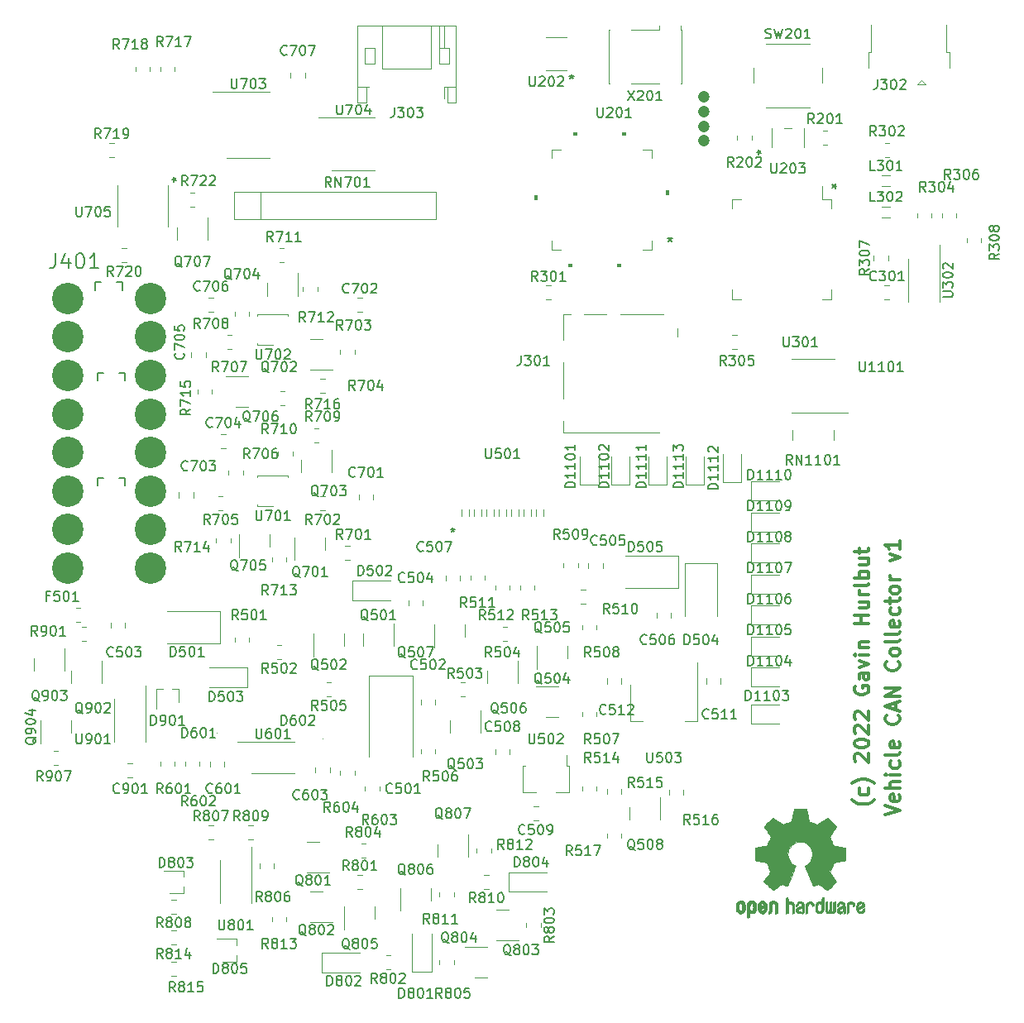
<source format=gbr>
%TF.GenerationSoftware,KiCad,Pcbnew,(6.0.10)*%
%TF.CreationDate,2023-01-27T04:18:18-05:00*%
%TF.ProjectId,vehicle-can-collector,76656869-636c-4652-9d63-616e2d636f6c,rev?*%
%TF.SameCoordinates,Original*%
%TF.FileFunction,Legend,Top*%
%TF.FilePolarity,Positive*%
%FSLAX46Y46*%
G04 Gerber Fmt 4.6, Leading zero omitted, Abs format (unit mm)*
G04 Created by KiCad (PCBNEW (6.0.10)) date 2023-01-27 04:18:18*
%MOMM*%
%LPD*%
G01*
G04 APERTURE LIST*
%ADD10C,0.300000*%
%ADD11C,0.150000*%
%ADD12C,0.120000*%
%ADD13C,0.100000*%
%ADD14C,0.010000*%
%ADD15C,0.203200*%
%ADD16C,3.215640*%
%ADD17C,1.206500*%
G04 APERTURE END LIST*
D10*
X159365000Y-119886428D02*
X159293571Y-119957857D01*
X159079285Y-120100714D01*
X158936428Y-120172142D01*
X158722142Y-120243571D01*
X158365000Y-120315000D01*
X158079285Y-120315000D01*
X157722142Y-120243571D01*
X157507857Y-120172142D01*
X157365000Y-120100714D01*
X157150714Y-119957857D01*
X157079285Y-119886428D01*
X158722142Y-118672142D02*
X158793571Y-118815000D01*
X158793571Y-119100714D01*
X158722142Y-119243571D01*
X158650714Y-119315000D01*
X158507857Y-119386428D01*
X158079285Y-119386428D01*
X157936428Y-119315000D01*
X157865000Y-119243571D01*
X157793571Y-119100714D01*
X157793571Y-118815000D01*
X157865000Y-118672142D01*
X159365000Y-118172142D02*
X159293571Y-118100714D01*
X159079285Y-117957857D01*
X158936428Y-117886428D01*
X158722142Y-117815000D01*
X158365000Y-117743571D01*
X158079285Y-117743571D01*
X157722142Y-117815000D01*
X157507857Y-117886428D01*
X157365000Y-117957857D01*
X157150714Y-118100714D01*
X157079285Y-118172142D01*
X157436428Y-115957857D02*
X157365000Y-115886428D01*
X157293571Y-115743571D01*
X157293571Y-115386428D01*
X157365000Y-115243571D01*
X157436428Y-115172142D01*
X157579285Y-115100714D01*
X157722142Y-115100714D01*
X157936428Y-115172142D01*
X158793571Y-116029285D01*
X158793571Y-115100714D01*
X157293571Y-114172142D02*
X157293571Y-114029285D01*
X157365000Y-113886428D01*
X157436428Y-113815000D01*
X157579285Y-113743571D01*
X157865000Y-113672142D01*
X158222142Y-113672142D01*
X158507857Y-113743571D01*
X158650714Y-113815000D01*
X158722142Y-113886428D01*
X158793571Y-114029285D01*
X158793571Y-114172142D01*
X158722142Y-114315000D01*
X158650714Y-114386428D01*
X158507857Y-114457857D01*
X158222142Y-114529285D01*
X157865000Y-114529285D01*
X157579285Y-114457857D01*
X157436428Y-114386428D01*
X157365000Y-114315000D01*
X157293571Y-114172142D01*
X157436428Y-113100714D02*
X157365000Y-113029285D01*
X157293571Y-112886428D01*
X157293571Y-112529285D01*
X157365000Y-112386428D01*
X157436428Y-112315000D01*
X157579285Y-112243571D01*
X157722142Y-112243571D01*
X157936428Y-112315000D01*
X158793571Y-113172142D01*
X158793571Y-112243571D01*
X157436428Y-111672142D02*
X157365000Y-111600714D01*
X157293571Y-111457857D01*
X157293571Y-111100714D01*
X157365000Y-110957857D01*
X157436428Y-110886428D01*
X157579285Y-110815000D01*
X157722142Y-110815000D01*
X157936428Y-110886428D01*
X158793571Y-111743571D01*
X158793571Y-110815000D01*
X157365000Y-108243571D02*
X157293571Y-108386428D01*
X157293571Y-108600714D01*
X157365000Y-108815000D01*
X157507857Y-108957857D01*
X157650714Y-109029285D01*
X157936428Y-109100714D01*
X158150714Y-109100714D01*
X158436428Y-109029285D01*
X158579285Y-108957857D01*
X158722142Y-108815000D01*
X158793571Y-108600714D01*
X158793571Y-108457857D01*
X158722142Y-108243571D01*
X158650714Y-108172142D01*
X158150714Y-108172142D01*
X158150714Y-108457857D01*
X158793571Y-106886428D02*
X158007857Y-106886428D01*
X157865000Y-106957857D01*
X157793571Y-107100714D01*
X157793571Y-107386428D01*
X157865000Y-107529285D01*
X158722142Y-106886428D02*
X158793571Y-107029285D01*
X158793571Y-107386428D01*
X158722142Y-107529285D01*
X158579285Y-107600714D01*
X158436428Y-107600714D01*
X158293571Y-107529285D01*
X158222142Y-107386428D01*
X158222142Y-107029285D01*
X158150714Y-106886428D01*
X157793571Y-106315000D02*
X158793571Y-105957857D01*
X157793571Y-105600714D01*
X158793571Y-105029285D02*
X157793571Y-105029285D01*
X157293571Y-105029285D02*
X157365000Y-105100714D01*
X157436428Y-105029285D01*
X157365000Y-104957857D01*
X157293571Y-105029285D01*
X157436428Y-105029285D01*
X157793571Y-104315000D02*
X158793571Y-104315000D01*
X157936428Y-104315000D02*
X157865000Y-104243571D01*
X157793571Y-104100714D01*
X157793571Y-103886428D01*
X157865000Y-103743571D01*
X158007857Y-103672142D01*
X158793571Y-103672142D01*
X158793571Y-101815000D02*
X157293571Y-101815000D01*
X158007857Y-101815000D02*
X158007857Y-100957857D01*
X158793571Y-100957857D02*
X157293571Y-100957857D01*
X157793571Y-99600714D02*
X158793571Y-99600714D01*
X157793571Y-100243571D02*
X158579285Y-100243571D01*
X158722142Y-100172142D01*
X158793571Y-100029285D01*
X158793571Y-99815000D01*
X158722142Y-99672142D01*
X158650714Y-99600714D01*
X158793571Y-98886428D02*
X157793571Y-98886428D01*
X158079285Y-98886428D02*
X157936428Y-98815000D01*
X157865000Y-98743571D01*
X157793571Y-98600714D01*
X157793571Y-98457857D01*
X158793571Y-97743571D02*
X158722142Y-97886428D01*
X158579285Y-97957857D01*
X157293571Y-97957857D01*
X158793571Y-97172142D02*
X157293571Y-97172142D01*
X157865000Y-97172142D02*
X157793571Y-97029285D01*
X157793571Y-96743571D01*
X157865000Y-96600714D01*
X157936428Y-96529285D01*
X158079285Y-96457857D01*
X158507857Y-96457857D01*
X158650714Y-96529285D01*
X158722142Y-96600714D01*
X158793571Y-96743571D01*
X158793571Y-97029285D01*
X158722142Y-97172142D01*
X157793571Y-95172142D02*
X158793571Y-95172142D01*
X157793571Y-95815000D02*
X158579285Y-95815000D01*
X158722142Y-95743571D01*
X158793571Y-95600714D01*
X158793571Y-95386428D01*
X158722142Y-95243571D01*
X158650714Y-95172142D01*
X157793571Y-94672142D02*
X157793571Y-94100714D01*
X157293571Y-94457857D02*
X158579285Y-94457857D01*
X158722142Y-94386428D01*
X158793571Y-94243571D01*
X158793571Y-94100714D01*
X160468571Y-121422142D02*
X161968571Y-120922142D01*
X160468571Y-120422142D01*
X161897142Y-119350714D02*
X161968571Y-119493571D01*
X161968571Y-119779285D01*
X161897142Y-119922142D01*
X161754285Y-119993571D01*
X161182857Y-119993571D01*
X161040000Y-119922142D01*
X160968571Y-119779285D01*
X160968571Y-119493571D01*
X161040000Y-119350714D01*
X161182857Y-119279285D01*
X161325714Y-119279285D01*
X161468571Y-119993571D01*
X161968571Y-118636428D02*
X160468571Y-118636428D01*
X161968571Y-117993571D02*
X161182857Y-117993571D01*
X161040000Y-118065000D01*
X160968571Y-118207857D01*
X160968571Y-118422142D01*
X161040000Y-118565000D01*
X161111428Y-118636428D01*
X161968571Y-117279285D02*
X160968571Y-117279285D01*
X160468571Y-117279285D02*
X160540000Y-117350714D01*
X160611428Y-117279285D01*
X160540000Y-117207857D01*
X160468571Y-117279285D01*
X160611428Y-117279285D01*
X161897142Y-115922142D02*
X161968571Y-116065000D01*
X161968571Y-116350714D01*
X161897142Y-116493571D01*
X161825714Y-116565000D01*
X161682857Y-116636428D01*
X161254285Y-116636428D01*
X161111428Y-116565000D01*
X161040000Y-116493571D01*
X160968571Y-116350714D01*
X160968571Y-116065000D01*
X161040000Y-115922142D01*
X161968571Y-115065000D02*
X161897142Y-115207857D01*
X161754285Y-115279285D01*
X160468571Y-115279285D01*
X161897142Y-113922142D02*
X161968571Y-114065000D01*
X161968571Y-114350714D01*
X161897142Y-114493571D01*
X161754285Y-114565000D01*
X161182857Y-114565000D01*
X161040000Y-114493571D01*
X160968571Y-114350714D01*
X160968571Y-114065000D01*
X161040000Y-113922142D01*
X161182857Y-113850714D01*
X161325714Y-113850714D01*
X161468571Y-114565000D01*
X161825714Y-111207857D02*
X161897142Y-111279285D01*
X161968571Y-111493571D01*
X161968571Y-111636428D01*
X161897142Y-111850714D01*
X161754285Y-111993571D01*
X161611428Y-112065000D01*
X161325714Y-112136428D01*
X161111428Y-112136428D01*
X160825714Y-112065000D01*
X160682857Y-111993571D01*
X160540000Y-111850714D01*
X160468571Y-111636428D01*
X160468571Y-111493571D01*
X160540000Y-111279285D01*
X160611428Y-111207857D01*
X161540000Y-110636428D02*
X161540000Y-109922142D01*
X161968571Y-110779285D02*
X160468571Y-110279285D01*
X161968571Y-109779285D01*
X161968571Y-109279285D02*
X160468571Y-109279285D01*
X161968571Y-108422142D01*
X160468571Y-108422142D01*
X161825714Y-105707857D02*
X161897142Y-105779285D01*
X161968571Y-105993571D01*
X161968571Y-106136428D01*
X161897142Y-106350714D01*
X161754285Y-106493571D01*
X161611428Y-106565000D01*
X161325714Y-106636428D01*
X161111428Y-106636428D01*
X160825714Y-106565000D01*
X160682857Y-106493571D01*
X160540000Y-106350714D01*
X160468571Y-106136428D01*
X160468571Y-105993571D01*
X160540000Y-105779285D01*
X160611428Y-105707857D01*
X161968571Y-104850714D02*
X161897142Y-104993571D01*
X161825714Y-105065000D01*
X161682857Y-105136428D01*
X161254285Y-105136428D01*
X161111428Y-105065000D01*
X161040000Y-104993571D01*
X160968571Y-104850714D01*
X160968571Y-104636428D01*
X161040000Y-104493571D01*
X161111428Y-104422142D01*
X161254285Y-104350714D01*
X161682857Y-104350714D01*
X161825714Y-104422142D01*
X161897142Y-104493571D01*
X161968571Y-104636428D01*
X161968571Y-104850714D01*
X161968571Y-103493571D02*
X161897142Y-103636428D01*
X161754285Y-103707857D01*
X160468571Y-103707857D01*
X161968571Y-102707857D02*
X161897142Y-102850714D01*
X161754285Y-102922142D01*
X160468571Y-102922142D01*
X161897142Y-101565000D02*
X161968571Y-101707857D01*
X161968571Y-101993571D01*
X161897142Y-102136428D01*
X161754285Y-102207857D01*
X161182857Y-102207857D01*
X161040000Y-102136428D01*
X160968571Y-101993571D01*
X160968571Y-101707857D01*
X161040000Y-101565000D01*
X161182857Y-101493571D01*
X161325714Y-101493571D01*
X161468571Y-102207857D01*
X161897142Y-100207857D02*
X161968571Y-100350714D01*
X161968571Y-100636428D01*
X161897142Y-100779285D01*
X161825714Y-100850714D01*
X161682857Y-100922142D01*
X161254285Y-100922142D01*
X161111428Y-100850714D01*
X161040000Y-100779285D01*
X160968571Y-100636428D01*
X160968571Y-100350714D01*
X161040000Y-100207857D01*
X160968571Y-99779285D02*
X160968571Y-99207857D01*
X160468571Y-99565000D02*
X161754285Y-99565000D01*
X161897142Y-99493571D01*
X161968571Y-99350714D01*
X161968571Y-99207857D01*
X161968571Y-98493571D02*
X161897142Y-98636428D01*
X161825714Y-98707857D01*
X161682857Y-98779285D01*
X161254285Y-98779285D01*
X161111428Y-98707857D01*
X161040000Y-98636428D01*
X160968571Y-98493571D01*
X160968571Y-98279285D01*
X161040000Y-98136428D01*
X161111428Y-98065000D01*
X161254285Y-97993571D01*
X161682857Y-97993571D01*
X161825714Y-98065000D01*
X161897142Y-98136428D01*
X161968571Y-98279285D01*
X161968571Y-98493571D01*
X161968571Y-97350714D02*
X160968571Y-97350714D01*
X161254285Y-97350714D02*
X161111428Y-97279285D01*
X161040000Y-97207857D01*
X160968571Y-97065000D01*
X160968571Y-96922142D01*
X160968571Y-95422142D02*
X161968571Y-95065000D01*
X160968571Y-94707857D01*
X161968571Y-93350714D02*
X161968571Y-94207857D01*
X161968571Y-93779285D02*
X160468571Y-93779285D01*
X160682857Y-93922142D01*
X160825714Y-94065000D01*
X160897142Y-94207857D01*
D11*
%TO.C,U201*%
X131000714Y-48982380D02*
X131000714Y-49791904D01*
X131048333Y-49887142D01*
X131095952Y-49934761D01*
X131191190Y-49982380D01*
X131381666Y-49982380D01*
X131476904Y-49934761D01*
X131524523Y-49887142D01*
X131572142Y-49791904D01*
X131572142Y-48982380D01*
X132000714Y-49077619D02*
X132048333Y-49030000D01*
X132143571Y-48982380D01*
X132381666Y-48982380D01*
X132476904Y-49030000D01*
X132524523Y-49077619D01*
X132572142Y-49172857D01*
X132572142Y-49268095D01*
X132524523Y-49410952D01*
X131953095Y-49982380D01*
X132572142Y-49982380D01*
X133191190Y-48982380D02*
X133286428Y-48982380D01*
X133381666Y-49030000D01*
X133429285Y-49077619D01*
X133476904Y-49172857D01*
X133524523Y-49363333D01*
X133524523Y-49601428D01*
X133476904Y-49791904D01*
X133429285Y-49887142D01*
X133381666Y-49934761D01*
X133286428Y-49982380D01*
X133191190Y-49982380D01*
X133095952Y-49934761D01*
X133048333Y-49887142D01*
X133000714Y-49791904D01*
X132953095Y-49601428D01*
X132953095Y-49363333D01*
X133000714Y-49172857D01*
X133048333Y-49077619D01*
X133095952Y-49030000D01*
X133191190Y-48982380D01*
X134476904Y-49982380D02*
X133905476Y-49982380D01*
X134191190Y-49982380D02*
X134191190Y-48982380D01*
X134095952Y-49125238D01*
X134000714Y-49220476D01*
X133905476Y-49268095D01*
X138430000Y-62253380D02*
X138430000Y-62491476D01*
X138191904Y-62396238D02*
X138430000Y-62491476D01*
X138668095Y-62396238D01*
X138287142Y-62681952D02*
X138430000Y-62491476D01*
X138572857Y-62681952D01*
X138430000Y-62253380D02*
X138430000Y-62491476D01*
X138191904Y-62396238D02*
X138430000Y-62491476D01*
X138668095Y-62396238D01*
X138287142Y-62681952D02*
X138430000Y-62491476D01*
X138572857Y-62681952D01*
%TO.C,C503*%
X81430952Y-105132142D02*
X81383333Y-105179761D01*
X81240476Y-105227380D01*
X81145238Y-105227380D01*
X81002380Y-105179761D01*
X80907142Y-105084523D01*
X80859523Y-104989285D01*
X80811904Y-104798809D01*
X80811904Y-104655952D01*
X80859523Y-104465476D01*
X80907142Y-104370238D01*
X81002380Y-104275000D01*
X81145238Y-104227380D01*
X81240476Y-104227380D01*
X81383333Y-104275000D01*
X81430952Y-104322619D01*
X82335714Y-104227380D02*
X81859523Y-104227380D01*
X81811904Y-104703571D01*
X81859523Y-104655952D01*
X81954761Y-104608333D01*
X82192857Y-104608333D01*
X82288095Y-104655952D01*
X82335714Y-104703571D01*
X82383333Y-104798809D01*
X82383333Y-105036904D01*
X82335714Y-105132142D01*
X82288095Y-105179761D01*
X82192857Y-105227380D01*
X81954761Y-105227380D01*
X81859523Y-105179761D01*
X81811904Y-105132142D01*
X83002380Y-104227380D02*
X83097619Y-104227380D01*
X83192857Y-104275000D01*
X83240476Y-104322619D01*
X83288095Y-104417857D01*
X83335714Y-104608333D01*
X83335714Y-104846428D01*
X83288095Y-105036904D01*
X83240476Y-105132142D01*
X83192857Y-105179761D01*
X83097619Y-105227380D01*
X83002380Y-105227380D01*
X82907142Y-105179761D01*
X82859523Y-105132142D01*
X82811904Y-105036904D01*
X82764285Y-104846428D01*
X82764285Y-104608333D01*
X82811904Y-104417857D01*
X82859523Y-104322619D01*
X82907142Y-104275000D01*
X83002380Y-104227380D01*
X83669047Y-104227380D02*
X84288095Y-104227380D01*
X83954761Y-104608333D01*
X84097619Y-104608333D01*
X84192857Y-104655952D01*
X84240476Y-104703571D01*
X84288095Y-104798809D01*
X84288095Y-105036904D01*
X84240476Y-105132142D01*
X84192857Y-105179761D01*
X84097619Y-105227380D01*
X83811904Y-105227380D01*
X83716666Y-105179761D01*
X83669047Y-105132142D01*
%TO.C,D1102*%
X132152380Y-87891666D02*
X131152380Y-87891666D01*
X131152380Y-87653571D01*
X131200000Y-87510714D01*
X131295238Y-87415476D01*
X131390476Y-87367857D01*
X131580952Y-87320238D01*
X131723809Y-87320238D01*
X131914285Y-87367857D01*
X132009523Y-87415476D01*
X132104761Y-87510714D01*
X132152380Y-87653571D01*
X132152380Y-87891666D01*
X132152380Y-86367857D02*
X132152380Y-86939285D01*
X132152380Y-86653571D02*
X131152380Y-86653571D01*
X131295238Y-86748809D01*
X131390476Y-86844047D01*
X131438095Y-86939285D01*
X132152380Y-85415476D02*
X132152380Y-85986904D01*
X132152380Y-85701190D02*
X131152380Y-85701190D01*
X131295238Y-85796428D01*
X131390476Y-85891666D01*
X131438095Y-85986904D01*
X131152380Y-84796428D02*
X131152380Y-84701190D01*
X131200000Y-84605952D01*
X131247619Y-84558333D01*
X131342857Y-84510714D01*
X131533333Y-84463095D01*
X131771428Y-84463095D01*
X131961904Y-84510714D01*
X132057142Y-84558333D01*
X132104761Y-84605952D01*
X132152380Y-84701190D01*
X132152380Y-84796428D01*
X132104761Y-84891666D01*
X132057142Y-84939285D01*
X131961904Y-84986904D01*
X131771428Y-85034523D01*
X131533333Y-85034523D01*
X131342857Y-84986904D01*
X131247619Y-84939285D01*
X131200000Y-84891666D01*
X131152380Y-84796428D01*
X131247619Y-84082142D02*
X131200000Y-84034523D01*
X131152380Y-83939285D01*
X131152380Y-83701190D01*
X131200000Y-83605952D01*
X131247619Y-83558333D01*
X131342857Y-83510714D01*
X131438095Y-83510714D01*
X131580952Y-83558333D01*
X132152380Y-84129761D01*
X132152380Y-83510714D01*
%TO.C,Q508*%
X134842380Y-125007619D02*
X134747142Y-124960000D01*
X134651904Y-124864761D01*
X134509047Y-124721904D01*
X134413809Y-124674285D01*
X134318571Y-124674285D01*
X134366190Y-124912380D02*
X134270952Y-124864761D01*
X134175714Y-124769523D01*
X134128095Y-124579047D01*
X134128095Y-124245714D01*
X134175714Y-124055238D01*
X134270952Y-123960000D01*
X134366190Y-123912380D01*
X134556666Y-123912380D01*
X134651904Y-123960000D01*
X134747142Y-124055238D01*
X134794761Y-124245714D01*
X134794761Y-124579047D01*
X134747142Y-124769523D01*
X134651904Y-124864761D01*
X134556666Y-124912380D01*
X134366190Y-124912380D01*
X135699523Y-123912380D02*
X135223333Y-123912380D01*
X135175714Y-124388571D01*
X135223333Y-124340952D01*
X135318571Y-124293333D01*
X135556666Y-124293333D01*
X135651904Y-124340952D01*
X135699523Y-124388571D01*
X135747142Y-124483809D01*
X135747142Y-124721904D01*
X135699523Y-124817142D01*
X135651904Y-124864761D01*
X135556666Y-124912380D01*
X135318571Y-124912380D01*
X135223333Y-124864761D01*
X135175714Y-124817142D01*
X136366190Y-123912380D02*
X136461428Y-123912380D01*
X136556666Y-123960000D01*
X136604285Y-124007619D01*
X136651904Y-124102857D01*
X136699523Y-124293333D01*
X136699523Y-124531428D01*
X136651904Y-124721904D01*
X136604285Y-124817142D01*
X136556666Y-124864761D01*
X136461428Y-124912380D01*
X136366190Y-124912380D01*
X136270952Y-124864761D01*
X136223333Y-124817142D01*
X136175714Y-124721904D01*
X136128095Y-124531428D01*
X136128095Y-124293333D01*
X136175714Y-124102857D01*
X136223333Y-124007619D01*
X136270952Y-123960000D01*
X136366190Y-123912380D01*
X137270952Y-124340952D02*
X137175714Y-124293333D01*
X137128095Y-124245714D01*
X137080476Y-124150476D01*
X137080476Y-124102857D01*
X137128095Y-124007619D01*
X137175714Y-123960000D01*
X137270952Y-123912380D01*
X137461428Y-123912380D01*
X137556666Y-123960000D01*
X137604285Y-124007619D01*
X137651904Y-124102857D01*
X137651904Y-124150476D01*
X137604285Y-124245714D01*
X137556666Y-124293333D01*
X137461428Y-124340952D01*
X137270952Y-124340952D01*
X137175714Y-124388571D01*
X137128095Y-124436190D01*
X137080476Y-124531428D01*
X137080476Y-124721904D01*
X137128095Y-124817142D01*
X137175714Y-124864761D01*
X137270952Y-124912380D01*
X137461428Y-124912380D01*
X137556666Y-124864761D01*
X137604285Y-124817142D01*
X137651904Y-124721904D01*
X137651904Y-124531428D01*
X137604285Y-124436190D01*
X137556666Y-124388571D01*
X137461428Y-124340952D01*
%TO.C,R604*%
X103655952Y-121102380D02*
X103322619Y-120626190D01*
X103084523Y-121102380D02*
X103084523Y-120102380D01*
X103465476Y-120102380D01*
X103560714Y-120150000D01*
X103608333Y-120197619D01*
X103655952Y-120292857D01*
X103655952Y-120435714D01*
X103608333Y-120530952D01*
X103560714Y-120578571D01*
X103465476Y-120626190D01*
X103084523Y-120626190D01*
X104513095Y-120102380D02*
X104322619Y-120102380D01*
X104227380Y-120150000D01*
X104179761Y-120197619D01*
X104084523Y-120340476D01*
X104036904Y-120530952D01*
X104036904Y-120911904D01*
X104084523Y-121007142D01*
X104132142Y-121054761D01*
X104227380Y-121102380D01*
X104417857Y-121102380D01*
X104513095Y-121054761D01*
X104560714Y-121007142D01*
X104608333Y-120911904D01*
X104608333Y-120673809D01*
X104560714Y-120578571D01*
X104513095Y-120530952D01*
X104417857Y-120483333D01*
X104227380Y-120483333D01*
X104132142Y-120530952D01*
X104084523Y-120578571D01*
X104036904Y-120673809D01*
X105227380Y-120102380D02*
X105322619Y-120102380D01*
X105417857Y-120150000D01*
X105465476Y-120197619D01*
X105513095Y-120292857D01*
X105560714Y-120483333D01*
X105560714Y-120721428D01*
X105513095Y-120911904D01*
X105465476Y-121007142D01*
X105417857Y-121054761D01*
X105322619Y-121102380D01*
X105227380Y-121102380D01*
X105132142Y-121054761D01*
X105084523Y-121007142D01*
X105036904Y-120911904D01*
X104989285Y-120721428D01*
X104989285Y-120483333D01*
X105036904Y-120292857D01*
X105084523Y-120197619D01*
X105132142Y-120150000D01*
X105227380Y-120102380D01*
X106417857Y-120435714D02*
X106417857Y-121102380D01*
X106179761Y-120054761D02*
X105941666Y-120769047D01*
X106560714Y-120769047D01*
%TO.C,R508*%
X130325952Y-105227380D02*
X129992619Y-104751190D01*
X129754523Y-105227380D02*
X129754523Y-104227380D01*
X130135476Y-104227380D01*
X130230714Y-104275000D01*
X130278333Y-104322619D01*
X130325952Y-104417857D01*
X130325952Y-104560714D01*
X130278333Y-104655952D01*
X130230714Y-104703571D01*
X130135476Y-104751190D01*
X129754523Y-104751190D01*
X131230714Y-104227380D02*
X130754523Y-104227380D01*
X130706904Y-104703571D01*
X130754523Y-104655952D01*
X130849761Y-104608333D01*
X131087857Y-104608333D01*
X131183095Y-104655952D01*
X131230714Y-104703571D01*
X131278333Y-104798809D01*
X131278333Y-105036904D01*
X131230714Y-105132142D01*
X131183095Y-105179761D01*
X131087857Y-105227380D01*
X130849761Y-105227380D01*
X130754523Y-105179761D01*
X130706904Y-105132142D01*
X131897380Y-104227380D02*
X131992619Y-104227380D01*
X132087857Y-104275000D01*
X132135476Y-104322619D01*
X132183095Y-104417857D01*
X132230714Y-104608333D01*
X132230714Y-104846428D01*
X132183095Y-105036904D01*
X132135476Y-105132142D01*
X132087857Y-105179761D01*
X131992619Y-105227380D01*
X131897380Y-105227380D01*
X131802142Y-105179761D01*
X131754523Y-105132142D01*
X131706904Y-105036904D01*
X131659285Y-104846428D01*
X131659285Y-104608333D01*
X131706904Y-104417857D01*
X131754523Y-104322619D01*
X131802142Y-104275000D01*
X131897380Y-104227380D01*
X132802142Y-104655952D02*
X132706904Y-104608333D01*
X132659285Y-104560714D01*
X132611666Y-104465476D01*
X132611666Y-104417857D01*
X132659285Y-104322619D01*
X132706904Y-104275000D01*
X132802142Y-104227380D01*
X132992619Y-104227380D01*
X133087857Y-104275000D01*
X133135476Y-104322619D01*
X133183095Y-104417857D01*
X133183095Y-104465476D01*
X133135476Y-104560714D01*
X133087857Y-104608333D01*
X132992619Y-104655952D01*
X132802142Y-104655952D01*
X132706904Y-104703571D01*
X132659285Y-104751190D01*
X132611666Y-104846428D01*
X132611666Y-105036904D01*
X132659285Y-105132142D01*
X132706904Y-105179761D01*
X132802142Y-105227380D01*
X132992619Y-105227380D01*
X133087857Y-105179761D01*
X133135476Y-105132142D01*
X133183095Y-105036904D01*
X133183095Y-104846428D01*
X133135476Y-104751190D01*
X133087857Y-104703571D01*
X132992619Y-104655952D01*
%TO.C,D803*%
X86159523Y-126772380D02*
X86159523Y-125772380D01*
X86397619Y-125772380D01*
X86540476Y-125820000D01*
X86635714Y-125915238D01*
X86683333Y-126010476D01*
X86730952Y-126200952D01*
X86730952Y-126343809D01*
X86683333Y-126534285D01*
X86635714Y-126629523D01*
X86540476Y-126724761D01*
X86397619Y-126772380D01*
X86159523Y-126772380D01*
X87302380Y-126200952D02*
X87207142Y-126153333D01*
X87159523Y-126105714D01*
X87111904Y-126010476D01*
X87111904Y-125962857D01*
X87159523Y-125867619D01*
X87207142Y-125820000D01*
X87302380Y-125772380D01*
X87492857Y-125772380D01*
X87588095Y-125820000D01*
X87635714Y-125867619D01*
X87683333Y-125962857D01*
X87683333Y-126010476D01*
X87635714Y-126105714D01*
X87588095Y-126153333D01*
X87492857Y-126200952D01*
X87302380Y-126200952D01*
X87207142Y-126248571D01*
X87159523Y-126296190D01*
X87111904Y-126391428D01*
X87111904Y-126581904D01*
X87159523Y-126677142D01*
X87207142Y-126724761D01*
X87302380Y-126772380D01*
X87492857Y-126772380D01*
X87588095Y-126724761D01*
X87635714Y-126677142D01*
X87683333Y-126581904D01*
X87683333Y-126391428D01*
X87635714Y-126296190D01*
X87588095Y-126248571D01*
X87492857Y-126200952D01*
X88302380Y-125772380D02*
X88397619Y-125772380D01*
X88492857Y-125820000D01*
X88540476Y-125867619D01*
X88588095Y-125962857D01*
X88635714Y-126153333D01*
X88635714Y-126391428D01*
X88588095Y-126581904D01*
X88540476Y-126677142D01*
X88492857Y-126724761D01*
X88397619Y-126772380D01*
X88302380Y-126772380D01*
X88207142Y-126724761D01*
X88159523Y-126677142D01*
X88111904Y-126581904D01*
X88064285Y-126391428D01*
X88064285Y-126153333D01*
X88111904Y-125962857D01*
X88159523Y-125867619D01*
X88207142Y-125820000D01*
X88302380Y-125772380D01*
X88969047Y-125772380D02*
X89588095Y-125772380D01*
X89254761Y-126153333D01*
X89397619Y-126153333D01*
X89492857Y-126200952D01*
X89540476Y-126248571D01*
X89588095Y-126343809D01*
X89588095Y-126581904D01*
X89540476Y-126677142D01*
X89492857Y-126724761D01*
X89397619Y-126772380D01*
X89111904Y-126772380D01*
X89016666Y-126724761D01*
X88969047Y-126677142D01*
%TO.C,R801*%
X105560952Y-127072380D02*
X105227619Y-126596190D01*
X104989523Y-127072380D02*
X104989523Y-126072380D01*
X105370476Y-126072380D01*
X105465714Y-126120000D01*
X105513333Y-126167619D01*
X105560952Y-126262857D01*
X105560952Y-126405714D01*
X105513333Y-126500952D01*
X105465714Y-126548571D01*
X105370476Y-126596190D01*
X104989523Y-126596190D01*
X106132380Y-126500952D02*
X106037142Y-126453333D01*
X105989523Y-126405714D01*
X105941904Y-126310476D01*
X105941904Y-126262857D01*
X105989523Y-126167619D01*
X106037142Y-126120000D01*
X106132380Y-126072380D01*
X106322857Y-126072380D01*
X106418095Y-126120000D01*
X106465714Y-126167619D01*
X106513333Y-126262857D01*
X106513333Y-126310476D01*
X106465714Y-126405714D01*
X106418095Y-126453333D01*
X106322857Y-126500952D01*
X106132380Y-126500952D01*
X106037142Y-126548571D01*
X105989523Y-126596190D01*
X105941904Y-126691428D01*
X105941904Y-126881904D01*
X105989523Y-126977142D01*
X106037142Y-127024761D01*
X106132380Y-127072380D01*
X106322857Y-127072380D01*
X106418095Y-127024761D01*
X106465714Y-126977142D01*
X106513333Y-126881904D01*
X106513333Y-126691428D01*
X106465714Y-126596190D01*
X106418095Y-126548571D01*
X106322857Y-126500952D01*
X107132380Y-126072380D02*
X107227619Y-126072380D01*
X107322857Y-126120000D01*
X107370476Y-126167619D01*
X107418095Y-126262857D01*
X107465714Y-126453333D01*
X107465714Y-126691428D01*
X107418095Y-126881904D01*
X107370476Y-126977142D01*
X107322857Y-127024761D01*
X107227619Y-127072380D01*
X107132380Y-127072380D01*
X107037142Y-127024761D01*
X106989523Y-126977142D01*
X106941904Y-126881904D01*
X106894285Y-126691428D01*
X106894285Y-126453333D01*
X106941904Y-126262857D01*
X106989523Y-126167619D01*
X107037142Y-126120000D01*
X107132380Y-126072380D01*
X108418095Y-127072380D02*
X107846666Y-127072380D01*
X108132380Y-127072380D02*
X108132380Y-126072380D01*
X108037142Y-126215238D01*
X107941904Y-126310476D01*
X107846666Y-126358095D01*
%TO.C,D601*%
X88479523Y-113482380D02*
X88479523Y-112482380D01*
X88717619Y-112482380D01*
X88860476Y-112530000D01*
X88955714Y-112625238D01*
X89003333Y-112720476D01*
X89050952Y-112910952D01*
X89050952Y-113053809D01*
X89003333Y-113244285D01*
X88955714Y-113339523D01*
X88860476Y-113434761D01*
X88717619Y-113482380D01*
X88479523Y-113482380D01*
X89908095Y-112482380D02*
X89717619Y-112482380D01*
X89622380Y-112530000D01*
X89574761Y-112577619D01*
X89479523Y-112720476D01*
X89431904Y-112910952D01*
X89431904Y-113291904D01*
X89479523Y-113387142D01*
X89527142Y-113434761D01*
X89622380Y-113482380D01*
X89812857Y-113482380D01*
X89908095Y-113434761D01*
X89955714Y-113387142D01*
X90003333Y-113291904D01*
X90003333Y-113053809D01*
X89955714Y-112958571D01*
X89908095Y-112910952D01*
X89812857Y-112863333D01*
X89622380Y-112863333D01*
X89527142Y-112910952D01*
X89479523Y-112958571D01*
X89431904Y-113053809D01*
X90622380Y-112482380D02*
X90717619Y-112482380D01*
X90812857Y-112530000D01*
X90860476Y-112577619D01*
X90908095Y-112672857D01*
X90955714Y-112863333D01*
X90955714Y-113101428D01*
X90908095Y-113291904D01*
X90860476Y-113387142D01*
X90812857Y-113434761D01*
X90717619Y-113482380D01*
X90622380Y-113482380D01*
X90527142Y-113434761D01*
X90479523Y-113387142D01*
X90431904Y-113291904D01*
X90384285Y-113101428D01*
X90384285Y-112863333D01*
X90431904Y-112672857D01*
X90479523Y-112577619D01*
X90527142Y-112530000D01*
X90622380Y-112482380D01*
X91908095Y-113482380D02*
X91336666Y-113482380D01*
X91622380Y-113482380D02*
X91622380Y-112482380D01*
X91527142Y-112625238D01*
X91431904Y-112720476D01*
X91336666Y-112768095D01*
%TO.C,C702*%
X105560952Y-67892142D02*
X105513333Y-67939761D01*
X105370476Y-67987380D01*
X105275238Y-67987380D01*
X105132380Y-67939761D01*
X105037142Y-67844523D01*
X104989523Y-67749285D01*
X104941904Y-67558809D01*
X104941904Y-67415952D01*
X104989523Y-67225476D01*
X105037142Y-67130238D01*
X105132380Y-67035000D01*
X105275238Y-66987380D01*
X105370476Y-66987380D01*
X105513333Y-67035000D01*
X105560952Y-67082619D01*
X105894285Y-66987380D02*
X106560952Y-66987380D01*
X106132380Y-67987380D01*
X107132380Y-66987380D02*
X107227619Y-66987380D01*
X107322857Y-67035000D01*
X107370476Y-67082619D01*
X107418095Y-67177857D01*
X107465714Y-67368333D01*
X107465714Y-67606428D01*
X107418095Y-67796904D01*
X107370476Y-67892142D01*
X107322857Y-67939761D01*
X107227619Y-67987380D01*
X107132380Y-67987380D01*
X107037142Y-67939761D01*
X106989523Y-67892142D01*
X106941904Y-67796904D01*
X106894285Y-67606428D01*
X106894285Y-67368333D01*
X106941904Y-67177857D01*
X106989523Y-67082619D01*
X107037142Y-67035000D01*
X107132380Y-66987380D01*
X107846666Y-67082619D02*
X107894285Y-67035000D01*
X107989523Y-66987380D01*
X108227619Y-66987380D01*
X108322857Y-67035000D01*
X108370476Y-67082619D01*
X108418095Y-67177857D01*
X108418095Y-67273095D01*
X108370476Y-67415952D01*
X107799047Y-67987380D01*
X108418095Y-67987380D01*
%TO.C,R713*%
X97305952Y-98877380D02*
X96972619Y-98401190D01*
X96734523Y-98877380D02*
X96734523Y-97877380D01*
X97115476Y-97877380D01*
X97210714Y-97925000D01*
X97258333Y-97972619D01*
X97305952Y-98067857D01*
X97305952Y-98210714D01*
X97258333Y-98305952D01*
X97210714Y-98353571D01*
X97115476Y-98401190D01*
X96734523Y-98401190D01*
X97639285Y-97877380D02*
X98305952Y-97877380D01*
X97877380Y-98877380D01*
X99210714Y-98877380D02*
X98639285Y-98877380D01*
X98925000Y-98877380D02*
X98925000Y-97877380D01*
X98829761Y-98020238D01*
X98734523Y-98115476D01*
X98639285Y-98163095D01*
X99544047Y-97877380D02*
X100163095Y-97877380D01*
X99829761Y-98258333D01*
X99972619Y-98258333D01*
X100067857Y-98305952D01*
X100115476Y-98353571D01*
X100163095Y-98448809D01*
X100163095Y-98686904D01*
X100115476Y-98782142D01*
X100067857Y-98829761D01*
X99972619Y-98877380D01*
X99686904Y-98877380D01*
X99591666Y-98829761D01*
X99544047Y-98782142D01*
%TO.C,U203*%
X148780714Y-54697380D02*
X148780714Y-55506904D01*
X148828333Y-55602142D01*
X148875952Y-55649761D01*
X148971190Y-55697380D01*
X149161666Y-55697380D01*
X149256904Y-55649761D01*
X149304523Y-55602142D01*
X149352142Y-55506904D01*
X149352142Y-54697380D01*
X149780714Y-54792619D02*
X149828333Y-54745000D01*
X149923571Y-54697380D01*
X150161666Y-54697380D01*
X150256904Y-54745000D01*
X150304523Y-54792619D01*
X150352142Y-54887857D01*
X150352142Y-54983095D01*
X150304523Y-55125952D01*
X149733095Y-55697380D01*
X150352142Y-55697380D01*
X150971190Y-54697380D02*
X151066428Y-54697380D01*
X151161666Y-54745000D01*
X151209285Y-54792619D01*
X151256904Y-54887857D01*
X151304523Y-55078333D01*
X151304523Y-55316428D01*
X151256904Y-55506904D01*
X151209285Y-55602142D01*
X151161666Y-55649761D01*
X151066428Y-55697380D01*
X150971190Y-55697380D01*
X150875952Y-55649761D01*
X150828333Y-55602142D01*
X150780714Y-55506904D01*
X150733095Y-55316428D01*
X150733095Y-55078333D01*
X150780714Y-54887857D01*
X150828333Y-54792619D01*
X150875952Y-54745000D01*
X150971190Y-54697380D01*
X151637857Y-54697380D02*
X152256904Y-54697380D01*
X151923571Y-55078333D01*
X152066428Y-55078333D01*
X152161666Y-55125952D01*
X152209285Y-55173571D01*
X152256904Y-55268809D01*
X152256904Y-55506904D01*
X152209285Y-55602142D01*
X152161666Y-55649761D01*
X152066428Y-55697380D01*
X151780714Y-55697380D01*
X151685476Y-55649761D01*
X151637857Y-55602142D01*
X147346380Y-53543200D02*
X147584476Y-53543200D01*
X147489238Y-53781295D02*
X147584476Y-53543200D01*
X147489238Y-53305104D01*
X147774952Y-53686057D02*
X147584476Y-53543200D01*
X147774952Y-53400342D01*
X147346380Y-53543200D02*
X147584476Y-53543200D01*
X147489238Y-53781295D02*
X147584476Y-53543200D01*
X147489238Y-53305104D01*
X147774952Y-53686057D02*
X147584476Y-53543200D01*
X147774952Y-53400342D01*
%TO.C,U705*%
X77660714Y-59142380D02*
X77660714Y-59951904D01*
X77708333Y-60047142D01*
X77755952Y-60094761D01*
X77851190Y-60142380D01*
X78041666Y-60142380D01*
X78136904Y-60094761D01*
X78184523Y-60047142D01*
X78232142Y-59951904D01*
X78232142Y-59142380D01*
X78613095Y-59142380D02*
X79279761Y-59142380D01*
X78851190Y-60142380D01*
X79851190Y-59142380D02*
X79946428Y-59142380D01*
X80041666Y-59190000D01*
X80089285Y-59237619D01*
X80136904Y-59332857D01*
X80184523Y-59523333D01*
X80184523Y-59761428D01*
X80136904Y-59951904D01*
X80089285Y-60047142D01*
X80041666Y-60094761D01*
X79946428Y-60142380D01*
X79851190Y-60142380D01*
X79755952Y-60094761D01*
X79708333Y-60047142D01*
X79660714Y-59951904D01*
X79613095Y-59761428D01*
X79613095Y-59523333D01*
X79660714Y-59332857D01*
X79708333Y-59237619D01*
X79755952Y-59190000D01*
X79851190Y-59142380D01*
X81089285Y-59142380D02*
X80613095Y-59142380D01*
X80565476Y-59618571D01*
X80613095Y-59570952D01*
X80708333Y-59523333D01*
X80946428Y-59523333D01*
X81041666Y-59570952D01*
X81089285Y-59618571D01*
X81136904Y-59713809D01*
X81136904Y-59951904D01*
X81089285Y-60047142D01*
X81041666Y-60094761D01*
X80946428Y-60142380D01*
X80708333Y-60142380D01*
X80613095Y-60094761D01*
X80565476Y-60047142D01*
X87463380Y-56337200D02*
X87701476Y-56337200D01*
X87606238Y-56575295D02*
X87701476Y-56337200D01*
X87606238Y-56099104D01*
X87891952Y-56480057D02*
X87701476Y-56337200D01*
X87891952Y-56194342D01*
X87463380Y-56337200D02*
X87701476Y-56337200D01*
X87606238Y-56575295D02*
X87701476Y-56337200D01*
X87606238Y-56099104D01*
X87891952Y-56480057D02*
X87701476Y-56337200D01*
X87891952Y-56194342D01*
%TO.C,R501*%
X94230952Y-101417380D02*
X93897619Y-100941190D01*
X93659523Y-101417380D02*
X93659523Y-100417380D01*
X94040476Y-100417380D01*
X94135714Y-100465000D01*
X94183333Y-100512619D01*
X94230952Y-100607857D01*
X94230952Y-100750714D01*
X94183333Y-100845952D01*
X94135714Y-100893571D01*
X94040476Y-100941190D01*
X93659523Y-100941190D01*
X95135714Y-100417380D02*
X94659523Y-100417380D01*
X94611904Y-100893571D01*
X94659523Y-100845952D01*
X94754761Y-100798333D01*
X94992857Y-100798333D01*
X95088095Y-100845952D01*
X95135714Y-100893571D01*
X95183333Y-100988809D01*
X95183333Y-101226904D01*
X95135714Y-101322142D01*
X95088095Y-101369761D01*
X94992857Y-101417380D01*
X94754761Y-101417380D01*
X94659523Y-101369761D01*
X94611904Y-101322142D01*
X95802380Y-100417380D02*
X95897619Y-100417380D01*
X95992857Y-100465000D01*
X96040476Y-100512619D01*
X96088095Y-100607857D01*
X96135714Y-100798333D01*
X96135714Y-101036428D01*
X96088095Y-101226904D01*
X96040476Y-101322142D01*
X95992857Y-101369761D01*
X95897619Y-101417380D01*
X95802380Y-101417380D01*
X95707142Y-101369761D01*
X95659523Y-101322142D01*
X95611904Y-101226904D01*
X95564285Y-101036428D01*
X95564285Y-100798333D01*
X95611904Y-100607857D01*
X95659523Y-100512619D01*
X95707142Y-100465000D01*
X95802380Y-100417380D01*
X97088095Y-101417380D02*
X96516666Y-101417380D01*
X96802380Y-101417380D02*
X96802380Y-100417380D01*
X96707142Y-100560238D01*
X96611904Y-100655476D01*
X96516666Y-100703095D01*
%TO.C,R806*%
X96670952Y-130262380D02*
X96337619Y-129786190D01*
X96099523Y-130262380D02*
X96099523Y-129262380D01*
X96480476Y-129262380D01*
X96575714Y-129310000D01*
X96623333Y-129357619D01*
X96670952Y-129452857D01*
X96670952Y-129595714D01*
X96623333Y-129690952D01*
X96575714Y-129738571D01*
X96480476Y-129786190D01*
X96099523Y-129786190D01*
X97242380Y-129690952D02*
X97147142Y-129643333D01*
X97099523Y-129595714D01*
X97051904Y-129500476D01*
X97051904Y-129452857D01*
X97099523Y-129357619D01*
X97147142Y-129310000D01*
X97242380Y-129262380D01*
X97432857Y-129262380D01*
X97528095Y-129310000D01*
X97575714Y-129357619D01*
X97623333Y-129452857D01*
X97623333Y-129500476D01*
X97575714Y-129595714D01*
X97528095Y-129643333D01*
X97432857Y-129690952D01*
X97242380Y-129690952D01*
X97147142Y-129738571D01*
X97099523Y-129786190D01*
X97051904Y-129881428D01*
X97051904Y-130071904D01*
X97099523Y-130167142D01*
X97147142Y-130214761D01*
X97242380Y-130262380D01*
X97432857Y-130262380D01*
X97528095Y-130214761D01*
X97575714Y-130167142D01*
X97623333Y-130071904D01*
X97623333Y-129881428D01*
X97575714Y-129786190D01*
X97528095Y-129738571D01*
X97432857Y-129690952D01*
X98242380Y-129262380D02*
X98337619Y-129262380D01*
X98432857Y-129310000D01*
X98480476Y-129357619D01*
X98528095Y-129452857D01*
X98575714Y-129643333D01*
X98575714Y-129881428D01*
X98528095Y-130071904D01*
X98480476Y-130167142D01*
X98432857Y-130214761D01*
X98337619Y-130262380D01*
X98242380Y-130262380D01*
X98147142Y-130214761D01*
X98099523Y-130167142D01*
X98051904Y-130071904D01*
X98004285Y-129881428D01*
X98004285Y-129643333D01*
X98051904Y-129452857D01*
X98099523Y-129357619D01*
X98147142Y-129310000D01*
X98242380Y-129262380D01*
X99432857Y-129262380D02*
X99242380Y-129262380D01*
X99147142Y-129310000D01*
X99099523Y-129357619D01*
X99004285Y-129500476D01*
X98956666Y-129690952D01*
X98956666Y-130071904D01*
X99004285Y-130167142D01*
X99051904Y-130214761D01*
X99147142Y-130262380D01*
X99337619Y-130262380D01*
X99432857Y-130214761D01*
X99480476Y-130167142D01*
X99528095Y-130071904D01*
X99528095Y-129833809D01*
X99480476Y-129738571D01*
X99432857Y-129690952D01*
X99337619Y-129643333D01*
X99147142Y-129643333D01*
X99051904Y-129690952D01*
X99004285Y-129738571D01*
X98956666Y-129833809D01*
%TO.C,R702*%
X101750952Y-91637380D02*
X101417619Y-91161190D01*
X101179523Y-91637380D02*
X101179523Y-90637380D01*
X101560476Y-90637380D01*
X101655714Y-90685000D01*
X101703333Y-90732619D01*
X101750952Y-90827857D01*
X101750952Y-90970714D01*
X101703333Y-91065952D01*
X101655714Y-91113571D01*
X101560476Y-91161190D01*
X101179523Y-91161190D01*
X102084285Y-90637380D02*
X102750952Y-90637380D01*
X102322380Y-91637380D01*
X103322380Y-90637380D02*
X103417619Y-90637380D01*
X103512857Y-90685000D01*
X103560476Y-90732619D01*
X103608095Y-90827857D01*
X103655714Y-91018333D01*
X103655714Y-91256428D01*
X103608095Y-91446904D01*
X103560476Y-91542142D01*
X103512857Y-91589761D01*
X103417619Y-91637380D01*
X103322380Y-91637380D01*
X103227142Y-91589761D01*
X103179523Y-91542142D01*
X103131904Y-91446904D01*
X103084285Y-91256428D01*
X103084285Y-91018333D01*
X103131904Y-90827857D01*
X103179523Y-90732619D01*
X103227142Y-90685000D01*
X103322380Y-90637380D01*
X104036666Y-90732619D02*
X104084285Y-90685000D01*
X104179523Y-90637380D01*
X104417619Y-90637380D01*
X104512857Y-90685000D01*
X104560476Y-90732619D01*
X104608095Y-90827857D01*
X104608095Y-90923095D01*
X104560476Y-91065952D01*
X103989047Y-91637380D01*
X104608095Y-91637380D01*
%TO.C,Q705*%
X94202380Y-96432619D02*
X94107142Y-96385000D01*
X94011904Y-96289761D01*
X93869047Y-96146904D01*
X93773809Y-96099285D01*
X93678571Y-96099285D01*
X93726190Y-96337380D02*
X93630952Y-96289761D01*
X93535714Y-96194523D01*
X93488095Y-96004047D01*
X93488095Y-95670714D01*
X93535714Y-95480238D01*
X93630952Y-95385000D01*
X93726190Y-95337380D01*
X93916666Y-95337380D01*
X94011904Y-95385000D01*
X94107142Y-95480238D01*
X94154761Y-95670714D01*
X94154761Y-96004047D01*
X94107142Y-96194523D01*
X94011904Y-96289761D01*
X93916666Y-96337380D01*
X93726190Y-96337380D01*
X94488095Y-95337380D02*
X95154761Y-95337380D01*
X94726190Y-96337380D01*
X95726190Y-95337380D02*
X95821428Y-95337380D01*
X95916666Y-95385000D01*
X95964285Y-95432619D01*
X96011904Y-95527857D01*
X96059523Y-95718333D01*
X96059523Y-95956428D01*
X96011904Y-96146904D01*
X95964285Y-96242142D01*
X95916666Y-96289761D01*
X95821428Y-96337380D01*
X95726190Y-96337380D01*
X95630952Y-96289761D01*
X95583333Y-96242142D01*
X95535714Y-96146904D01*
X95488095Y-95956428D01*
X95488095Y-95718333D01*
X95535714Y-95527857D01*
X95583333Y-95432619D01*
X95630952Y-95385000D01*
X95726190Y-95337380D01*
X96964285Y-95337380D02*
X96488095Y-95337380D01*
X96440476Y-95813571D01*
X96488095Y-95765952D01*
X96583333Y-95718333D01*
X96821428Y-95718333D01*
X96916666Y-95765952D01*
X96964285Y-95813571D01*
X97011904Y-95908809D01*
X97011904Y-96146904D01*
X96964285Y-96242142D01*
X96916666Y-96289761D01*
X96821428Y-96337380D01*
X96583333Y-96337380D01*
X96488095Y-96289761D01*
X96440476Y-96242142D01*
%TO.C,U702*%
X96075714Y-73757380D02*
X96075714Y-74566904D01*
X96123333Y-74662142D01*
X96170952Y-74709761D01*
X96266190Y-74757380D01*
X96456666Y-74757380D01*
X96551904Y-74709761D01*
X96599523Y-74662142D01*
X96647142Y-74566904D01*
X96647142Y-73757380D01*
X97028095Y-73757380D02*
X97694761Y-73757380D01*
X97266190Y-74757380D01*
X98266190Y-73757380D02*
X98361428Y-73757380D01*
X98456666Y-73805000D01*
X98504285Y-73852619D01*
X98551904Y-73947857D01*
X98599523Y-74138333D01*
X98599523Y-74376428D01*
X98551904Y-74566904D01*
X98504285Y-74662142D01*
X98456666Y-74709761D01*
X98361428Y-74757380D01*
X98266190Y-74757380D01*
X98170952Y-74709761D01*
X98123333Y-74662142D01*
X98075714Y-74566904D01*
X98028095Y-74376428D01*
X98028095Y-74138333D01*
X98075714Y-73947857D01*
X98123333Y-73852619D01*
X98170952Y-73805000D01*
X98266190Y-73757380D01*
X98980476Y-73852619D02*
X99028095Y-73805000D01*
X99123333Y-73757380D01*
X99361428Y-73757380D01*
X99456666Y-73805000D01*
X99504285Y-73852619D01*
X99551904Y-73947857D01*
X99551904Y-74043095D01*
X99504285Y-74185952D01*
X98932857Y-74757380D01*
X99551904Y-74757380D01*
%TO.C,R514*%
X130325952Y-116022380D02*
X129992619Y-115546190D01*
X129754523Y-116022380D02*
X129754523Y-115022380D01*
X130135476Y-115022380D01*
X130230714Y-115070000D01*
X130278333Y-115117619D01*
X130325952Y-115212857D01*
X130325952Y-115355714D01*
X130278333Y-115450952D01*
X130230714Y-115498571D01*
X130135476Y-115546190D01*
X129754523Y-115546190D01*
X131230714Y-115022380D02*
X130754523Y-115022380D01*
X130706904Y-115498571D01*
X130754523Y-115450952D01*
X130849761Y-115403333D01*
X131087857Y-115403333D01*
X131183095Y-115450952D01*
X131230714Y-115498571D01*
X131278333Y-115593809D01*
X131278333Y-115831904D01*
X131230714Y-115927142D01*
X131183095Y-115974761D01*
X131087857Y-116022380D01*
X130849761Y-116022380D01*
X130754523Y-115974761D01*
X130706904Y-115927142D01*
X132230714Y-116022380D02*
X131659285Y-116022380D01*
X131945000Y-116022380D02*
X131945000Y-115022380D01*
X131849761Y-115165238D01*
X131754523Y-115260476D01*
X131659285Y-115308095D01*
X133087857Y-115355714D02*
X133087857Y-116022380D01*
X132849761Y-114974761D02*
X132611666Y-115689047D01*
X133230714Y-115689047D01*
%TO.C,Q506*%
X120872380Y-111037619D02*
X120777142Y-110990000D01*
X120681904Y-110894761D01*
X120539047Y-110751904D01*
X120443809Y-110704285D01*
X120348571Y-110704285D01*
X120396190Y-110942380D02*
X120300952Y-110894761D01*
X120205714Y-110799523D01*
X120158095Y-110609047D01*
X120158095Y-110275714D01*
X120205714Y-110085238D01*
X120300952Y-109990000D01*
X120396190Y-109942380D01*
X120586666Y-109942380D01*
X120681904Y-109990000D01*
X120777142Y-110085238D01*
X120824761Y-110275714D01*
X120824761Y-110609047D01*
X120777142Y-110799523D01*
X120681904Y-110894761D01*
X120586666Y-110942380D01*
X120396190Y-110942380D01*
X121729523Y-109942380D02*
X121253333Y-109942380D01*
X121205714Y-110418571D01*
X121253333Y-110370952D01*
X121348571Y-110323333D01*
X121586666Y-110323333D01*
X121681904Y-110370952D01*
X121729523Y-110418571D01*
X121777142Y-110513809D01*
X121777142Y-110751904D01*
X121729523Y-110847142D01*
X121681904Y-110894761D01*
X121586666Y-110942380D01*
X121348571Y-110942380D01*
X121253333Y-110894761D01*
X121205714Y-110847142D01*
X122396190Y-109942380D02*
X122491428Y-109942380D01*
X122586666Y-109990000D01*
X122634285Y-110037619D01*
X122681904Y-110132857D01*
X122729523Y-110323333D01*
X122729523Y-110561428D01*
X122681904Y-110751904D01*
X122634285Y-110847142D01*
X122586666Y-110894761D01*
X122491428Y-110942380D01*
X122396190Y-110942380D01*
X122300952Y-110894761D01*
X122253333Y-110847142D01*
X122205714Y-110751904D01*
X122158095Y-110561428D01*
X122158095Y-110323333D01*
X122205714Y-110132857D01*
X122253333Y-110037619D01*
X122300952Y-109990000D01*
X122396190Y-109942380D01*
X123586666Y-109942380D02*
X123396190Y-109942380D01*
X123300952Y-109990000D01*
X123253333Y-110037619D01*
X123158095Y-110180476D01*
X123110476Y-110370952D01*
X123110476Y-110751904D01*
X123158095Y-110847142D01*
X123205714Y-110894761D01*
X123300952Y-110942380D01*
X123491428Y-110942380D01*
X123586666Y-110894761D01*
X123634285Y-110847142D01*
X123681904Y-110751904D01*
X123681904Y-110513809D01*
X123634285Y-110418571D01*
X123586666Y-110370952D01*
X123491428Y-110323333D01*
X123300952Y-110323333D01*
X123205714Y-110370952D01*
X123158095Y-110418571D01*
X123110476Y-110513809D01*
%TO.C,R707*%
X92225952Y-76017380D02*
X91892619Y-75541190D01*
X91654523Y-76017380D02*
X91654523Y-75017380D01*
X92035476Y-75017380D01*
X92130714Y-75065000D01*
X92178333Y-75112619D01*
X92225952Y-75207857D01*
X92225952Y-75350714D01*
X92178333Y-75445952D01*
X92130714Y-75493571D01*
X92035476Y-75541190D01*
X91654523Y-75541190D01*
X92559285Y-75017380D02*
X93225952Y-75017380D01*
X92797380Y-76017380D01*
X93797380Y-75017380D02*
X93892619Y-75017380D01*
X93987857Y-75065000D01*
X94035476Y-75112619D01*
X94083095Y-75207857D01*
X94130714Y-75398333D01*
X94130714Y-75636428D01*
X94083095Y-75826904D01*
X94035476Y-75922142D01*
X93987857Y-75969761D01*
X93892619Y-76017380D01*
X93797380Y-76017380D01*
X93702142Y-75969761D01*
X93654523Y-75922142D01*
X93606904Y-75826904D01*
X93559285Y-75636428D01*
X93559285Y-75398333D01*
X93606904Y-75207857D01*
X93654523Y-75112619D01*
X93702142Y-75065000D01*
X93797380Y-75017380D01*
X94464047Y-75017380D02*
X95130714Y-75017380D01*
X94702142Y-76017380D01*
%TO.C,R802*%
X108465952Y-138627380D02*
X108132619Y-138151190D01*
X107894523Y-138627380D02*
X107894523Y-137627380D01*
X108275476Y-137627380D01*
X108370714Y-137675000D01*
X108418333Y-137722619D01*
X108465952Y-137817857D01*
X108465952Y-137960714D01*
X108418333Y-138055952D01*
X108370714Y-138103571D01*
X108275476Y-138151190D01*
X107894523Y-138151190D01*
X109037380Y-138055952D02*
X108942142Y-138008333D01*
X108894523Y-137960714D01*
X108846904Y-137865476D01*
X108846904Y-137817857D01*
X108894523Y-137722619D01*
X108942142Y-137675000D01*
X109037380Y-137627380D01*
X109227857Y-137627380D01*
X109323095Y-137675000D01*
X109370714Y-137722619D01*
X109418333Y-137817857D01*
X109418333Y-137865476D01*
X109370714Y-137960714D01*
X109323095Y-138008333D01*
X109227857Y-138055952D01*
X109037380Y-138055952D01*
X108942142Y-138103571D01*
X108894523Y-138151190D01*
X108846904Y-138246428D01*
X108846904Y-138436904D01*
X108894523Y-138532142D01*
X108942142Y-138579761D01*
X109037380Y-138627380D01*
X109227857Y-138627380D01*
X109323095Y-138579761D01*
X109370714Y-138532142D01*
X109418333Y-138436904D01*
X109418333Y-138246428D01*
X109370714Y-138151190D01*
X109323095Y-138103571D01*
X109227857Y-138055952D01*
X110037380Y-137627380D02*
X110132619Y-137627380D01*
X110227857Y-137675000D01*
X110275476Y-137722619D01*
X110323095Y-137817857D01*
X110370714Y-138008333D01*
X110370714Y-138246428D01*
X110323095Y-138436904D01*
X110275476Y-138532142D01*
X110227857Y-138579761D01*
X110132619Y-138627380D01*
X110037380Y-138627380D01*
X109942142Y-138579761D01*
X109894523Y-138532142D01*
X109846904Y-138436904D01*
X109799285Y-138246428D01*
X109799285Y-138008333D01*
X109846904Y-137817857D01*
X109894523Y-137722619D01*
X109942142Y-137675000D01*
X110037380Y-137627380D01*
X110751666Y-137722619D02*
X110799285Y-137675000D01*
X110894523Y-137627380D01*
X111132619Y-137627380D01*
X111227857Y-137675000D01*
X111275476Y-137722619D01*
X111323095Y-137817857D01*
X111323095Y-137913095D01*
X111275476Y-138055952D01*
X110704047Y-138627380D01*
X111323095Y-138627380D01*
%TO.C,L301*%
X159415952Y-55417380D02*
X158939761Y-55417380D01*
X158939761Y-54417380D01*
X159654047Y-54417380D02*
X160273095Y-54417380D01*
X159939761Y-54798333D01*
X160082619Y-54798333D01*
X160177857Y-54845952D01*
X160225476Y-54893571D01*
X160273095Y-54988809D01*
X160273095Y-55226904D01*
X160225476Y-55322142D01*
X160177857Y-55369761D01*
X160082619Y-55417380D01*
X159796904Y-55417380D01*
X159701666Y-55369761D01*
X159654047Y-55322142D01*
X160892142Y-54417380D02*
X160987380Y-54417380D01*
X161082619Y-54465000D01*
X161130238Y-54512619D01*
X161177857Y-54607857D01*
X161225476Y-54798333D01*
X161225476Y-55036428D01*
X161177857Y-55226904D01*
X161130238Y-55322142D01*
X161082619Y-55369761D01*
X160987380Y-55417380D01*
X160892142Y-55417380D01*
X160796904Y-55369761D01*
X160749285Y-55322142D01*
X160701666Y-55226904D01*
X160654047Y-55036428D01*
X160654047Y-54798333D01*
X160701666Y-54607857D01*
X160749285Y-54512619D01*
X160796904Y-54465000D01*
X160892142Y-54417380D01*
X162177857Y-55417380D02*
X161606428Y-55417380D01*
X161892142Y-55417380D02*
X161892142Y-54417380D01*
X161796904Y-54560238D01*
X161701666Y-54655476D01*
X161606428Y-54703095D01*
%TO.C,RN1101*%
X150935952Y-85542380D02*
X150602619Y-85066190D01*
X150364523Y-85542380D02*
X150364523Y-84542380D01*
X150745476Y-84542380D01*
X150840714Y-84590000D01*
X150888333Y-84637619D01*
X150935952Y-84732857D01*
X150935952Y-84875714D01*
X150888333Y-84970952D01*
X150840714Y-85018571D01*
X150745476Y-85066190D01*
X150364523Y-85066190D01*
X151364523Y-85542380D02*
X151364523Y-84542380D01*
X151935952Y-85542380D01*
X151935952Y-84542380D01*
X152935952Y-85542380D02*
X152364523Y-85542380D01*
X152650238Y-85542380D02*
X152650238Y-84542380D01*
X152555000Y-84685238D01*
X152459761Y-84780476D01*
X152364523Y-84828095D01*
X153888333Y-85542380D02*
X153316904Y-85542380D01*
X153602619Y-85542380D02*
X153602619Y-84542380D01*
X153507380Y-84685238D01*
X153412142Y-84780476D01*
X153316904Y-84828095D01*
X154507380Y-84542380D02*
X154602619Y-84542380D01*
X154697857Y-84590000D01*
X154745476Y-84637619D01*
X154793095Y-84732857D01*
X154840714Y-84923333D01*
X154840714Y-85161428D01*
X154793095Y-85351904D01*
X154745476Y-85447142D01*
X154697857Y-85494761D01*
X154602619Y-85542380D01*
X154507380Y-85542380D01*
X154412142Y-85494761D01*
X154364523Y-85447142D01*
X154316904Y-85351904D01*
X154269285Y-85161428D01*
X154269285Y-84923333D01*
X154316904Y-84732857D01*
X154364523Y-84637619D01*
X154412142Y-84590000D01*
X154507380Y-84542380D01*
X155793095Y-85542380D02*
X155221666Y-85542380D01*
X155507380Y-85542380D02*
X155507380Y-84542380D01*
X155412142Y-84685238D01*
X155316904Y-84780476D01*
X155221666Y-84828095D01*
%TO.C,R308*%
X172127380Y-63941111D02*
X171651190Y-64274444D01*
X172127380Y-64512540D02*
X171127380Y-64512540D01*
X171127380Y-64131587D01*
X171175000Y-64036349D01*
X171222619Y-63988730D01*
X171317857Y-63941111D01*
X171460714Y-63941111D01*
X171555952Y-63988730D01*
X171603571Y-64036349D01*
X171651190Y-64131587D01*
X171651190Y-64512540D01*
X171127380Y-63607778D02*
X171127380Y-62988730D01*
X171508333Y-63322064D01*
X171508333Y-63179206D01*
X171555952Y-63083968D01*
X171603571Y-63036349D01*
X171698809Y-62988730D01*
X171936904Y-62988730D01*
X172032142Y-63036349D01*
X172079761Y-63083968D01*
X172127380Y-63179206D01*
X172127380Y-63464921D01*
X172079761Y-63560159D01*
X172032142Y-63607778D01*
X171127380Y-62369683D02*
X171127380Y-62274444D01*
X171175000Y-62179206D01*
X171222619Y-62131587D01*
X171317857Y-62083968D01*
X171508333Y-62036349D01*
X171746428Y-62036349D01*
X171936904Y-62083968D01*
X172032142Y-62131587D01*
X172079761Y-62179206D01*
X172127380Y-62274444D01*
X172127380Y-62369683D01*
X172079761Y-62464921D01*
X172032142Y-62512540D01*
X171936904Y-62560159D01*
X171746428Y-62607778D01*
X171508333Y-62607778D01*
X171317857Y-62560159D01*
X171222619Y-62512540D01*
X171175000Y-62464921D01*
X171127380Y-62369683D01*
X171555952Y-61464921D02*
X171508333Y-61560159D01*
X171460714Y-61607778D01*
X171365476Y-61655397D01*
X171317857Y-61655397D01*
X171222619Y-61607778D01*
X171175000Y-61560159D01*
X171127380Y-61464921D01*
X171127380Y-61274444D01*
X171175000Y-61179206D01*
X171222619Y-61131587D01*
X171317857Y-61083968D01*
X171365476Y-61083968D01*
X171460714Y-61131587D01*
X171508333Y-61179206D01*
X171555952Y-61274444D01*
X171555952Y-61464921D01*
X171603571Y-61560159D01*
X171651190Y-61607778D01*
X171746428Y-61655397D01*
X171936904Y-61655397D01*
X172032142Y-61607778D01*
X172079761Y-61560159D01*
X172127380Y-61464921D01*
X172127380Y-61274444D01*
X172079761Y-61179206D01*
X172032142Y-61131587D01*
X171936904Y-61083968D01*
X171746428Y-61083968D01*
X171651190Y-61131587D01*
X171603571Y-61179206D01*
X171555952Y-61274444D01*
%TO.C,U302*%
X166367380Y-68389285D02*
X167176904Y-68389285D01*
X167272142Y-68341666D01*
X167319761Y-68294047D01*
X167367380Y-68198809D01*
X167367380Y-68008333D01*
X167319761Y-67913095D01*
X167272142Y-67865476D01*
X167176904Y-67817857D01*
X166367380Y-67817857D01*
X166367380Y-67436904D02*
X166367380Y-66817857D01*
X166748333Y-67151190D01*
X166748333Y-67008333D01*
X166795952Y-66913095D01*
X166843571Y-66865476D01*
X166938809Y-66817857D01*
X167176904Y-66817857D01*
X167272142Y-66865476D01*
X167319761Y-66913095D01*
X167367380Y-67008333D01*
X167367380Y-67294047D01*
X167319761Y-67389285D01*
X167272142Y-67436904D01*
X166367380Y-66198809D02*
X166367380Y-66103571D01*
X166415000Y-66008333D01*
X166462619Y-65960714D01*
X166557857Y-65913095D01*
X166748333Y-65865476D01*
X166986428Y-65865476D01*
X167176904Y-65913095D01*
X167272142Y-65960714D01*
X167319761Y-66008333D01*
X167367380Y-66103571D01*
X167367380Y-66198809D01*
X167319761Y-66294047D01*
X167272142Y-66341666D01*
X167176904Y-66389285D01*
X166986428Y-66436904D01*
X166748333Y-66436904D01*
X166557857Y-66389285D01*
X166462619Y-66341666D01*
X166415000Y-66294047D01*
X166367380Y-66198809D01*
X166462619Y-65484523D02*
X166415000Y-65436904D01*
X166367380Y-65341666D01*
X166367380Y-65103571D01*
X166415000Y-65008333D01*
X166462619Y-64960714D01*
X166557857Y-64913095D01*
X166653095Y-64913095D01*
X166795952Y-64960714D01*
X167367380Y-65532142D01*
X167367380Y-64913095D01*
%TO.C,Q803*%
X122142380Y-135802619D02*
X122047142Y-135755000D01*
X121951904Y-135659761D01*
X121809047Y-135516904D01*
X121713809Y-135469285D01*
X121618571Y-135469285D01*
X121666190Y-135707380D02*
X121570952Y-135659761D01*
X121475714Y-135564523D01*
X121428095Y-135374047D01*
X121428095Y-135040714D01*
X121475714Y-134850238D01*
X121570952Y-134755000D01*
X121666190Y-134707380D01*
X121856666Y-134707380D01*
X121951904Y-134755000D01*
X122047142Y-134850238D01*
X122094761Y-135040714D01*
X122094761Y-135374047D01*
X122047142Y-135564523D01*
X121951904Y-135659761D01*
X121856666Y-135707380D01*
X121666190Y-135707380D01*
X122666190Y-135135952D02*
X122570952Y-135088333D01*
X122523333Y-135040714D01*
X122475714Y-134945476D01*
X122475714Y-134897857D01*
X122523333Y-134802619D01*
X122570952Y-134755000D01*
X122666190Y-134707380D01*
X122856666Y-134707380D01*
X122951904Y-134755000D01*
X122999523Y-134802619D01*
X123047142Y-134897857D01*
X123047142Y-134945476D01*
X122999523Y-135040714D01*
X122951904Y-135088333D01*
X122856666Y-135135952D01*
X122666190Y-135135952D01*
X122570952Y-135183571D01*
X122523333Y-135231190D01*
X122475714Y-135326428D01*
X122475714Y-135516904D01*
X122523333Y-135612142D01*
X122570952Y-135659761D01*
X122666190Y-135707380D01*
X122856666Y-135707380D01*
X122951904Y-135659761D01*
X122999523Y-135612142D01*
X123047142Y-135516904D01*
X123047142Y-135326428D01*
X122999523Y-135231190D01*
X122951904Y-135183571D01*
X122856666Y-135135952D01*
X123666190Y-134707380D02*
X123761428Y-134707380D01*
X123856666Y-134755000D01*
X123904285Y-134802619D01*
X123951904Y-134897857D01*
X123999523Y-135088333D01*
X123999523Y-135326428D01*
X123951904Y-135516904D01*
X123904285Y-135612142D01*
X123856666Y-135659761D01*
X123761428Y-135707380D01*
X123666190Y-135707380D01*
X123570952Y-135659761D01*
X123523333Y-135612142D01*
X123475714Y-135516904D01*
X123428095Y-135326428D01*
X123428095Y-135088333D01*
X123475714Y-134897857D01*
X123523333Y-134802619D01*
X123570952Y-134755000D01*
X123666190Y-134707380D01*
X124332857Y-134707380D02*
X124951904Y-134707380D01*
X124618571Y-135088333D01*
X124761428Y-135088333D01*
X124856666Y-135135952D01*
X124904285Y-135183571D01*
X124951904Y-135278809D01*
X124951904Y-135516904D01*
X124904285Y-135612142D01*
X124856666Y-135659761D01*
X124761428Y-135707380D01*
X124475714Y-135707380D01*
X124380476Y-135659761D01*
X124332857Y-135612142D01*
%TO.C,R202*%
X144930952Y-55062380D02*
X144597619Y-54586190D01*
X144359523Y-55062380D02*
X144359523Y-54062380D01*
X144740476Y-54062380D01*
X144835714Y-54110000D01*
X144883333Y-54157619D01*
X144930952Y-54252857D01*
X144930952Y-54395714D01*
X144883333Y-54490952D01*
X144835714Y-54538571D01*
X144740476Y-54586190D01*
X144359523Y-54586190D01*
X145311904Y-54157619D02*
X145359523Y-54110000D01*
X145454761Y-54062380D01*
X145692857Y-54062380D01*
X145788095Y-54110000D01*
X145835714Y-54157619D01*
X145883333Y-54252857D01*
X145883333Y-54348095D01*
X145835714Y-54490952D01*
X145264285Y-55062380D01*
X145883333Y-55062380D01*
X146502380Y-54062380D02*
X146597619Y-54062380D01*
X146692857Y-54110000D01*
X146740476Y-54157619D01*
X146788095Y-54252857D01*
X146835714Y-54443333D01*
X146835714Y-54681428D01*
X146788095Y-54871904D01*
X146740476Y-54967142D01*
X146692857Y-55014761D01*
X146597619Y-55062380D01*
X146502380Y-55062380D01*
X146407142Y-55014761D01*
X146359523Y-54967142D01*
X146311904Y-54871904D01*
X146264285Y-54681428D01*
X146264285Y-54443333D01*
X146311904Y-54252857D01*
X146359523Y-54157619D01*
X146407142Y-54110000D01*
X146502380Y-54062380D01*
X147216666Y-54157619D02*
X147264285Y-54110000D01*
X147359523Y-54062380D01*
X147597619Y-54062380D01*
X147692857Y-54110000D01*
X147740476Y-54157619D01*
X147788095Y-54252857D01*
X147788095Y-54348095D01*
X147740476Y-54490952D01*
X147169047Y-55062380D01*
X147788095Y-55062380D01*
%TO.C,C507*%
X113180952Y-94337142D02*
X113133333Y-94384761D01*
X112990476Y-94432380D01*
X112895238Y-94432380D01*
X112752380Y-94384761D01*
X112657142Y-94289523D01*
X112609523Y-94194285D01*
X112561904Y-94003809D01*
X112561904Y-93860952D01*
X112609523Y-93670476D01*
X112657142Y-93575238D01*
X112752380Y-93480000D01*
X112895238Y-93432380D01*
X112990476Y-93432380D01*
X113133333Y-93480000D01*
X113180952Y-93527619D01*
X114085714Y-93432380D02*
X113609523Y-93432380D01*
X113561904Y-93908571D01*
X113609523Y-93860952D01*
X113704761Y-93813333D01*
X113942857Y-93813333D01*
X114038095Y-93860952D01*
X114085714Y-93908571D01*
X114133333Y-94003809D01*
X114133333Y-94241904D01*
X114085714Y-94337142D01*
X114038095Y-94384761D01*
X113942857Y-94432380D01*
X113704761Y-94432380D01*
X113609523Y-94384761D01*
X113561904Y-94337142D01*
X114752380Y-93432380D02*
X114847619Y-93432380D01*
X114942857Y-93480000D01*
X114990476Y-93527619D01*
X115038095Y-93622857D01*
X115085714Y-93813333D01*
X115085714Y-94051428D01*
X115038095Y-94241904D01*
X114990476Y-94337142D01*
X114942857Y-94384761D01*
X114847619Y-94432380D01*
X114752380Y-94432380D01*
X114657142Y-94384761D01*
X114609523Y-94337142D01*
X114561904Y-94241904D01*
X114514285Y-94051428D01*
X114514285Y-93813333D01*
X114561904Y-93622857D01*
X114609523Y-93527619D01*
X114657142Y-93480000D01*
X114752380Y-93432380D01*
X115419047Y-93432380D02*
X116085714Y-93432380D01*
X115657142Y-94432380D01*
%TO.C,U1101*%
X157849523Y-75017380D02*
X157849523Y-75826904D01*
X157897142Y-75922142D01*
X157944761Y-75969761D01*
X158040000Y-76017380D01*
X158230476Y-76017380D01*
X158325714Y-75969761D01*
X158373333Y-75922142D01*
X158420952Y-75826904D01*
X158420952Y-75017380D01*
X159420952Y-76017380D02*
X158849523Y-76017380D01*
X159135238Y-76017380D02*
X159135238Y-75017380D01*
X159040000Y-75160238D01*
X158944761Y-75255476D01*
X158849523Y-75303095D01*
X160373333Y-76017380D02*
X159801904Y-76017380D01*
X160087619Y-76017380D02*
X160087619Y-75017380D01*
X159992380Y-75160238D01*
X159897142Y-75255476D01*
X159801904Y-75303095D01*
X160992380Y-75017380D02*
X161087619Y-75017380D01*
X161182857Y-75065000D01*
X161230476Y-75112619D01*
X161278095Y-75207857D01*
X161325714Y-75398333D01*
X161325714Y-75636428D01*
X161278095Y-75826904D01*
X161230476Y-75922142D01*
X161182857Y-75969761D01*
X161087619Y-76017380D01*
X160992380Y-76017380D01*
X160897142Y-75969761D01*
X160849523Y-75922142D01*
X160801904Y-75826904D01*
X160754285Y-75636428D01*
X160754285Y-75398333D01*
X160801904Y-75207857D01*
X160849523Y-75112619D01*
X160897142Y-75065000D01*
X160992380Y-75017380D01*
X162278095Y-76017380D02*
X161706666Y-76017380D01*
X161992380Y-76017380D02*
X161992380Y-75017380D01*
X161897142Y-75160238D01*
X161801904Y-75255476D01*
X161706666Y-75303095D01*
%TO.C,D502*%
X106514523Y-96877380D02*
X106514523Y-95877380D01*
X106752619Y-95877380D01*
X106895476Y-95925000D01*
X106990714Y-96020238D01*
X107038333Y-96115476D01*
X107085952Y-96305952D01*
X107085952Y-96448809D01*
X107038333Y-96639285D01*
X106990714Y-96734523D01*
X106895476Y-96829761D01*
X106752619Y-96877380D01*
X106514523Y-96877380D01*
X107990714Y-95877380D02*
X107514523Y-95877380D01*
X107466904Y-96353571D01*
X107514523Y-96305952D01*
X107609761Y-96258333D01*
X107847857Y-96258333D01*
X107943095Y-96305952D01*
X107990714Y-96353571D01*
X108038333Y-96448809D01*
X108038333Y-96686904D01*
X107990714Y-96782142D01*
X107943095Y-96829761D01*
X107847857Y-96877380D01*
X107609761Y-96877380D01*
X107514523Y-96829761D01*
X107466904Y-96782142D01*
X108657380Y-95877380D02*
X108752619Y-95877380D01*
X108847857Y-95925000D01*
X108895476Y-95972619D01*
X108943095Y-96067857D01*
X108990714Y-96258333D01*
X108990714Y-96496428D01*
X108943095Y-96686904D01*
X108895476Y-96782142D01*
X108847857Y-96829761D01*
X108752619Y-96877380D01*
X108657380Y-96877380D01*
X108562142Y-96829761D01*
X108514523Y-96782142D01*
X108466904Y-96686904D01*
X108419285Y-96496428D01*
X108419285Y-96258333D01*
X108466904Y-96067857D01*
X108514523Y-95972619D01*
X108562142Y-95925000D01*
X108657380Y-95877380D01*
X109371666Y-95972619D02*
X109419285Y-95925000D01*
X109514523Y-95877380D01*
X109752619Y-95877380D01*
X109847857Y-95925000D01*
X109895476Y-95972619D01*
X109943095Y-96067857D01*
X109943095Y-96163095D01*
X109895476Y-96305952D01*
X109324047Y-96877380D01*
X109943095Y-96877380D01*
%TO.C,R504*%
X120165952Y-105227380D02*
X119832619Y-104751190D01*
X119594523Y-105227380D02*
X119594523Y-104227380D01*
X119975476Y-104227380D01*
X120070714Y-104275000D01*
X120118333Y-104322619D01*
X120165952Y-104417857D01*
X120165952Y-104560714D01*
X120118333Y-104655952D01*
X120070714Y-104703571D01*
X119975476Y-104751190D01*
X119594523Y-104751190D01*
X121070714Y-104227380D02*
X120594523Y-104227380D01*
X120546904Y-104703571D01*
X120594523Y-104655952D01*
X120689761Y-104608333D01*
X120927857Y-104608333D01*
X121023095Y-104655952D01*
X121070714Y-104703571D01*
X121118333Y-104798809D01*
X121118333Y-105036904D01*
X121070714Y-105132142D01*
X121023095Y-105179761D01*
X120927857Y-105227380D01*
X120689761Y-105227380D01*
X120594523Y-105179761D01*
X120546904Y-105132142D01*
X121737380Y-104227380D02*
X121832619Y-104227380D01*
X121927857Y-104275000D01*
X121975476Y-104322619D01*
X122023095Y-104417857D01*
X122070714Y-104608333D01*
X122070714Y-104846428D01*
X122023095Y-105036904D01*
X121975476Y-105132142D01*
X121927857Y-105179761D01*
X121832619Y-105227380D01*
X121737380Y-105227380D01*
X121642142Y-105179761D01*
X121594523Y-105132142D01*
X121546904Y-105036904D01*
X121499285Y-104846428D01*
X121499285Y-104608333D01*
X121546904Y-104417857D01*
X121594523Y-104322619D01*
X121642142Y-104275000D01*
X121737380Y-104227380D01*
X122927857Y-104560714D02*
X122927857Y-105227380D01*
X122689761Y-104179761D02*
X122451666Y-104894047D01*
X123070714Y-104894047D01*
%TO.C,J303*%
X110204285Y-48992380D02*
X110204285Y-49706666D01*
X110156666Y-49849523D01*
X110061428Y-49944761D01*
X109918571Y-49992380D01*
X109823333Y-49992380D01*
X110585238Y-48992380D02*
X111204285Y-48992380D01*
X110870952Y-49373333D01*
X111013809Y-49373333D01*
X111109047Y-49420952D01*
X111156666Y-49468571D01*
X111204285Y-49563809D01*
X111204285Y-49801904D01*
X111156666Y-49897142D01*
X111109047Y-49944761D01*
X111013809Y-49992380D01*
X110728095Y-49992380D01*
X110632857Y-49944761D01*
X110585238Y-49897142D01*
X111823333Y-48992380D02*
X111918571Y-48992380D01*
X112013809Y-49040000D01*
X112061428Y-49087619D01*
X112109047Y-49182857D01*
X112156666Y-49373333D01*
X112156666Y-49611428D01*
X112109047Y-49801904D01*
X112061428Y-49897142D01*
X112013809Y-49944761D01*
X111918571Y-49992380D01*
X111823333Y-49992380D01*
X111728095Y-49944761D01*
X111680476Y-49897142D01*
X111632857Y-49801904D01*
X111585238Y-49611428D01*
X111585238Y-49373333D01*
X111632857Y-49182857D01*
X111680476Y-49087619D01*
X111728095Y-49040000D01*
X111823333Y-48992380D01*
X112490000Y-48992380D02*
X113109047Y-48992380D01*
X112775714Y-49373333D01*
X112918571Y-49373333D01*
X113013809Y-49420952D01*
X113061428Y-49468571D01*
X113109047Y-49563809D01*
X113109047Y-49801904D01*
X113061428Y-49897142D01*
X113013809Y-49944761D01*
X112918571Y-49992380D01*
X112632857Y-49992380D01*
X112537619Y-49944761D01*
X112490000Y-49897142D01*
%TO.C,D1106*%
X146423333Y-99767380D02*
X146423333Y-98767380D01*
X146661428Y-98767380D01*
X146804285Y-98815000D01*
X146899523Y-98910238D01*
X146947142Y-99005476D01*
X146994761Y-99195952D01*
X146994761Y-99338809D01*
X146947142Y-99529285D01*
X146899523Y-99624523D01*
X146804285Y-99719761D01*
X146661428Y-99767380D01*
X146423333Y-99767380D01*
X147947142Y-99767380D02*
X147375714Y-99767380D01*
X147661428Y-99767380D02*
X147661428Y-98767380D01*
X147566190Y-98910238D01*
X147470952Y-99005476D01*
X147375714Y-99053095D01*
X148899523Y-99767380D02*
X148328095Y-99767380D01*
X148613809Y-99767380D02*
X148613809Y-98767380D01*
X148518571Y-98910238D01*
X148423333Y-99005476D01*
X148328095Y-99053095D01*
X149518571Y-98767380D02*
X149613809Y-98767380D01*
X149709047Y-98815000D01*
X149756666Y-98862619D01*
X149804285Y-98957857D01*
X149851904Y-99148333D01*
X149851904Y-99386428D01*
X149804285Y-99576904D01*
X149756666Y-99672142D01*
X149709047Y-99719761D01*
X149613809Y-99767380D01*
X149518571Y-99767380D01*
X149423333Y-99719761D01*
X149375714Y-99672142D01*
X149328095Y-99576904D01*
X149280476Y-99386428D01*
X149280476Y-99148333D01*
X149328095Y-98957857D01*
X149375714Y-98862619D01*
X149423333Y-98815000D01*
X149518571Y-98767380D01*
X150709047Y-98767380D02*
X150518571Y-98767380D01*
X150423333Y-98815000D01*
X150375714Y-98862619D01*
X150280476Y-99005476D01*
X150232857Y-99195952D01*
X150232857Y-99576904D01*
X150280476Y-99672142D01*
X150328095Y-99719761D01*
X150423333Y-99767380D01*
X150613809Y-99767380D01*
X150709047Y-99719761D01*
X150756666Y-99672142D01*
X150804285Y-99576904D01*
X150804285Y-99338809D01*
X150756666Y-99243571D01*
X150709047Y-99195952D01*
X150613809Y-99148333D01*
X150423333Y-99148333D01*
X150328095Y-99195952D01*
X150280476Y-99243571D01*
X150232857Y-99338809D01*
%TO.C,Q802*%
X101187380Y-133757619D02*
X101092142Y-133710000D01*
X100996904Y-133614761D01*
X100854047Y-133471904D01*
X100758809Y-133424285D01*
X100663571Y-133424285D01*
X100711190Y-133662380D02*
X100615952Y-133614761D01*
X100520714Y-133519523D01*
X100473095Y-133329047D01*
X100473095Y-132995714D01*
X100520714Y-132805238D01*
X100615952Y-132710000D01*
X100711190Y-132662380D01*
X100901666Y-132662380D01*
X100996904Y-132710000D01*
X101092142Y-132805238D01*
X101139761Y-132995714D01*
X101139761Y-133329047D01*
X101092142Y-133519523D01*
X100996904Y-133614761D01*
X100901666Y-133662380D01*
X100711190Y-133662380D01*
X101711190Y-133090952D02*
X101615952Y-133043333D01*
X101568333Y-132995714D01*
X101520714Y-132900476D01*
X101520714Y-132852857D01*
X101568333Y-132757619D01*
X101615952Y-132710000D01*
X101711190Y-132662380D01*
X101901666Y-132662380D01*
X101996904Y-132710000D01*
X102044523Y-132757619D01*
X102092142Y-132852857D01*
X102092142Y-132900476D01*
X102044523Y-132995714D01*
X101996904Y-133043333D01*
X101901666Y-133090952D01*
X101711190Y-133090952D01*
X101615952Y-133138571D01*
X101568333Y-133186190D01*
X101520714Y-133281428D01*
X101520714Y-133471904D01*
X101568333Y-133567142D01*
X101615952Y-133614761D01*
X101711190Y-133662380D01*
X101901666Y-133662380D01*
X101996904Y-133614761D01*
X102044523Y-133567142D01*
X102092142Y-133471904D01*
X102092142Y-133281428D01*
X102044523Y-133186190D01*
X101996904Y-133138571D01*
X101901666Y-133090952D01*
X102711190Y-132662380D02*
X102806428Y-132662380D01*
X102901666Y-132710000D01*
X102949285Y-132757619D01*
X102996904Y-132852857D01*
X103044523Y-133043333D01*
X103044523Y-133281428D01*
X102996904Y-133471904D01*
X102949285Y-133567142D01*
X102901666Y-133614761D01*
X102806428Y-133662380D01*
X102711190Y-133662380D01*
X102615952Y-133614761D01*
X102568333Y-133567142D01*
X102520714Y-133471904D01*
X102473095Y-133281428D01*
X102473095Y-133043333D01*
X102520714Y-132852857D01*
X102568333Y-132757619D01*
X102615952Y-132710000D01*
X102711190Y-132662380D01*
X103425476Y-132757619D02*
X103473095Y-132710000D01*
X103568333Y-132662380D01*
X103806428Y-132662380D01*
X103901666Y-132710000D01*
X103949285Y-132757619D01*
X103996904Y-132852857D01*
X103996904Y-132948095D01*
X103949285Y-133090952D01*
X103377857Y-133662380D01*
X103996904Y-133662380D01*
%TO.C,D505*%
X134199523Y-94432380D02*
X134199523Y-93432380D01*
X134437619Y-93432380D01*
X134580476Y-93480000D01*
X134675714Y-93575238D01*
X134723333Y-93670476D01*
X134770952Y-93860952D01*
X134770952Y-94003809D01*
X134723333Y-94194285D01*
X134675714Y-94289523D01*
X134580476Y-94384761D01*
X134437619Y-94432380D01*
X134199523Y-94432380D01*
X135675714Y-93432380D02*
X135199523Y-93432380D01*
X135151904Y-93908571D01*
X135199523Y-93860952D01*
X135294761Y-93813333D01*
X135532857Y-93813333D01*
X135628095Y-93860952D01*
X135675714Y-93908571D01*
X135723333Y-94003809D01*
X135723333Y-94241904D01*
X135675714Y-94337142D01*
X135628095Y-94384761D01*
X135532857Y-94432380D01*
X135294761Y-94432380D01*
X135199523Y-94384761D01*
X135151904Y-94337142D01*
X136342380Y-93432380D02*
X136437619Y-93432380D01*
X136532857Y-93480000D01*
X136580476Y-93527619D01*
X136628095Y-93622857D01*
X136675714Y-93813333D01*
X136675714Y-94051428D01*
X136628095Y-94241904D01*
X136580476Y-94337142D01*
X136532857Y-94384761D01*
X136437619Y-94432380D01*
X136342380Y-94432380D01*
X136247142Y-94384761D01*
X136199523Y-94337142D01*
X136151904Y-94241904D01*
X136104285Y-94051428D01*
X136104285Y-93813333D01*
X136151904Y-93622857D01*
X136199523Y-93527619D01*
X136247142Y-93480000D01*
X136342380Y-93432380D01*
X137580476Y-93432380D02*
X137104285Y-93432380D01*
X137056666Y-93908571D01*
X137104285Y-93860952D01*
X137199523Y-93813333D01*
X137437619Y-93813333D01*
X137532857Y-93860952D01*
X137580476Y-93908571D01*
X137628095Y-94003809D01*
X137628095Y-94241904D01*
X137580476Y-94337142D01*
X137532857Y-94384761D01*
X137437619Y-94432380D01*
X137199523Y-94432380D01*
X137104285Y-94384761D01*
X137056666Y-94337142D01*
%TO.C,Q507*%
X111347380Y-105322619D02*
X111252142Y-105275000D01*
X111156904Y-105179761D01*
X111014047Y-105036904D01*
X110918809Y-104989285D01*
X110823571Y-104989285D01*
X110871190Y-105227380D02*
X110775952Y-105179761D01*
X110680714Y-105084523D01*
X110633095Y-104894047D01*
X110633095Y-104560714D01*
X110680714Y-104370238D01*
X110775952Y-104275000D01*
X110871190Y-104227380D01*
X111061666Y-104227380D01*
X111156904Y-104275000D01*
X111252142Y-104370238D01*
X111299761Y-104560714D01*
X111299761Y-104894047D01*
X111252142Y-105084523D01*
X111156904Y-105179761D01*
X111061666Y-105227380D01*
X110871190Y-105227380D01*
X112204523Y-104227380D02*
X111728333Y-104227380D01*
X111680714Y-104703571D01*
X111728333Y-104655952D01*
X111823571Y-104608333D01*
X112061666Y-104608333D01*
X112156904Y-104655952D01*
X112204523Y-104703571D01*
X112252142Y-104798809D01*
X112252142Y-105036904D01*
X112204523Y-105132142D01*
X112156904Y-105179761D01*
X112061666Y-105227380D01*
X111823571Y-105227380D01*
X111728333Y-105179761D01*
X111680714Y-105132142D01*
X112871190Y-104227380D02*
X112966428Y-104227380D01*
X113061666Y-104275000D01*
X113109285Y-104322619D01*
X113156904Y-104417857D01*
X113204523Y-104608333D01*
X113204523Y-104846428D01*
X113156904Y-105036904D01*
X113109285Y-105132142D01*
X113061666Y-105179761D01*
X112966428Y-105227380D01*
X112871190Y-105227380D01*
X112775952Y-105179761D01*
X112728333Y-105132142D01*
X112680714Y-105036904D01*
X112633095Y-104846428D01*
X112633095Y-104608333D01*
X112680714Y-104417857D01*
X112728333Y-104322619D01*
X112775952Y-104275000D01*
X112871190Y-104227380D01*
X113537857Y-104227380D02*
X114204523Y-104227380D01*
X113775952Y-105227380D01*
%TO.C,R507*%
X130325952Y-114117380D02*
X129992619Y-113641190D01*
X129754523Y-114117380D02*
X129754523Y-113117380D01*
X130135476Y-113117380D01*
X130230714Y-113165000D01*
X130278333Y-113212619D01*
X130325952Y-113307857D01*
X130325952Y-113450714D01*
X130278333Y-113545952D01*
X130230714Y-113593571D01*
X130135476Y-113641190D01*
X129754523Y-113641190D01*
X131230714Y-113117380D02*
X130754523Y-113117380D01*
X130706904Y-113593571D01*
X130754523Y-113545952D01*
X130849761Y-113498333D01*
X131087857Y-113498333D01*
X131183095Y-113545952D01*
X131230714Y-113593571D01*
X131278333Y-113688809D01*
X131278333Y-113926904D01*
X131230714Y-114022142D01*
X131183095Y-114069761D01*
X131087857Y-114117380D01*
X130849761Y-114117380D01*
X130754523Y-114069761D01*
X130706904Y-114022142D01*
X131897380Y-113117380D02*
X131992619Y-113117380D01*
X132087857Y-113165000D01*
X132135476Y-113212619D01*
X132183095Y-113307857D01*
X132230714Y-113498333D01*
X132230714Y-113736428D01*
X132183095Y-113926904D01*
X132135476Y-114022142D01*
X132087857Y-114069761D01*
X131992619Y-114117380D01*
X131897380Y-114117380D01*
X131802142Y-114069761D01*
X131754523Y-114022142D01*
X131706904Y-113926904D01*
X131659285Y-113736428D01*
X131659285Y-113498333D01*
X131706904Y-113307857D01*
X131754523Y-113212619D01*
X131802142Y-113165000D01*
X131897380Y-113117380D01*
X132564047Y-113117380D02*
X133230714Y-113117380D01*
X132802142Y-114117380D01*
%TO.C,C601*%
X91590952Y-119102142D02*
X91543333Y-119149761D01*
X91400476Y-119197380D01*
X91305238Y-119197380D01*
X91162380Y-119149761D01*
X91067142Y-119054523D01*
X91019523Y-118959285D01*
X90971904Y-118768809D01*
X90971904Y-118625952D01*
X91019523Y-118435476D01*
X91067142Y-118340238D01*
X91162380Y-118245000D01*
X91305238Y-118197380D01*
X91400476Y-118197380D01*
X91543333Y-118245000D01*
X91590952Y-118292619D01*
X92448095Y-118197380D02*
X92257619Y-118197380D01*
X92162380Y-118245000D01*
X92114761Y-118292619D01*
X92019523Y-118435476D01*
X91971904Y-118625952D01*
X91971904Y-119006904D01*
X92019523Y-119102142D01*
X92067142Y-119149761D01*
X92162380Y-119197380D01*
X92352857Y-119197380D01*
X92448095Y-119149761D01*
X92495714Y-119102142D01*
X92543333Y-119006904D01*
X92543333Y-118768809D01*
X92495714Y-118673571D01*
X92448095Y-118625952D01*
X92352857Y-118578333D01*
X92162380Y-118578333D01*
X92067142Y-118625952D01*
X92019523Y-118673571D01*
X91971904Y-118768809D01*
X93162380Y-118197380D02*
X93257619Y-118197380D01*
X93352857Y-118245000D01*
X93400476Y-118292619D01*
X93448095Y-118387857D01*
X93495714Y-118578333D01*
X93495714Y-118816428D01*
X93448095Y-119006904D01*
X93400476Y-119102142D01*
X93352857Y-119149761D01*
X93257619Y-119197380D01*
X93162380Y-119197380D01*
X93067142Y-119149761D01*
X93019523Y-119102142D01*
X92971904Y-119006904D01*
X92924285Y-118816428D01*
X92924285Y-118578333D01*
X92971904Y-118387857D01*
X93019523Y-118292619D01*
X93067142Y-118245000D01*
X93162380Y-118197380D01*
X94448095Y-119197380D02*
X93876666Y-119197380D01*
X94162380Y-119197380D02*
X94162380Y-118197380D01*
X94067142Y-118340238D01*
X93971904Y-118435476D01*
X93876666Y-118483095D01*
%TO.C,R307*%
X158822380Y-65524047D02*
X158346190Y-65857380D01*
X158822380Y-66095476D02*
X157822380Y-66095476D01*
X157822380Y-65714523D01*
X157870000Y-65619285D01*
X157917619Y-65571666D01*
X158012857Y-65524047D01*
X158155714Y-65524047D01*
X158250952Y-65571666D01*
X158298571Y-65619285D01*
X158346190Y-65714523D01*
X158346190Y-66095476D01*
X157822380Y-65190714D02*
X157822380Y-64571666D01*
X158203333Y-64905000D01*
X158203333Y-64762142D01*
X158250952Y-64666904D01*
X158298571Y-64619285D01*
X158393809Y-64571666D01*
X158631904Y-64571666D01*
X158727142Y-64619285D01*
X158774761Y-64666904D01*
X158822380Y-64762142D01*
X158822380Y-65047857D01*
X158774761Y-65143095D01*
X158727142Y-65190714D01*
X157822380Y-63952619D02*
X157822380Y-63857380D01*
X157870000Y-63762142D01*
X157917619Y-63714523D01*
X158012857Y-63666904D01*
X158203333Y-63619285D01*
X158441428Y-63619285D01*
X158631904Y-63666904D01*
X158727142Y-63714523D01*
X158774761Y-63762142D01*
X158822380Y-63857380D01*
X158822380Y-63952619D01*
X158774761Y-64047857D01*
X158727142Y-64095476D01*
X158631904Y-64143095D01*
X158441428Y-64190714D01*
X158203333Y-64190714D01*
X158012857Y-64143095D01*
X157917619Y-64095476D01*
X157870000Y-64047857D01*
X157822380Y-63952619D01*
X157822380Y-63285952D02*
X157822380Y-62619285D01*
X158822380Y-63047857D01*
%TO.C,C506*%
X136040952Y-103862142D02*
X135993333Y-103909761D01*
X135850476Y-103957380D01*
X135755238Y-103957380D01*
X135612380Y-103909761D01*
X135517142Y-103814523D01*
X135469523Y-103719285D01*
X135421904Y-103528809D01*
X135421904Y-103385952D01*
X135469523Y-103195476D01*
X135517142Y-103100238D01*
X135612380Y-103005000D01*
X135755238Y-102957380D01*
X135850476Y-102957380D01*
X135993333Y-103005000D01*
X136040952Y-103052619D01*
X136945714Y-102957380D02*
X136469523Y-102957380D01*
X136421904Y-103433571D01*
X136469523Y-103385952D01*
X136564761Y-103338333D01*
X136802857Y-103338333D01*
X136898095Y-103385952D01*
X136945714Y-103433571D01*
X136993333Y-103528809D01*
X136993333Y-103766904D01*
X136945714Y-103862142D01*
X136898095Y-103909761D01*
X136802857Y-103957380D01*
X136564761Y-103957380D01*
X136469523Y-103909761D01*
X136421904Y-103862142D01*
X137612380Y-102957380D02*
X137707619Y-102957380D01*
X137802857Y-103005000D01*
X137850476Y-103052619D01*
X137898095Y-103147857D01*
X137945714Y-103338333D01*
X137945714Y-103576428D01*
X137898095Y-103766904D01*
X137850476Y-103862142D01*
X137802857Y-103909761D01*
X137707619Y-103957380D01*
X137612380Y-103957380D01*
X137517142Y-103909761D01*
X137469523Y-103862142D01*
X137421904Y-103766904D01*
X137374285Y-103576428D01*
X137374285Y-103338333D01*
X137421904Y-103147857D01*
X137469523Y-103052619D01*
X137517142Y-103005000D01*
X137612380Y-102957380D01*
X138802857Y-102957380D02*
X138612380Y-102957380D01*
X138517142Y-103005000D01*
X138469523Y-103052619D01*
X138374285Y-103195476D01*
X138326666Y-103385952D01*
X138326666Y-103766904D01*
X138374285Y-103862142D01*
X138421904Y-103909761D01*
X138517142Y-103957380D01*
X138707619Y-103957380D01*
X138802857Y-103909761D01*
X138850476Y-103862142D01*
X138898095Y-103766904D01*
X138898095Y-103528809D01*
X138850476Y-103433571D01*
X138802857Y-103385952D01*
X138707619Y-103338333D01*
X138517142Y-103338333D01*
X138421904Y-103385952D01*
X138374285Y-103433571D01*
X138326666Y-103528809D01*
%TO.C,R709*%
X101750952Y-81097380D02*
X101417619Y-80621190D01*
X101179523Y-81097380D02*
X101179523Y-80097380D01*
X101560476Y-80097380D01*
X101655714Y-80145000D01*
X101703333Y-80192619D01*
X101750952Y-80287857D01*
X101750952Y-80430714D01*
X101703333Y-80525952D01*
X101655714Y-80573571D01*
X101560476Y-80621190D01*
X101179523Y-80621190D01*
X102084285Y-80097380D02*
X102750952Y-80097380D01*
X102322380Y-81097380D01*
X103322380Y-80097380D02*
X103417619Y-80097380D01*
X103512857Y-80145000D01*
X103560476Y-80192619D01*
X103608095Y-80287857D01*
X103655714Y-80478333D01*
X103655714Y-80716428D01*
X103608095Y-80906904D01*
X103560476Y-81002142D01*
X103512857Y-81049761D01*
X103417619Y-81097380D01*
X103322380Y-81097380D01*
X103227142Y-81049761D01*
X103179523Y-81002142D01*
X103131904Y-80906904D01*
X103084285Y-80716428D01*
X103084285Y-80478333D01*
X103131904Y-80287857D01*
X103179523Y-80192619D01*
X103227142Y-80145000D01*
X103322380Y-80097380D01*
X104131904Y-81097380D02*
X104322380Y-81097380D01*
X104417619Y-81049761D01*
X104465238Y-81002142D01*
X104560476Y-80859285D01*
X104608095Y-80668809D01*
X104608095Y-80287857D01*
X104560476Y-80192619D01*
X104512857Y-80145000D01*
X104417619Y-80097380D01*
X104227142Y-80097380D01*
X104131904Y-80145000D01*
X104084285Y-80192619D01*
X104036666Y-80287857D01*
X104036666Y-80525952D01*
X104084285Y-80621190D01*
X104131904Y-80668809D01*
X104227142Y-80716428D01*
X104417619Y-80716428D01*
X104512857Y-80668809D01*
X104560476Y-80621190D01*
X104608095Y-80525952D01*
%TO.C,R719*%
X80160952Y-52142380D02*
X79827619Y-51666190D01*
X79589523Y-52142380D02*
X79589523Y-51142380D01*
X79970476Y-51142380D01*
X80065714Y-51190000D01*
X80113333Y-51237619D01*
X80160952Y-51332857D01*
X80160952Y-51475714D01*
X80113333Y-51570952D01*
X80065714Y-51618571D01*
X79970476Y-51666190D01*
X79589523Y-51666190D01*
X80494285Y-51142380D02*
X81160952Y-51142380D01*
X80732380Y-52142380D01*
X82065714Y-52142380D02*
X81494285Y-52142380D01*
X81780000Y-52142380D02*
X81780000Y-51142380D01*
X81684761Y-51285238D01*
X81589523Y-51380476D01*
X81494285Y-51428095D01*
X82541904Y-52142380D02*
X82732380Y-52142380D01*
X82827619Y-52094761D01*
X82875238Y-52047142D01*
X82970476Y-51904285D01*
X83018095Y-51713809D01*
X83018095Y-51332857D01*
X82970476Y-51237619D01*
X82922857Y-51190000D01*
X82827619Y-51142380D01*
X82637142Y-51142380D01*
X82541904Y-51190000D01*
X82494285Y-51237619D01*
X82446666Y-51332857D01*
X82446666Y-51570952D01*
X82494285Y-51666190D01*
X82541904Y-51713809D01*
X82637142Y-51761428D01*
X82827619Y-51761428D01*
X82922857Y-51713809D01*
X82970476Y-51666190D01*
X83018095Y-51570952D01*
%TO.C,Q505*%
X125317380Y-102782619D02*
X125222142Y-102735000D01*
X125126904Y-102639761D01*
X124984047Y-102496904D01*
X124888809Y-102449285D01*
X124793571Y-102449285D01*
X124841190Y-102687380D02*
X124745952Y-102639761D01*
X124650714Y-102544523D01*
X124603095Y-102354047D01*
X124603095Y-102020714D01*
X124650714Y-101830238D01*
X124745952Y-101735000D01*
X124841190Y-101687380D01*
X125031666Y-101687380D01*
X125126904Y-101735000D01*
X125222142Y-101830238D01*
X125269761Y-102020714D01*
X125269761Y-102354047D01*
X125222142Y-102544523D01*
X125126904Y-102639761D01*
X125031666Y-102687380D01*
X124841190Y-102687380D01*
X126174523Y-101687380D02*
X125698333Y-101687380D01*
X125650714Y-102163571D01*
X125698333Y-102115952D01*
X125793571Y-102068333D01*
X126031666Y-102068333D01*
X126126904Y-102115952D01*
X126174523Y-102163571D01*
X126222142Y-102258809D01*
X126222142Y-102496904D01*
X126174523Y-102592142D01*
X126126904Y-102639761D01*
X126031666Y-102687380D01*
X125793571Y-102687380D01*
X125698333Y-102639761D01*
X125650714Y-102592142D01*
X126841190Y-101687380D02*
X126936428Y-101687380D01*
X127031666Y-101735000D01*
X127079285Y-101782619D01*
X127126904Y-101877857D01*
X127174523Y-102068333D01*
X127174523Y-102306428D01*
X127126904Y-102496904D01*
X127079285Y-102592142D01*
X127031666Y-102639761D01*
X126936428Y-102687380D01*
X126841190Y-102687380D01*
X126745952Y-102639761D01*
X126698333Y-102592142D01*
X126650714Y-102496904D01*
X126603095Y-102306428D01*
X126603095Y-102068333D01*
X126650714Y-101877857D01*
X126698333Y-101782619D01*
X126745952Y-101735000D01*
X126841190Y-101687380D01*
X128079285Y-101687380D02*
X127603095Y-101687380D01*
X127555476Y-102163571D01*
X127603095Y-102115952D01*
X127698333Y-102068333D01*
X127936428Y-102068333D01*
X128031666Y-102115952D01*
X128079285Y-102163571D01*
X128126904Y-102258809D01*
X128126904Y-102496904D01*
X128079285Y-102592142D01*
X128031666Y-102639761D01*
X127936428Y-102687380D01*
X127698333Y-102687380D01*
X127603095Y-102639761D01*
X127555476Y-102592142D01*
%TO.C,Q801*%
X100854880Y-128677619D02*
X100759642Y-128630000D01*
X100664404Y-128534761D01*
X100521547Y-128391904D01*
X100426309Y-128344285D01*
X100331071Y-128344285D01*
X100378690Y-128582380D02*
X100283452Y-128534761D01*
X100188214Y-128439523D01*
X100140595Y-128249047D01*
X100140595Y-127915714D01*
X100188214Y-127725238D01*
X100283452Y-127630000D01*
X100378690Y-127582380D01*
X100569166Y-127582380D01*
X100664404Y-127630000D01*
X100759642Y-127725238D01*
X100807261Y-127915714D01*
X100807261Y-128249047D01*
X100759642Y-128439523D01*
X100664404Y-128534761D01*
X100569166Y-128582380D01*
X100378690Y-128582380D01*
X101378690Y-128010952D02*
X101283452Y-127963333D01*
X101235833Y-127915714D01*
X101188214Y-127820476D01*
X101188214Y-127772857D01*
X101235833Y-127677619D01*
X101283452Y-127630000D01*
X101378690Y-127582380D01*
X101569166Y-127582380D01*
X101664404Y-127630000D01*
X101712023Y-127677619D01*
X101759642Y-127772857D01*
X101759642Y-127820476D01*
X101712023Y-127915714D01*
X101664404Y-127963333D01*
X101569166Y-128010952D01*
X101378690Y-128010952D01*
X101283452Y-128058571D01*
X101235833Y-128106190D01*
X101188214Y-128201428D01*
X101188214Y-128391904D01*
X101235833Y-128487142D01*
X101283452Y-128534761D01*
X101378690Y-128582380D01*
X101569166Y-128582380D01*
X101664404Y-128534761D01*
X101712023Y-128487142D01*
X101759642Y-128391904D01*
X101759642Y-128201428D01*
X101712023Y-128106190D01*
X101664404Y-128058571D01*
X101569166Y-128010952D01*
X102378690Y-127582380D02*
X102473928Y-127582380D01*
X102569166Y-127630000D01*
X102616785Y-127677619D01*
X102664404Y-127772857D01*
X102712023Y-127963333D01*
X102712023Y-128201428D01*
X102664404Y-128391904D01*
X102616785Y-128487142D01*
X102569166Y-128534761D01*
X102473928Y-128582380D01*
X102378690Y-128582380D01*
X102283452Y-128534761D01*
X102235833Y-128487142D01*
X102188214Y-128391904D01*
X102140595Y-128201428D01*
X102140595Y-127963333D01*
X102188214Y-127772857D01*
X102235833Y-127677619D01*
X102283452Y-127630000D01*
X102378690Y-127582380D01*
X103664404Y-128582380D02*
X103092976Y-128582380D01*
X103378690Y-128582380D02*
X103378690Y-127582380D01*
X103283452Y-127725238D01*
X103188214Y-127820476D01*
X103092976Y-127868095D01*
%TO.C,Q804*%
X115792380Y-134532619D02*
X115697142Y-134485000D01*
X115601904Y-134389761D01*
X115459047Y-134246904D01*
X115363809Y-134199285D01*
X115268571Y-134199285D01*
X115316190Y-134437380D02*
X115220952Y-134389761D01*
X115125714Y-134294523D01*
X115078095Y-134104047D01*
X115078095Y-133770714D01*
X115125714Y-133580238D01*
X115220952Y-133485000D01*
X115316190Y-133437380D01*
X115506666Y-133437380D01*
X115601904Y-133485000D01*
X115697142Y-133580238D01*
X115744761Y-133770714D01*
X115744761Y-134104047D01*
X115697142Y-134294523D01*
X115601904Y-134389761D01*
X115506666Y-134437380D01*
X115316190Y-134437380D01*
X116316190Y-133865952D02*
X116220952Y-133818333D01*
X116173333Y-133770714D01*
X116125714Y-133675476D01*
X116125714Y-133627857D01*
X116173333Y-133532619D01*
X116220952Y-133485000D01*
X116316190Y-133437380D01*
X116506666Y-133437380D01*
X116601904Y-133485000D01*
X116649523Y-133532619D01*
X116697142Y-133627857D01*
X116697142Y-133675476D01*
X116649523Y-133770714D01*
X116601904Y-133818333D01*
X116506666Y-133865952D01*
X116316190Y-133865952D01*
X116220952Y-133913571D01*
X116173333Y-133961190D01*
X116125714Y-134056428D01*
X116125714Y-134246904D01*
X116173333Y-134342142D01*
X116220952Y-134389761D01*
X116316190Y-134437380D01*
X116506666Y-134437380D01*
X116601904Y-134389761D01*
X116649523Y-134342142D01*
X116697142Y-134246904D01*
X116697142Y-134056428D01*
X116649523Y-133961190D01*
X116601904Y-133913571D01*
X116506666Y-133865952D01*
X117316190Y-133437380D02*
X117411428Y-133437380D01*
X117506666Y-133485000D01*
X117554285Y-133532619D01*
X117601904Y-133627857D01*
X117649523Y-133818333D01*
X117649523Y-134056428D01*
X117601904Y-134246904D01*
X117554285Y-134342142D01*
X117506666Y-134389761D01*
X117411428Y-134437380D01*
X117316190Y-134437380D01*
X117220952Y-134389761D01*
X117173333Y-134342142D01*
X117125714Y-134246904D01*
X117078095Y-134056428D01*
X117078095Y-133818333D01*
X117125714Y-133627857D01*
X117173333Y-133532619D01*
X117220952Y-133485000D01*
X117316190Y-133437380D01*
X118506666Y-133770714D02*
X118506666Y-134437380D01*
X118268571Y-133389761D02*
X118030476Y-134104047D01*
X118649523Y-134104047D01*
%TO.C,D901*%
X85304523Y-112212380D02*
X85304523Y-111212380D01*
X85542619Y-111212380D01*
X85685476Y-111260000D01*
X85780714Y-111355238D01*
X85828333Y-111450476D01*
X85875952Y-111640952D01*
X85875952Y-111783809D01*
X85828333Y-111974285D01*
X85780714Y-112069523D01*
X85685476Y-112164761D01*
X85542619Y-112212380D01*
X85304523Y-112212380D01*
X86352142Y-112212380D02*
X86542619Y-112212380D01*
X86637857Y-112164761D01*
X86685476Y-112117142D01*
X86780714Y-111974285D01*
X86828333Y-111783809D01*
X86828333Y-111402857D01*
X86780714Y-111307619D01*
X86733095Y-111260000D01*
X86637857Y-111212380D01*
X86447380Y-111212380D01*
X86352142Y-111260000D01*
X86304523Y-111307619D01*
X86256904Y-111402857D01*
X86256904Y-111640952D01*
X86304523Y-111736190D01*
X86352142Y-111783809D01*
X86447380Y-111831428D01*
X86637857Y-111831428D01*
X86733095Y-111783809D01*
X86780714Y-111736190D01*
X86828333Y-111640952D01*
X87447380Y-111212380D02*
X87542619Y-111212380D01*
X87637857Y-111260000D01*
X87685476Y-111307619D01*
X87733095Y-111402857D01*
X87780714Y-111593333D01*
X87780714Y-111831428D01*
X87733095Y-112021904D01*
X87685476Y-112117142D01*
X87637857Y-112164761D01*
X87542619Y-112212380D01*
X87447380Y-112212380D01*
X87352142Y-112164761D01*
X87304523Y-112117142D01*
X87256904Y-112021904D01*
X87209285Y-111831428D01*
X87209285Y-111593333D01*
X87256904Y-111402857D01*
X87304523Y-111307619D01*
X87352142Y-111260000D01*
X87447380Y-111212380D01*
X88733095Y-112212380D02*
X88161666Y-112212380D01*
X88447380Y-112212380D02*
X88447380Y-111212380D01*
X88352142Y-111355238D01*
X88256904Y-111450476D01*
X88161666Y-111498095D01*
%TO.C,C502*%
X112545952Y-106402142D02*
X112498333Y-106449761D01*
X112355476Y-106497380D01*
X112260238Y-106497380D01*
X112117380Y-106449761D01*
X112022142Y-106354523D01*
X111974523Y-106259285D01*
X111926904Y-106068809D01*
X111926904Y-105925952D01*
X111974523Y-105735476D01*
X112022142Y-105640238D01*
X112117380Y-105545000D01*
X112260238Y-105497380D01*
X112355476Y-105497380D01*
X112498333Y-105545000D01*
X112545952Y-105592619D01*
X113450714Y-105497380D02*
X112974523Y-105497380D01*
X112926904Y-105973571D01*
X112974523Y-105925952D01*
X113069761Y-105878333D01*
X113307857Y-105878333D01*
X113403095Y-105925952D01*
X113450714Y-105973571D01*
X113498333Y-106068809D01*
X113498333Y-106306904D01*
X113450714Y-106402142D01*
X113403095Y-106449761D01*
X113307857Y-106497380D01*
X113069761Y-106497380D01*
X112974523Y-106449761D01*
X112926904Y-106402142D01*
X114117380Y-105497380D02*
X114212619Y-105497380D01*
X114307857Y-105545000D01*
X114355476Y-105592619D01*
X114403095Y-105687857D01*
X114450714Y-105878333D01*
X114450714Y-106116428D01*
X114403095Y-106306904D01*
X114355476Y-106402142D01*
X114307857Y-106449761D01*
X114212619Y-106497380D01*
X114117380Y-106497380D01*
X114022142Y-106449761D01*
X113974523Y-106402142D01*
X113926904Y-106306904D01*
X113879285Y-106116428D01*
X113879285Y-105878333D01*
X113926904Y-105687857D01*
X113974523Y-105592619D01*
X114022142Y-105545000D01*
X114117380Y-105497380D01*
X114831666Y-105592619D02*
X114879285Y-105545000D01*
X114974523Y-105497380D01*
X115212619Y-105497380D01*
X115307857Y-105545000D01*
X115355476Y-105592619D01*
X115403095Y-105687857D01*
X115403095Y-105783095D01*
X115355476Y-105925952D01*
X114784047Y-106497380D01*
X115403095Y-106497380D01*
%TO.C,R512*%
X119530952Y-101417380D02*
X119197619Y-100941190D01*
X118959523Y-101417380D02*
X118959523Y-100417380D01*
X119340476Y-100417380D01*
X119435714Y-100465000D01*
X119483333Y-100512619D01*
X119530952Y-100607857D01*
X119530952Y-100750714D01*
X119483333Y-100845952D01*
X119435714Y-100893571D01*
X119340476Y-100941190D01*
X118959523Y-100941190D01*
X120435714Y-100417380D02*
X119959523Y-100417380D01*
X119911904Y-100893571D01*
X119959523Y-100845952D01*
X120054761Y-100798333D01*
X120292857Y-100798333D01*
X120388095Y-100845952D01*
X120435714Y-100893571D01*
X120483333Y-100988809D01*
X120483333Y-101226904D01*
X120435714Y-101322142D01*
X120388095Y-101369761D01*
X120292857Y-101417380D01*
X120054761Y-101417380D01*
X119959523Y-101369761D01*
X119911904Y-101322142D01*
X121435714Y-101417380D02*
X120864285Y-101417380D01*
X121150000Y-101417380D02*
X121150000Y-100417380D01*
X121054761Y-100560238D01*
X120959523Y-100655476D01*
X120864285Y-100703095D01*
X121816666Y-100512619D02*
X121864285Y-100465000D01*
X121959523Y-100417380D01*
X122197619Y-100417380D01*
X122292857Y-100465000D01*
X122340476Y-100512619D01*
X122388095Y-100607857D01*
X122388095Y-100703095D01*
X122340476Y-100845952D01*
X121769047Y-101417380D01*
X122388095Y-101417380D01*
%TO.C,Q501*%
X107537380Y-101512619D02*
X107442142Y-101465000D01*
X107346904Y-101369761D01*
X107204047Y-101226904D01*
X107108809Y-101179285D01*
X107013571Y-101179285D01*
X107061190Y-101417380D02*
X106965952Y-101369761D01*
X106870714Y-101274523D01*
X106823095Y-101084047D01*
X106823095Y-100750714D01*
X106870714Y-100560238D01*
X106965952Y-100465000D01*
X107061190Y-100417380D01*
X107251666Y-100417380D01*
X107346904Y-100465000D01*
X107442142Y-100560238D01*
X107489761Y-100750714D01*
X107489761Y-101084047D01*
X107442142Y-101274523D01*
X107346904Y-101369761D01*
X107251666Y-101417380D01*
X107061190Y-101417380D01*
X108394523Y-100417380D02*
X107918333Y-100417380D01*
X107870714Y-100893571D01*
X107918333Y-100845952D01*
X108013571Y-100798333D01*
X108251666Y-100798333D01*
X108346904Y-100845952D01*
X108394523Y-100893571D01*
X108442142Y-100988809D01*
X108442142Y-101226904D01*
X108394523Y-101322142D01*
X108346904Y-101369761D01*
X108251666Y-101417380D01*
X108013571Y-101417380D01*
X107918333Y-101369761D01*
X107870714Y-101322142D01*
X109061190Y-100417380D02*
X109156428Y-100417380D01*
X109251666Y-100465000D01*
X109299285Y-100512619D01*
X109346904Y-100607857D01*
X109394523Y-100798333D01*
X109394523Y-101036428D01*
X109346904Y-101226904D01*
X109299285Y-101322142D01*
X109251666Y-101369761D01*
X109156428Y-101417380D01*
X109061190Y-101417380D01*
X108965952Y-101369761D01*
X108918333Y-101322142D01*
X108870714Y-101226904D01*
X108823095Y-101036428D01*
X108823095Y-100798333D01*
X108870714Y-100607857D01*
X108918333Y-100512619D01*
X108965952Y-100465000D01*
X109061190Y-100417380D01*
X110346904Y-101417380D02*
X109775476Y-101417380D01*
X110061190Y-101417380D02*
X110061190Y-100417380D01*
X109965952Y-100560238D01*
X109870714Y-100655476D01*
X109775476Y-100703095D01*
%TO.C,Q707*%
X88487380Y-65317619D02*
X88392142Y-65270000D01*
X88296904Y-65174761D01*
X88154047Y-65031904D01*
X88058809Y-64984285D01*
X87963571Y-64984285D01*
X88011190Y-65222380D02*
X87915952Y-65174761D01*
X87820714Y-65079523D01*
X87773095Y-64889047D01*
X87773095Y-64555714D01*
X87820714Y-64365238D01*
X87915952Y-64270000D01*
X88011190Y-64222380D01*
X88201666Y-64222380D01*
X88296904Y-64270000D01*
X88392142Y-64365238D01*
X88439761Y-64555714D01*
X88439761Y-64889047D01*
X88392142Y-65079523D01*
X88296904Y-65174761D01*
X88201666Y-65222380D01*
X88011190Y-65222380D01*
X88773095Y-64222380D02*
X89439761Y-64222380D01*
X89011190Y-65222380D01*
X90011190Y-64222380D02*
X90106428Y-64222380D01*
X90201666Y-64270000D01*
X90249285Y-64317619D01*
X90296904Y-64412857D01*
X90344523Y-64603333D01*
X90344523Y-64841428D01*
X90296904Y-65031904D01*
X90249285Y-65127142D01*
X90201666Y-65174761D01*
X90106428Y-65222380D01*
X90011190Y-65222380D01*
X89915952Y-65174761D01*
X89868333Y-65127142D01*
X89820714Y-65031904D01*
X89773095Y-64841428D01*
X89773095Y-64603333D01*
X89820714Y-64412857D01*
X89868333Y-64317619D01*
X89915952Y-64270000D01*
X90011190Y-64222380D01*
X90677857Y-64222380D02*
X91344523Y-64222380D01*
X90915952Y-65222380D01*
%TO.C,R201*%
X153185952Y-50617380D02*
X152852619Y-50141190D01*
X152614523Y-50617380D02*
X152614523Y-49617380D01*
X152995476Y-49617380D01*
X153090714Y-49665000D01*
X153138333Y-49712619D01*
X153185952Y-49807857D01*
X153185952Y-49950714D01*
X153138333Y-50045952D01*
X153090714Y-50093571D01*
X152995476Y-50141190D01*
X152614523Y-50141190D01*
X153566904Y-49712619D02*
X153614523Y-49665000D01*
X153709761Y-49617380D01*
X153947857Y-49617380D01*
X154043095Y-49665000D01*
X154090714Y-49712619D01*
X154138333Y-49807857D01*
X154138333Y-49903095D01*
X154090714Y-50045952D01*
X153519285Y-50617380D01*
X154138333Y-50617380D01*
X154757380Y-49617380D02*
X154852619Y-49617380D01*
X154947857Y-49665000D01*
X154995476Y-49712619D01*
X155043095Y-49807857D01*
X155090714Y-49998333D01*
X155090714Y-50236428D01*
X155043095Y-50426904D01*
X154995476Y-50522142D01*
X154947857Y-50569761D01*
X154852619Y-50617380D01*
X154757380Y-50617380D01*
X154662142Y-50569761D01*
X154614523Y-50522142D01*
X154566904Y-50426904D01*
X154519285Y-50236428D01*
X154519285Y-49998333D01*
X154566904Y-49807857D01*
X154614523Y-49712619D01*
X154662142Y-49665000D01*
X154757380Y-49617380D01*
X156043095Y-50617380D02*
X155471666Y-50617380D01*
X155757380Y-50617380D02*
X155757380Y-49617380D01*
X155662142Y-49760238D01*
X155566904Y-49855476D01*
X155471666Y-49903095D01*
%TO.C,D1108*%
X146423333Y-93417380D02*
X146423333Y-92417380D01*
X146661428Y-92417380D01*
X146804285Y-92465000D01*
X146899523Y-92560238D01*
X146947142Y-92655476D01*
X146994761Y-92845952D01*
X146994761Y-92988809D01*
X146947142Y-93179285D01*
X146899523Y-93274523D01*
X146804285Y-93369761D01*
X146661428Y-93417380D01*
X146423333Y-93417380D01*
X147947142Y-93417380D02*
X147375714Y-93417380D01*
X147661428Y-93417380D02*
X147661428Y-92417380D01*
X147566190Y-92560238D01*
X147470952Y-92655476D01*
X147375714Y-92703095D01*
X148899523Y-93417380D02*
X148328095Y-93417380D01*
X148613809Y-93417380D02*
X148613809Y-92417380D01*
X148518571Y-92560238D01*
X148423333Y-92655476D01*
X148328095Y-92703095D01*
X149518571Y-92417380D02*
X149613809Y-92417380D01*
X149709047Y-92465000D01*
X149756666Y-92512619D01*
X149804285Y-92607857D01*
X149851904Y-92798333D01*
X149851904Y-93036428D01*
X149804285Y-93226904D01*
X149756666Y-93322142D01*
X149709047Y-93369761D01*
X149613809Y-93417380D01*
X149518571Y-93417380D01*
X149423333Y-93369761D01*
X149375714Y-93322142D01*
X149328095Y-93226904D01*
X149280476Y-93036428D01*
X149280476Y-92798333D01*
X149328095Y-92607857D01*
X149375714Y-92512619D01*
X149423333Y-92465000D01*
X149518571Y-92417380D01*
X150423333Y-92845952D02*
X150328095Y-92798333D01*
X150280476Y-92750714D01*
X150232857Y-92655476D01*
X150232857Y-92607857D01*
X150280476Y-92512619D01*
X150328095Y-92465000D01*
X150423333Y-92417380D01*
X150613809Y-92417380D01*
X150709047Y-92465000D01*
X150756666Y-92512619D01*
X150804285Y-92607857D01*
X150804285Y-92655476D01*
X150756666Y-92750714D01*
X150709047Y-92798333D01*
X150613809Y-92845952D01*
X150423333Y-92845952D01*
X150328095Y-92893571D01*
X150280476Y-92941190D01*
X150232857Y-93036428D01*
X150232857Y-93226904D01*
X150280476Y-93322142D01*
X150328095Y-93369761D01*
X150423333Y-93417380D01*
X150613809Y-93417380D01*
X150709047Y-93369761D01*
X150756666Y-93322142D01*
X150804285Y-93226904D01*
X150804285Y-93036428D01*
X150756666Y-92941190D01*
X150709047Y-92893571D01*
X150613809Y-92845952D01*
%TO.C,U601*%
X96075714Y-112572380D02*
X96075714Y-113381904D01*
X96123333Y-113477142D01*
X96170952Y-113524761D01*
X96266190Y-113572380D01*
X96456666Y-113572380D01*
X96551904Y-113524761D01*
X96599523Y-113477142D01*
X96647142Y-113381904D01*
X96647142Y-112572380D01*
X97551904Y-112572380D02*
X97361428Y-112572380D01*
X97266190Y-112620000D01*
X97218571Y-112667619D01*
X97123333Y-112810476D01*
X97075714Y-113000952D01*
X97075714Y-113381904D01*
X97123333Y-113477142D01*
X97170952Y-113524761D01*
X97266190Y-113572380D01*
X97456666Y-113572380D01*
X97551904Y-113524761D01*
X97599523Y-113477142D01*
X97647142Y-113381904D01*
X97647142Y-113143809D01*
X97599523Y-113048571D01*
X97551904Y-113000952D01*
X97456666Y-112953333D01*
X97266190Y-112953333D01*
X97170952Y-113000952D01*
X97123333Y-113048571D01*
X97075714Y-113143809D01*
X98266190Y-112572380D02*
X98361428Y-112572380D01*
X98456666Y-112620000D01*
X98504285Y-112667619D01*
X98551904Y-112762857D01*
X98599523Y-112953333D01*
X98599523Y-113191428D01*
X98551904Y-113381904D01*
X98504285Y-113477142D01*
X98456666Y-113524761D01*
X98361428Y-113572380D01*
X98266190Y-113572380D01*
X98170952Y-113524761D01*
X98123333Y-113477142D01*
X98075714Y-113381904D01*
X98028095Y-113191428D01*
X98028095Y-112953333D01*
X98075714Y-112762857D01*
X98123333Y-112667619D01*
X98170952Y-112620000D01*
X98266190Y-112572380D01*
X99551904Y-113572380D02*
X98980476Y-113572380D01*
X99266190Y-113572380D02*
X99266190Y-112572380D01*
X99170952Y-112715238D01*
X99075714Y-112810476D01*
X98980476Y-112858095D01*
%TO.C,R506*%
X113815952Y-117927380D02*
X113482619Y-117451190D01*
X113244523Y-117927380D02*
X113244523Y-116927380D01*
X113625476Y-116927380D01*
X113720714Y-116975000D01*
X113768333Y-117022619D01*
X113815952Y-117117857D01*
X113815952Y-117260714D01*
X113768333Y-117355952D01*
X113720714Y-117403571D01*
X113625476Y-117451190D01*
X113244523Y-117451190D01*
X114720714Y-116927380D02*
X114244523Y-116927380D01*
X114196904Y-117403571D01*
X114244523Y-117355952D01*
X114339761Y-117308333D01*
X114577857Y-117308333D01*
X114673095Y-117355952D01*
X114720714Y-117403571D01*
X114768333Y-117498809D01*
X114768333Y-117736904D01*
X114720714Y-117832142D01*
X114673095Y-117879761D01*
X114577857Y-117927380D01*
X114339761Y-117927380D01*
X114244523Y-117879761D01*
X114196904Y-117832142D01*
X115387380Y-116927380D02*
X115482619Y-116927380D01*
X115577857Y-116975000D01*
X115625476Y-117022619D01*
X115673095Y-117117857D01*
X115720714Y-117308333D01*
X115720714Y-117546428D01*
X115673095Y-117736904D01*
X115625476Y-117832142D01*
X115577857Y-117879761D01*
X115482619Y-117927380D01*
X115387380Y-117927380D01*
X115292142Y-117879761D01*
X115244523Y-117832142D01*
X115196904Y-117736904D01*
X115149285Y-117546428D01*
X115149285Y-117308333D01*
X115196904Y-117117857D01*
X115244523Y-117022619D01*
X115292142Y-116975000D01*
X115387380Y-116927380D01*
X116577857Y-116927380D02*
X116387380Y-116927380D01*
X116292142Y-116975000D01*
X116244523Y-117022619D01*
X116149285Y-117165476D01*
X116101666Y-117355952D01*
X116101666Y-117736904D01*
X116149285Y-117832142D01*
X116196904Y-117879761D01*
X116292142Y-117927380D01*
X116482619Y-117927380D01*
X116577857Y-117879761D01*
X116625476Y-117832142D01*
X116673095Y-117736904D01*
X116673095Y-117498809D01*
X116625476Y-117403571D01*
X116577857Y-117355952D01*
X116482619Y-117308333D01*
X116292142Y-117308333D01*
X116196904Y-117355952D01*
X116149285Y-117403571D01*
X116101666Y-117498809D01*
%TO.C,R505*%
X102385952Y-110687380D02*
X102052619Y-110211190D01*
X101814523Y-110687380D02*
X101814523Y-109687380D01*
X102195476Y-109687380D01*
X102290714Y-109735000D01*
X102338333Y-109782619D01*
X102385952Y-109877857D01*
X102385952Y-110020714D01*
X102338333Y-110115952D01*
X102290714Y-110163571D01*
X102195476Y-110211190D01*
X101814523Y-110211190D01*
X103290714Y-109687380D02*
X102814523Y-109687380D01*
X102766904Y-110163571D01*
X102814523Y-110115952D01*
X102909761Y-110068333D01*
X103147857Y-110068333D01*
X103243095Y-110115952D01*
X103290714Y-110163571D01*
X103338333Y-110258809D01*
X103338333Y-110496904D01*
X103290714Y-110592142D01*
X103243095Y-110639761D01*
X103147857Y-110687380D01*
X102909761Y-110687380D01*
X102814523Y-110639761D01*
X102766904Y-110592142D01*
X103957380Y-109687380D02*
X104052619Y-109687380D01*
X104147857Y-109735000D01*
X104195476Y-109782619D01*
X104243095Y-109877857D01*
X104290714Y-110068333D01*
X104290714Y-110306428D01*
X104243095Y-110496904D01*
X104195476Y-110592142D01*
X104147857Y-110639761D01*
X104052619Y-110687380D01*
X103957380Y-110687380D01*
X103862142Y-110639761D01*
X103814523Y-110592142D01*
X103766904Y-110496904D01*
X103719285Y-110306428D01*
X103719285Y-110068333D01*
X103766904Y-109877857D01*
X103814523Y-109782619D01*
X103862142Y-109735000D01*
X103957380Y-109687380D01*
X105195476Y-109687380D02*
X104719285Y-109687380D01*
X104671666Y-110163571D01*
X104719285Y-110115952D01*
X104814523Y-110068333D01*
X105052619Y-110068333D01*
X105147857Y-110115952D01*
X105195476Y-110163571D01*
X105243095Y-110258809D01*
X105243095Y-110496904D01*
X105195476Y-110592142D01*
X105147857Y-110639761D01*
X105052619Y-110687380D01*
X104814523Y-110687380D01*
X104719285Y-110639761D01*
X104671666Y-110592142D01*
%TO.C,C901*%
X82065952Y-119102142D02*
X82018333Y-119149761D01*
X81875476Y-119197380D01*
X81780238Y-119197380D01*
X81637380Y-119149761D01*
X81542142Y-119054523D01*
X81494523Y-118959285D01*
X81446904Y-118768809D01*
X81446904Y-118625952D01*
X81494523Y-118435476D01*
X81542142Y-118340238D01*
X81637380Y-118245000D01*
X81780238Y-118197380D01*
X81875476Y-118197380D01*
X82018333Y-118245000D01*
X82065952Y-118292619D01*
X82542142Y-119197380D02*
X82732619Y-119197380D01*
X82827857Y-119149761D01*
X82875476Y-119102142D01*
X82970714Y-118959285D01*
X83018333Y-118768809D01*
X83018333Y-118387857D01*
X82970714Y-118292619D01*
X82923095Y-118245000D01*
X82827857Y-118197380D01*
X82637380Y-118197380D01*
X82542142Y-118245000D01*
X82494523Y-118292619D01*
X82446904Y-118387857D01*
X82446904Y-118625952D01*
X82494523Y-118721190D01*
X82542142Y-118768809D01*
X82637380Y-118816428D01*
X82827857Y-118816428D01*
X82923095Y-118768809D01*
X82970714Y-118721190D01*
X83018333Y-118625952D01*
X83637380Y-118197380D02*
X83732619Y-118197380D01*
X83827857Y-118245000D01*
X83875476Y-118292619D01*
X83923095Y-118387857D01*
X83970714Y-118578333D01*
X83970714Y-118816428D01*
X83923095Y-119006904D01*
X83875476Y-119102142D01*
X83827857Y-119149761D01*
X83732619Y-119197380D01*
X83637380Y-119197380D01*
X83542142Y-119149761D01*
X83494523Y-119102142D01*
X83446904Y-119006904D01*
X83399285Y-118816428D01*
X83399285Y-118578333D01*
X83446904Y-118387857D01*
X83494523Y-118292619D01*
X83542142Y-118245000D01*
X83637380Y-118197380D01*
X84923095Y-119197380D02*
X84351666Y-119197380D01*
X84637380Y-119197380D02*
X84637380Y-118197380D01*
X84542142Y-118340238D01*
X84446904Y-118435476D01*
X84351666Y-118483095D01*
%TO.C,C508*%
X120165952Y-112752142D02*
X120118333Y-112799761D01*
X119975476Y-112847380D01*
X119880238Y-112847380D01*
X119737380Y-112799761D01*
X119642142Y-112704523D01*
X119594523Y-112609285D01*
X119546904Y-112418809D01*
X119546904Y-112275952D01*
X119594523Y-112085476D01*
X119642142Y-111990238D01*
X119737380Y-111895000D01*
X119880238Y-111847380D01*
X119975476Y-111847380D01*
X120118333Y-111895000D01*
X120165952Y-111942619D01*
X121070714Y-111847380D02*
X120594523Y-111847380D01*
X120546904Y-112323571D01*
X120594523Y-112275952D01*
X120689761Y-112228333D01*
X120927857Y-112228333D01*
X121023095Y-112275952D01*
X121070714Y-112323571D01*
X121118333Y-112418809D01*
X121118333Y-112656904D01*
X121070714Y-112752142D01*
X121023095Y-112799761D01*
X120927857Y-112847380D01*
X120689761Y-112847380D01*
X120594523Y-112799761D01*
X120546904Y-112752142D01*
X121737380Y-111847380D02*
X121832619Y-111847380D01*
X121927857Y-111895000D01*
X121975476Y-111942619D01*
X122023095Y-112037857D01*
X122070714Y-112228333D01*
X122070714Y-112466428D01*
X122023095Y-112656904D01*
X121975476Y-112752142D01*
X121927857Y-112799761D01*
X121832619Y-112847380D01*
X121737380Y-112847380D01*
X121642142Y-112799761D01*
X121594523Y-112752142D01*
X121546904Y-112656904D01*
X121499285Y-112466428D01*
X121499285Y-112228333D01*
X121546904Y-112037857D01*
X121594523Y-111942619D01*
X121642142Y-111895000D01*
X121737380Y-111847380D01*
X122642142Y-112275952D02*
X122546904Y-112228333D01*
X122499285Y-112180714D01*
X122451666Y-112085476D01*
X122451666Y-112037857D01*
X122499285Y-111942619D01*
X122546904Y-111895000D01*
X122642142Y-111847380D01*
X122832619Y-111847380D01*
X122927857Y-111895000D01*
X122975476Y-111942619D01*
X123023095Y-112037857D01*
X123023095Y-112085476D01*
X122975476Y-112180714D01*
X122927857Y-112228333D01*
X122832619Y-112275952D01*
X122642142Y-112275952D01*
X122546904Y-112323571D01*
X122499285Y-112371190D01*
X122451666Y-112466428D01*
X122451666Y-112656904D01*
X122499285Y-112752142D01*
X122546904Y-112799761D01*
X122642142Y-112847380D01*
X122832619Y-112847380D01*
X122927857Y-112799761D01*
X122975476Y-112752142D01*
X123023095Y-112656904D01*
X123023095Y-112466428D01*
X122975476Y-112371190D01*
X122927857Y-112323571D01*
X122832619Y-112275952D01*
%TO.C,R813*%
X97305952Y-135072380D02*
X96972619Y-134596190D01*
X96734523Y-135072380D02*
X96734523Y-134072380D01*
X97115476Y-134072380D01*
X97210714Y-134120000D01*
X97258333Y-134167619D01*
X97305952Y-134262857D01*
X97305952Y-134405714D01*
X97258333Y-134500952D01*
X97210714Y-134548571D01*
X97115476Y-134596190D01*
X96734523Y-134596190D01*
X97877380Y-134500952D02*
X97782142Y-134453333D01*
X97734523Y-134405714D01*
X97686904Y-134310476D01*
X97686904Y-134262857D01*
X97734523Y-134167619D01*
X97782142Y-134120000D01*
X97877380Y-134072380D01*
X98067857Y-134072380D01*
X98163095Y-134120000D01*
X98210714Y-134167619D01*
X98258333Y-134262857D01*
X98258333Y-134310476D01*
X98210714Y-134405714D01*
X98163095Y-134453333D01*
X98067857Y-134500952D01*
X97877380Y-134500952D01*
X97782142Y-134548571D01*
X97734523Y-134596190D01*
X97686904Y-134691428D01*
X97686904Y-134881904D01*
X97734523Y-134977142D01*
X97782142Y-135024761D01*
X97877380Y-135072380D01*
X98067857Y-135072380D01*
X98163095Y-135024761D01*
X98210714Y-134977142D01*
X98258333Y-134881904D01*
X98258333Y-134691428D01*
X98210714Y-134596190D01*
X98163095Y-134548571D01*
X98067857Y-134500952D01*
X99210714Y-135072380D02*
X98639285Y-135072380D01*
X98925000Y-135072380D02*
X98925000Y-134072380D01*
X98829761Y-134215238D01*
X98734523Y-134310476D01*
X98639285Y-134358095D01*
X99544047Y-134072380D02*
X100163095Y-134072380D01*
X99829761Y-134453333D01*
X99972619Y-134453333D01*
X100067857Y-134500952D01*
X100115476Y-134548571D01*
X100163095Y-134643809D01*
X100163095Y-134881904D01*
X100115476Y-134977142D01*
X100067857Y-135024761D01*
X99972619Y-135072380D01*
X99686904Y-135072380D01*
X99591666Y-135024761D01*
X99544047Y-134977142D01*
%TO.C,R513*%
X123975952Y-101417380D02*
X123642619Y-100941190D01*
X123404523Y-101417380D02*
X123404523Y-100417380D01*
X123785476Y-100417380D01*
X123880714Y-100465000D01*
X123928333Y-100512619D01*
X123975952Y-100607857D01*
X123975952Y-100750714D01*
X123928333Y-100845952D01*
X123880714Y-100893571D01*
X123785476Y-100941190D01*
X123404523Y-100941190D01*
X124880714Y-100417380D02*
X124404523Y-100417380D01*
X124356904Y-100893571D01*
X124404523Y-100845952D01*
X124499761Y-100798333D01*
X124737857Y-100798333D01*
X124833095Y-100845952D01*
X124880714Y-100893571D01*
X124928333Y-100988809D01*
X124928333Y-101226904D01*
X124880714Y-101322142D01*
X124833095Y-101369761D01*
X124737857Y-101417380D01*
X124499761Y-101417380D01*
X124404523Y-101369761D01*
X124356904Y-101322142D01*
X125880714Y-101417380D02*
X125309285Y-101417380D01*
X125595000Y-101417380D02*
X125595000Y-100417380D01*
X125499761Y-100560238D01*
X125404523Y-100655476D01*
X125309285Y-100703095D01*
X126214047Y-100417380D02*
X126833095Y-100417380D01*
X126499761Y-100798333D01*
X126642619Y-100798333D01*
X126737857Y-100845952D01*
X126785476Y-100893571D01*
X126833095Y-100988809D01*
X126833095Y-101226904D01*
X126785476Y-101322142D01*
X126737857Y-101369761D01*
X126642619Y-101417380D01*
X126356904Y-101417380D01*
X126261666Y-101369761D01*
X126214047Y-101322142D01*
%TO.C,Q806*%
X111347380Y-127547619D02*
X111252142Y-127500000D01*
X111156904Y-127404761D01*
X111014047Y-127261904D01*
X110918809Y-127214285D01*
X110823571Y-127214285D01*
X110871190Y-127452380D02*
X110775952Y-127404761D01*
X110680714Y-127309523D01*
X110633095Y-127119047D01*
X110633095Y-126785714D01*
X110680714Y-126595238D01*
X110775952Y-126500000D01*
X110871190Y-126452380D01*
X111061666Y-126452380D01*
X111156904Y-126500000D01*
X111252142Y-126595238D01*
X111299761Y-126785714D01*
X111299761Y-127119047D01*
X111252142Y-127309523D01*
X111156904Y-127404761D01*
X111061666Y-127452380D01*
X110871190Y-127452380D01*
X111871190Y-126880952D02*
X111775952Y-126833333D01*
X111728333Y-126785714D01*
X111680714Y-126690476D01*
X111680714Y-126642857D01*
X111728333Y-126547619D01*
X111775952Y-126500000D01*
X111871190Y-126452380D01*
X112061666Y-126452380D01*
X112156904Y-126500000D01*
X112204523Y-126547619D01*
X112252142Y-126642857D01*
X112252142Y-126690476D01*
X112204523Y-126785714D01*
X112156904Y-126833333D01*
X112061666Y-126880952D01*
X111871190Y-126880952D01*
X111775952Y-126928571D01*
X111728333Y-126976190D01*
X111680714Y-127071428D01*
X111680714Y-127261904D01*
X111728333Y-127357142D01*
X111775952Y-127404761D01*
X111871190Y-127452380D01*
X112061666Y-127452380D01*
X112156904Y-127404761D01*
X112204523Y-127357142D01*
X112252142Y-127261904D01*
X112252142Y-127071428D01*
X112204523Y-126976190D01*
X112156904Y-126928571D01*
X112061666Y-126880952D01*
X112871190Y-126452380D02*
X112966428Y-126452380D01*
X113061666Y-126500000D01*
X113109285Y-126547619D01*
X113156904Y-126642857D01*
X113204523Y-126833333D01*
X113204523Y-127071428D01*
X113156904Y-127261904D01*
X113109285Y-127357142D01*
X113061666Y-127404761D01*
X112966428Y-127452380D01*
X112871190Y-127452380D01*
X112775952Y-127404761D01*
X112728333Y-127357142D01*
X112680714Y-127261904D01*
X112633095Y-127071428D01*
X112633095Y-126833333D01*
X112680714Y-126642857D01*
X112728333Y-126547619D01*
X112775952Y-126500000D01*
X112871190Y-126452380D01*
X114061666Y-126452380D02*
X113871190Y-126452380D01*
X113775952Y-126500000D01*
X113728333Y-126547619D01*
X113633095Y-126690476D01*
X113585476Y-126880952D01*
X113585476Y-127261904D01*
X113633095Y-127357142D01*
X113680714Y-127404761D01*
X113775952Y-127452380D01*
X113966428Y-127452380D01*
X114061666Y-127404761D01*
X114109285Y-127357142D01*
X114156904Y-127261904D01*
X114156904Y-127023809D01*
X114109285Y-126928571D01*
X114061666Y-126880952D01*
X113966428Y-126833333D01*
X113775952Y-126833333D01*
X113680714Y-126880952D01*
X113633095Y-126928571D01*
X113585476Y-127023809D01*
%TO.C,D504*%
X139914523Y-103957380D02*
X139914523Y-102957380D01*
X140152619Y-102957380D01*
X140295476Y-103005000D01*
X140390714Y-103100238D01*
X140438333Y-103195476D01*
X140485952Y-103385952D01*
X140485952Y-103528809D01*
X140438333Y-103719285D01*
X140390714Y-103814523D01*
X140295476Y-103909761D01*
X140152619Y-103957380D01*
X139914523Y-103957380D01*
X141390714Y-102957380D02*
X140914523Y-102957380D01*
X140866904Y-103433571D01*
X140914523Y-103385952D01*
X141009761Y-103338333D01*
X141247857Y-103338333D01*
X141343095Y-103385952D01*
X141390714Y-103433571D01*
X141438333Y-103528809D01*
X141438333Y-103766904D01*
X141390714Y-103862142D01*
X141343095Y-103909761D01*
X141247857Y-103957380D01*
X141009761Y-103957380D01*
X140914523Y-103909761D01*
X140866904Y-103862142D01*
X142057380Y-102957380D02*
X142152619Y-102957380D01*
X142247857Y-103005000D01*
X142295476Y-103052619D01*
X142343095Y-103147857D01*
X142390714Y-103338333D01*
X142390714Y-103576428D01*
X142343095Y-103766904D01*
X142295476Y-103862142D01*
X142247857Y-103909761D01*
X142152619Y-103957380D01*
X142057380Y-103957380D01*
X141962142Y-103909761D01*
X141914523Y-103862142D01*
X141866904Y-103766904D01*
X141819285Y-103576428D01*
X141819285Y-103338333D01*
X141866904Y-103147857D01*
X141914523Y-103052619D01*
X141962142Y-103005000D01*
X142057380Y-102957380D01*
X143247857Y-103290714D02*
X143247857Y-103957380D01*
X143009761Y-102909761D02*
X142771666Y-103624047D01*
X143390714Y-103624047D01*
%TO.C,R701*%
X104925952Y-93162380D02*
X104592619Y-92686190D01*
X104354523Y-93162380D02*
X104354523Y-92162380D01*
X104735476Y-92162380D01*
X104830714Y-92210000D01*
X104878333Y-92257619D01*
X104925952Y-92352857D01*
X104925952Y-92495714D01*
X104878333Y-92590952D01*
X104830714Y-92638571D01*
X104735476Y-92686190D01*
X104354523Y-92686190D01*
X105259285Y-92162380D02*
X105925952Y-92162380D01*
X105497380Y-93162380D01*
X106497380Y-92162380D02*
X106592619Y-92162380D01*
X106687857Y-92210000D01*
X106735476Y-92257619D01*
X106783095Y-92352857D01*
X106830714Y-92543333D01*
X106830714Y-92781428D01*
X106783095Y-92971904D01*
X106735476Y-93067142D01*
X106687857Y-93114761D01*
X106592619Y-93162380D01*
X106497380Y-93162380D01*
X106402142Y-93114761D01*
X106354523Y-93067142D01*
X106306904Y-92971904D01*
X106259285Y-92781428D01*
X106259285Y-92543333D01*
X106306904Y-92352857D01*
X106354523Y-92257619D01*
X106402142Y-92210000D01*
X106497380Y-92162380D01*
X107783095Y-93162380D02*
X107211666Y-93162380D01*
X107497380Y-93162380D02*
X107497380Y-92162380D01*
X107402142Y-92305238D01*
X107306904Y-92400476D01*
X107211666Y-92448095D01*
%TO.C,R811*%
X113815952Y-132532380D02*
X113482619Y-132056190D01*
X113244523Y-132532380D02*
X113244523Y-131532380D01*
X113625476Y-131532380D01*
X113720714Y-131580000D01*
X113768333Y-131627619D01*
X113815952Y-131722857D01*
X113815952Y-131865714D01*
X113768333Y-131960952D01*
X113720714Y-132008571D01*
X113625476Y-132056190D01*
X113244523Y-132056190D01*
X114387380Y-131960952D02*
X114292142Y-131913333D01*
X114244523Y-131865714D01*
X114196904Y-131770476D01*
X114196904Y-131722857D01*
X114244523Y-131627619D01*
X114292142Y-131580000D01*
X114387380Y-131532380D01*
X114577857Y-131532380D01*
X114673095Y-131580000D01*
X114720714Y-131627619D01*
X114768333Y-131722857D01*
X114768333Y-131770476D01*
X114720714Y-131865714D01*
X114673095Y-131913333D01*
X114577857Y-131960952D01*
X114387380Y-131960952D01*
X114292142Y-132008571D01*
X114244523Y-132056190D01*
X114196904Y-132151428D01*
X114196904Y-132341904D01*
X114244523Y-132437142D01*
X114292142Y-132484761D01*
X114387380Y-132532380D01*
X114577857Y-132532380D01*
X114673095Y-132484761D01*
X114720714Y-132437142D01*
X114768333Y-132341904D01*
X114768333Y-132151428D01*
X114720714Y-132056190D01*
X114673095Y-132008571D01*
X114577857Y-131960952D01*
X115720714Y-132532380D02*
X115149285Y-132532380D01*
X115435000Y-132532380D02*
X115435000Y-131532380D01*
X115339761Y-131675238D01*
X115244523Y-131770476D01*
X115149285Y-131818095D01*
X116673095Y-132532380D02*
X116101666Y-132532380D01*
X116387380Y-132532380D02*
X116387380Y-131532380D01*
X116292142Y-131675238D01*
X116196904Y-131770476D01*
X116101666Y-131818095D01*
%TO.C,R714*%
X88415952Y-94432380D02*
X88082619Y-93956190D01*
X87844523Y-94432380D02*
X87844523Y-93432380D01*
X88225476Y-93432380D01*
X88320714Y-93480000D01*
X88368333Y-93527619D01*
X88415952Y-93622857D01*
X88415952Y-93765714D01*
X88368333Y-93860952D01*
X88320714Y-93908571D01*
X88225476Y-93956190D01*
X87844523Y-93956190D01*
X88749285Y-93432380D02*
X89415952Y-93432380D01*
X88987380Y-94432380D01*
X90320714Y-94432380D02*
X89749285Y-94432380D01*
X90035000Y-94432380D02*
X90035000Y-93432380D01*
X89939761Y-93575238D01*
X89844523Y-93670476D01*
X89749285Y-93718095D01*
X91177857Y-93765714D02*
X91177857Y-94432380D01*
X90939761Y-93384761D02*
X90701666Y-94099047D01*
X91320714Y-94099047D01*
%TO.C,C505*%
X130960952Y-93702142D02*
X130913333Y-93749761D01*
X130770476Y-93797380D01*
X130675238Y-93797380D01*
X130532380Y-93749761D01*
X130437142Y-93654523D01*
X130389523Y-93559285D01*
X130341904Y-93368809D01*
X130341904Y-93225952D01*
X130389523Y-93035476D01*
X130437142Y-92940238D01*
X130532380Y-92845000D01*
X130675238Y-92797380D01*
X130770476Y-92797380D01*
X130913333Y-92845000D01*
X130960952Y-92892619D01*
X131865714Y-92797380D02*
X131389523Y-92797380D01*
X131341904Y-93273571D01*
X131389523Y-93225952D01*
X131484761Y-93178333D01*
X131722857Y-93178333D01*
X131818095Y-93225952D01*
X131865714Y-93273571D01*
X131913333Y-93368809D01*
X131913333Y-93606904D01*
X131865714Y-93702142D01*
X131818095Y-93749761D01*
X131722857Y-93797380D01*
X131484761Y-93797380D01*
X131389523Y-93749761D01*
X131341904Y-93702142D01*
X132532380Y-92797380D02*
X132627619Y-92797380D01*
X132722857Y-92845000D01*
X132770476Y-92892619D01*
X132818095Y-92987857D01*
X132865714Y-93178333D01*
X132865714Y-93416428D01*
X132818095Y-93606904D01*
X132770476Y-93702142D01*
X132722857Y-93749761D01*
X132627619Y-93797380D01*
X132532380Y-93797380D01*
X132437142Y-93749761D01*
X132389523Y-93702142D01*
X132341904Y-93606904D01*
X132294285Y-93416428D01*
X132294285Y-93178333D01*
X132341904Y-92987857D01*
X132389523Y-92892619D01*
X132437142Y-92845000D01*
X132532380Y-92797380D01*
X133770476Y-92797380D02*
X133294285Y-92797380D01*
X133246666Y-93273571D01*
X133294285Y-93225952D01*
X133389523Y-93178333D01*
X133627619Y-93178333D01*
X133722857Y-93225952D01*
X133770476Y-93273571D01*
X133818095Y-93368809D01*
X133818095Y-93606904D01*
X133770476Y-93702142D01*
X133722857Y-93749761D01*
X133627619Y-93797380D01*
X133389523Y-93797380D01*
X133294285Y-93749761D01*
X133246666Y-93702142D01*
%TO.C,L302*%
X159415952Y-58592380D02*
X158939761Y-58592380D01*
X158939761Y-57592380D01*
X159654047Y-57592380D02*
X160273095Y-57592380D01*
X159939761Y-57973333D01*
X160082619Y-57973333D01*
X160177857Y-58020952D01*
X160225476Y-58068571D01*
X160273095Y-58163809D01*
X160273095Y-58401904D01*
X160225476Y-58497142D01*
X160177857Y-58544761D01*
X160082619Y-58592380D01*
X159796904Y-58592380D01*
X159701666Y-58544761D01*
X159654047Y-58497142D01*
X160892142Y-57592380D02*
X160987380Y-57592380D01*
X161082619Y-57640000D01*
X161130238Y-57687619D01*
X161177857Y-57782857D01*
X161225476Y-57973333D01*
X161225476Y-58211428D01*
X161177857Y-58401904D01*
X161130238Y-58497142D01*
X161082619Y-58544761D01*
X160987380Y-58592380D01*
X160892142Y-58592380D01*
X160796904Y-58544761D01*
X160749285Y-58497142D01*
X160701666Y-58401904D01*
X160654047Y-58211428D01*
X160654047Y-57973333D01*
X160701666Y-57782857D01*
X160749285Y-57687619D01*
X160796904Y-57640000D01*
X160892142Y-57592380D01*
X161606428Y-57687619D02*
X161654047Y-57640000D01*
X161749285Y-57592380D01*
X161987380Y-57592380D01*
X162082619Y-57640000D01*
X162130238Y-57687619D01*
X162177857Y-57782857D01*
X162177857Y-57878095D01*
X162130238Y-58020952D01*
X161558809Y-58592380D01*
X162177857Y-58592380D01*
%TO.C,Q703*%
X102457380Y-88812619D02*
X102362142Y-88765000D01*
X102266904Y-88669761D01*
X102124047Y-88526904D01*
X102028809Y-88479285D01*
X101933571Y-88479285D01*
X101981190Y-88717380D02*
X101885952Y-88669761D01*
X101790714Y-88574523D01*
X101743095Y-88384047D01*
X101743095Y-88050714D01*
X101790714Y-87860238D01*
X101885952Y-87765000D01*
X101981190Y-87717380D01*
X102171666Y-87717380D01*
X102266904Y-87765000D01*
X102362142Y-87860238D01*
X102409761Y-88050714D01*
X102409761Y-88384047D01*
X102362142Y-88574523D01*
X102266904Y-88669761D01*
X102171666Y-88717380D01*
X101981190Y-88717380D01*
X102743095Y-87717380D02*
X103409761Y-87717380D01*
X102981190Y-88717380D01*
X103981190Y-87717380D02*
X104076428Y-87717380D01*
X104171666Y-87765000D01*
X104219285Y-87812619D01*
X104266904Y-87907857D01*
X104314523Y-88098333D01*
X104314523Y-88336428D01*
X104266904Y-88526904D01*
X104219285Y-88622142D01*
X104171666Y-88669761D01*
X104076428Y-88717380D01*
X103981190Y-88717380D01*
X103885952Y-88669761D01*
X103838333Y-88622142D01*
X103790714Y-88526904D01*
X103743095Y-88336428D01*
X103743095Y-88098333D01*
X103790714Y-87907857D01*
X103838333Y-87812619D01*
X103885952Y-87765000D01*
X103981190Y-87717380D01*
X104647857Y-87717380D02*
X105266904Y-87717380D01*
X104933571Y-88098333D01*
X105076428Y-88098333D01*
X105171666Y-88145952D01*
X105219285Y-88193571D01*
X105266904Y-88288809D01*
X105266904Y-88526904D01*
X105219285Y-88622142D01*
X105171666Y-88669761D01*
X105076428Y-88717380D01*
X104790714Y-88717380D01*
X104695476Y-88669761D01*
X104647857Y-88622142D01*
%TO.C,R703*%
X104925952Y-71747380D02*
X104592619Y-71271190D01*
X104354523Y-71747380D02*
X104354523Y-70747380D01*
X104735476Y-70747380D01*
X104830714Y-70795000D01*
X104878333Y-70842619D01*
X104925952Y-70937857D01*
X104925952Y-71080714D01*
X104878333Y-71175952D01*
X104830714Y-71223571D01*
X104735476Y-71271190D01*
X104354523Y-71271190D01*
X105259285Y-70747380D02*
X105925952Y-70747380D01*
X105497380Y-71747380D01*
X106497380Y-70747380D02*
X106592619Y-70747380D01*
X106687857Y-70795000D01*
X106735476Y-70842619D01*
X106783095Y-70937857D01*
X106830714Y-71128333D01*
X106830714Y-71366428D01*
X106783095Y-71556904D01*
X106735476Y-71652142D01*
X106687857Y-71699761D01*
X106592619Y-71747380D01*
X106497380Y-71747380D01*
X106402142Y-71699761D01*
X106354523Y-71652142D01*
X106306904Y-71556904D01*
X106259285Y-71366428D01*
X106259285Y-71128333D01*
X106306904Y-70937857D01*
X106354523Y-70842619D01*
X106402142Y-70795000D01*
X106497380Y-70747380D01*
X107164047Y-70747380D02*
X107783095Y-70747380D01*
X107449761Y-71128333D01*
X107592619Y-71128333D01*
X107687857Y-71175952D01*
X107735476Y-71223571D01*
X107783095Y-71318809D01*
X107783095Y-71556904D01*
X107735476Y-71652142D01*
X107687857Y-71699761D01*
X107592619Y-71747380D01*
X107306904Y-71747380D01*
X107211666Y-71699761D01*
X107164047Y-71652142D01*
%TO.C,R807*%
X90320952Y-121992380D02*
X89987619Y-121516190D01*
X89749523Y-121992380D02*
X89749523Y-120992380D01*
X90130476Y-120992380D01*
X90225714Y-121040000D01*
X90273333Y-121087619D01*
X90320952Y-121182857D01*
X90320952Y-121325714D01*
X90273333Y-121420952D01*
X90225714Y-121468571D01*
X90130476Y-121516190D01*
X89749523Y-121516190D01*
X90892380Y-121420952D02*
X90797142Y-121373333D01*
X90749523Y-121325714D01*
X90701904Y-121230476D01*
X90701904Y-121182857D01*
X90749523Y-121087619D01*
X90797142Y-121040000D01*
X90892380Y-120992380D01*
X91082857Y-120992380D01*
X91178095Y-121040000D01*
X91225714Y-121087619D01*
X91273333Y-121182857D01*
X91273333Y-121230476D01*
X91225714Y-121325714D01*
X91178095Y-121373333D01*
X91082857Y-121420952D01*
X90892380Y-121420952D01*
X90797142Y-121468571D01*
X90749523Y-121516190D01*
X90701904Y-121611428D01*
X90701904Y-121801904D01*
X90749523Y-121897142D01*
X90797142Y-121944761D01*
X90892380Y-121992380D01*
X91082857Y-121992380D01*
X91178095Y-121944761D01*
X91225714Y-121897142D01*
X91273333Y-121801904D01*
X91273333Y-121611428D01*
X91225714Y-121516190D01*
X91178095Y-121468571D01*
X91082857Y-121420952D01*
X91892380Y-120992380D02*
X91987619Y-120992380D01*
X92082857Y-121040000D01*
X92130476Y-121087619D01*
X92178095Y-121182857D01*
X92225714Y-121373333D01*
X92225714Y-121611428D01*
X92178095Y-121801904D01*
X92130476Y-121897142D01*
X92082857Y-121944761D01*
X91987619Y-121992380D01*
X91892380Y-121992380D01*
X91797142Y-121944761D01*
X91749523Y-121897142D01*
X91701904Y-121801904D01*
X91654285Y-121611428D01*
X91654285Y-121373333D01*
X91701904Y-121182857D01*
X91749523Y-121087619D01*
X91797142Y-121040000D01*
X91892380Y-120992380D01*
X92559047Y-120992380D02*
X93225714Y-120992380D01*
X92797142Y-121992380D01*
%TO.C,R716*%
X101750952Y-79827380D02*
X101417619Y-79351190D01*
X101179523Y-79827380D02*
X101179523Y-78827380D01*
X101560476Y-78827380D01*
X101655714Y-78875000D01*
X101703333Y-78922619D01*
X101750952Y-79017857D01*
X101750952Y-79160714D01*
X101703333Y-79255952D01*
X101655714Y-79303571D01*
X101560476Y-79351190D01*
X101179523Y-79351190D01*
X102084285Y-78827380D02*
X102750952Y-78827380D01*
X102322380Y-79827380D01*
X103655714Y-79827380D02*
X103084285Y-79827380D01*
X103370000Y-79827380D02*
X103370000Y-78827380D01*
X103274761Y-78970238D01*
X103179523Y-79065476D01*
X103084285Y-79113095D01*
X104512857Y-78827380D02*
X104322380Y-78827380D01*
X104227142Y-78875000D01*
X104179523Y-78922619D01*
X104084285Y-79065476D01*
X104036666Y-79255952D01*
X104036666Y-79636904D01*
X104084285Y-79732142D01*
X104131904Y-79779761D01*
X104227142Y-79827380D01*
X104417619Y-79827380D01*
X104512857Y-79779761D01*
X104560476Y-79732142D01*
X104608095Y-79636904D01*
X104608095Y-79398809D01*
X104560476Y-79303571D01*
X104512857Y-79255952D01*
X104417619Y-79208333D01*
X104227142Y-79208333D01*
X104131904Y-79255952D01*
X104084285Y-79303571D01*
X104036666Y-79398809D01*
%TO.C,Q503*%
X116427380Y-116752619D02*
X116332142Y-116705000D01*
X116236904Y-116609761D01*
X116094047Y-116466904D01*
X115998809Y-116419285D01*
X115903571Y-116419285D01*
X115951190Y-116657380D02*
X115855952Y-116609761D01*
X115760714Y-116514523D01*
X115713095Y-116324047D01*
X115713095Y-115990714D01*
X115760714Y-115800238D01*
X115855952Y-115705000D01*
X115951190Y-115657380D01*
X116141666Y-115657380D01*
X116236904Y-115705000D01*
X116332142Y-115800238D01*
X116379761Y-115990714D01*
X116379761Y-116324047D01*
X116332142Y-116514523D01*
X116236904Y-116609761D01*
X116141666Y-116657380D01*
X115951190Y-116657380D01*
X117284523Y-115657380D02*
X116808333Y-115657380D01*
X116760714Y-116133571D01*
X116808333Y-116085952D01*
X116903571Y-116038333D01*
X117141666Y-116038333D01*
X117236904Y-116085952D01*
X117284523Y-116133571D01*
X117332142Y-116228809D01*
X117332142Y-116466904D01*
X117284523Y-116562142D01*
X117236904Y-116609761D01*
X117141666Y-116657380D01*
X116903571Y-116657380D01*
X116808333Y-116609761D01*
X116760714Y-116562142D01*
X117951190Y-115657380D02*
X118046428Y-115657380D01*
X118141666Y-115705000D01*
X118189285Y-115752619D01*
X118236904Y-115847857D01*
X118284523Y-116038333D01*
X118284523Y-116276428D01*
X118236904Y-116466904D01*
X118189285Y-116562142D01*
X118141666Y-116609761D01*
X118046428Y-116657380D01*
X117951190Y-116657380D01*
X117855952Y-116609761D01*
X117808333Y-116562142D01*
X117760714Y-116466904D01*
X117713095Y-116276428D01*
X117713095Y-116038333D01*
X117760714Y-115847857D01*
X117808333Y-115752619D01*
X117855952Y-115705000D01*
X117951190Y-115657380D01*
X118617857Y-115657380D02*
X119236904Y-115657380D01*
X118903571Y-116038333D01*
X119046428Y-116038333D01*
X119141666Y-116085952D01*
X119189285Y-116133571D01*
X119236904Y-116228809D01*
X119236904Y-116466904D01*
X119189285Y-116562142D01*
X119141666Y-116609761D01*
X119046428Y-116657380D01*
X118760714Y-116657380D01*
X118665476Y-116609761D01*
X118617857Y-116562142D01*
%TO.C,D1104*%
X146423333Y-106117380D02*
X146423333Y-105117380D01*
X146661428Y-105117380D01*
X146804285Y-105165000D01*
X146899523Y-105260238D01*
X146947142Y-105355476D01*
X146994761Y-105545952D01*
X146994761Y-105688809D01*
X146947142Y-105879285D01*
X146899523Y-105974523D01*
X146804285Y-106069761D01*
X146661428Y-106117380D01*
X146423333Y-106117380D01*
X147947142Y-106117380D02*
X147375714Y-106117380D01*
X147661428Y-106117380D02*
X147661428Y-105117380D01*
X147566190Y-105260238D01*
X147470952Y-105355476D01*
X147375714Y-105403095D01*
X148899523Y-106117380D02*
X148328095Y-106117380D01*
X148613809Y-106117380D02*
X148613809Y-105117380D01*
X148518571Y-105260238D01*
X148423333Y-105355476D01*
X148328095Y-105403095D01*
X149518571Y-105117380D02*
X149613809Y-105117380D01*
X149709047Y-105165000D01*
X149756666Y-105212619D01*
X149804285Y-105307857D01*
X149851904Y-105498333D01*
X149851904Y-105736428D01*
X149804285Y-105926904D01*
X149756666Y-106022142D01*
X149709047Y-106069761D01*
X149613809Y-106117380D01*
X149518571Y-106117380D01*
X149423333Y-106069761D01*
X149375714Y-106022142D01*
X149328095Y-105926904D01*
X149280476Y-105736428D01*
X149280476Y-105498333D01*
X149328095Y-105307857D01*
X149375714Y-105212619D01*
X149423333Y-105165000D01*
X149518571Y-105117380D01*
X150709047Y-105450714D02*
X150709047Y-106117380D01*
X150470952Y-105069761D02*
X150232857Y-105784047D01*
X150851904Y-105784047D01*
%TO.C,R704*%
X106195952Y-77922380D02*
X105862619Y-77446190D01*
X105624523Y-77922380D02*
X105624523Y-76922380D01*
X106005476Y-76922380D01*
X106100714Y-76970000D01*
X106148333Y-77017619D01*
X106195952Y-77112857D01*
X106195952Y-77255714D01*
X106148333Y-77350952D01*
X106100714Y-77398571D01*
X106005476Y-77446190D01*
X105624523Y-77446190D01*
X106529285Y-76922380D02*
X107195952Y-76922380D01*
X106767380Y-77922380D01*
X107767380Y-76922380D02*
X107862619Y-76922380D01*
X107957857Y-76970000D01*
X108005476Y-77017619D01*
X108053095Y-77112857D01*
X108100714Y-77303333D01*
X108100714Y-77541428D01*
X108053095Y-77731904D01*
X108005476Y-77827142D01*
X107957857Y-77874761D01*
X107862619Y-77922380D01*
X107767380Y-77922380D01*
X107672142Y-77874761D01*
X107624523Y-77827142D01*
X107576904Y-77731904D01*
X107529285Y-77541428D01*
X107529285Y-77303333D01*
X107576904Y-77112857D01*
X107624523Y-77017619D01*
X107672142Y-76970000D01*
X107767380Y-76922380D01*
X108957857Y-77255714D02*
X108957857Y-77922380D01*
X108719761Y-76874761D02*
X108481666Y-77589047D01*
X109100714Y-77589047D01*
%TO.C,R722*%
X89050952Y-56967380D02*
X88717619Y-56491190D01*
X88479523Y-56967380D02*
X88479523Y-55967380D01*
X88860476Y-55967380D01*
X88955714Y-56015000D01*
X89003333Y-56062619D01*
X89050952Y-56157857D01*
X89050952Y-56300714D01*
X89003333Y-56395952D01*
X88955714Y-56443571D01*
X88860476Y-56491190D01*
X88479523Y-56491190D01*
X89384285Y-55967380D02*
X90050952Y-55967380D01*
X89622380Y-56967380D01*
X90384285Y-56062619D02*
X90431904Y-56015000D01*
X90527142Y-55967380D01*
X90765238Y-55967380D01*
X90860476Y-56015000D01*
X90908095Y-56062619D01*
X90955714Y-56157857D01*
X90955714Y-56253095D01*
X90908095Y-56395952D01*
X90336666Y-56967380D01*
X90955714Y-56967380D01*
X91336666Y-56062619D02*
X91384285Y-56015000D01*
X91479523Y-55967380D01*
X91717619Y-55967380D01*
X91812857Y-56015000D01*
X91860476Y-56062619D01*
X91908095Y-56157857D01*
X91908095Y-56253095D01*
X91860476Y-56395952D01*
X91289047Y-56967380D01*
X91908095Y-56967380D01*
%TO.C,R503*%
X116313016Y-107387380D02*
X115979683Y-106911190D01*
X115741587Y-107387380D02*
X115741587Y-106387380D01*
X116122540Y-106387380D01*
X116217778Y-106435000D01*
X116265397Y-106482619D01*
X116313016Y-106577857D01*
X116313016Y-106720714D01*
X116265397Y-106815952D01*
X116217778Y-106863571D01*
X116122540Y-106911190D01*
X115741587Y-106911190D01*
X117217778Y-106387380D02*
X116741587Y-106387380D01*
X116693968Y-106863571D01*
X116741587Y-106815952D01*
X116836825Y-106768333D01*
X117074921Y-106768333D01*
X117170159Y-106815952D01*
X117217778Y-106863571D01*
X117265397Y-106958809D01*
X117265397Y-107196904D01*
X117217778Y-107292142D01*
X117170159Y-107339761D01*
X117074921Y-107387380D01*
X116836825Y-107387380D01*
X116741587Y-107339761D01*
X116693968Y-107292142D01*
X117884444Y-106387380D02*
X117979683Y-106387380D01*
X118074921Y-106435000D01*
X118122540Y-106482619D01*
X118170159Y-106577857D01*
X118217778Y-106768333D01*
X118217778Y-107006428D01*
X118170159Y-107196904D01*
X118122540Y-107292142D01*
X118074921Y-107339761D01*
X117979683Y-107387380D01*
X117884444Y-107387380D01*
X117789206Y-107339761D01*
X117741587Y-107292142D01*
X117693968Y-107196904D01*
X117646349Y-107006428D01*
X117646349Y-106768333D01*
X117693968Y-106577857D01*
X117741587Y-106482619D01*
X117789206Y-106435000D01*
X117884444Y-106387380D01*
X118551111Y-106387380D02*
X119170159Y-106387380D01*
X118836825Y-106768333D01*
X118979683Y-106768333D01*
X119074921Y-106815952D01*
X119122540Y-106863571D01*
X119170159Y-106958809D01*
X119170159Y-107196904D01*
X119122540Y-107292142D01*
X119074921Y-107339761D01*
X118979683Y-107387380D01*
X118693968Y-107387380D01*
X118598730Y-107339761D01*
X118551111Y-107292142D01*
%TO.C,R803*%
X126562380Y-133834047D02*
X126086190Y-134167380D01*
X126562380Y-134405476D02*
X125562380Y-134405476D01*
X125562380Y-134024523D01*
X125610000Y-133929285D01*
X125657619Y-133881666D01*
X125752857Y-133834047D01*
X125895714Y-133834047D01*
X125990952Y-133881666D01*
X126038571Y-133929285D01*
X126086190Y-134024523D01*
X126086190Y-134405476D01*
X125990952Y-133262619D02*
X125943333Y-133357857D01*
X125895714Y-133405476D01*
X125800476Y-133453095D01*
X125752857Y-133453095D01*
X125657619Y-133405476D01*
X125610000Y-133357857D01*
X125562380Y-133262619D01*
X125562380Y-133072142D01*
X125610000Y-132976904D01*
X125657619Y-132929285D01*
X125752857Y-132881666D01*
X125800476Y-132881666D01*
X125895714Y-132929285D01*
X125943333Y-132976904D01*
X125990952Y-133072142D01*
X125990952Y-133262619D01*
X126038571Y-133357857D01*
X126086190Y-133405476D01*
X126181428Y-133453095D01*
X126371904Y-133453095D01*
X126467142Y-133405476D01*
X126514761Y-133357857D01*
X126562380Y-133262619D01*
X126562380Y-133072142D01*
X126514761Y-132976904D01*
X126467142Y-132929285D01*
X126371904Y-132881666D01*
X126181428Y-132881666D01*
X126086190Y-132929285D01*
X126038571Y-132976904D01*
X125990952Y-133072142D01*
X125562380Y-132262619D02*
X125562380Y-132167380D01*
X125610000Y-132072142D01*
X125657619Y-132024523D01*
X125752857Y-131976904D01*
X125943333Y-131929285D01*
X126181428Y-131929285D01*
X126371904Y-131976904D01*
X126467142Y-132024523D01*
X126514761Y-132072142D01*
X126562380Y-132167380D01*
X126562380Y-132262619D01*
X126514761Y-132357857D01*
X126467142Y-132405476D01*
X126371904Y-132453095D01*
X126181428Y-132500714D01*
X125943333Y-132500714D01*
X125752857Y-132453095D01*
X125657619Y-132405476D01*
X125610000Y-132357857D01*
X125562380Y-132262619D01*
X125562380Y-131595952D02*
X125562380Y-130976904D01*
X125943333Y-131310238D01*
X125943333Y-131167380D01*
X125990952Y-131072142D01*
X126038571Y-131024523D01*
X126133809Y-130976904D01*
X126371904Y-130976904D01*
X126467142Y-131024523D01*
X126514761Y-131072142D01*
X126562380Y-131167380D01*
X126562380Y-131453095D01*
X126514761Y-131548333D01*
X126467142Y-131595952D01*
%TO.C,D1101*%
X128722380Y-87891666D02*
X127722380Y-87891666D01*
X127722380Y-87653571D01*
X127770000Y-87510714D01*
X127865238Y-87415476D01*
X127960476Y-87367857D01*
X128150952Y-87320238D01*
X128293809Y-87320238D01*
X128484285Y-87367857D01*
X128579523Y-87415476D01*
X128674761Y-87510714D01*
X128722380Y-87653571D01*
X128722380Y-87891666D01*
X128722380Y-86367857D02*
X128722380Y-86939285D01*
X128722380Y-86653571D02*
X127722380Y-86653571D01*
X127865238Y-86748809D01*
X127960476Y-86844047D01*
X128008095Y-86939285D01*
X128722380Y-85415476D02*
X128722380Y-85986904D01*
X128722380Y-85701190D02*
X127722380Y-85701190D01*
X127865238Y-85796428D01*
X127960476Y-85891666D01*
X128008095Y-85986904D01*
X127722380Y-84796428D02*
X127722380Y-84701190D01*
X127770000Y-84605952D01*
X127817619Y-84558333D01*
X127912857Y-84510714D01*
X128103333Y-84463095D01*
X128341428Y-84463095D01*
X128531904Y-84510714D01*
X128627142Y-84558333D01*
X128674761Y-84605952D01*
X128722380Y-84701190D01*
X128722380Y-84796428D01*
X128674761Y-84891666D01*
X128627142Y-84939285D01*
X128531904Y-84986904D01*
X128341428Y-85034523D01*
X128103333Y-85034523D01*
X127912857Y-84986904D01*
X127817619Y-84939285D01*
X127770000Y-84891666D01*
X127722380Y-84796428D01*
X128722380Y-83510714D02*
X128722380Y-84082142D01*
X128722380Y-83796428D02*
X127722380Y-83796428D01*
X127865238Y-83891666D01*
X127960476Y-83986904D01*
X128008095Y-84082142D01*
%TO.C,U801*%
X92265714Y-132167380D02*
X92265714Y-132976904D01*
X92313333Y-133072142D01*
X92360952Y-133119761D01*
X92456190Y-133167380D01*
X92646666Y-133167380D01*
X92741904Y-133119761D01*
X92789523Y-133072142D01*
X92837142Y-132976904D01*
X92837142Y-132167380D01*
X93456190Y-132595952D02*
X93360952Y-132548333D01*
X93313333Y-132500714D01*
X93265714Y-132405476D01*
X93265714Y-132357857D01*
X93313333Y-132262619D01*
X93360952Y-132215000D01*
X93456190Y-132167380D01*
X93646666Y-132167380D01*
X93741904Y-132215000D01*
X93789523Y-132262619D01*
X93837142Y-132357857D01*
X93837142Y-132405476D01*
X93789523Y-132500714D01*
X93741904Y-132548333D01*
X93646666Y-132595952D01*
X93456190Y-132595952D01*
X93360952Y-132643571D01*
X93313333Y-132691190D01*
X93265714Y-132786428D01*
X93265714Y-132976904D01*
X93313333Y-133072142D01*
X93360952Y-133119761D01*
X93456190Y-133167380D01*
X93646666Y-133167380D01*
X93741904Y-133119761D01*
X93789523Y-133072142D01*
X93837142Y-132976904D01*
X93837142Y-132786428D01*
X93789523Y-132691190D01*
X93741904Y-132643571D01*
X93646666Y-132595952D01*
X94456190Y-132167380D02*
X94551428Y-132167380D01*
X94646666Y-132215000D01*
X94694285Y-132262619D01*
X94741904Y-132357857D01*
X94789523Y-132548333D01*
X94789523Y-132786428D01*
X94741904Y-132976904D01*
X94694285Y-133072142D01*
X94646666Y-133119761D01*
X94551428Y-133167380D01*
X94456190Y-133167380D01*
X94360952Y-133119761D01*
X94313333Y-133072142D01*
X94265714Y-132976904D01*
X94218095Y-132786428D01*
X94218095Y-132548333D01*
X94265714Y-132357857D01*
X94313333Y-132262619D01*
X94360952Y-132215000D01*
X94456190Y-132167380D01*
X95741904Y-133167380D02*
X95170476Y-133167380D01*
X95456190Y-133167380D02*
X95456190Y-132167380D01*
X95360952Y-132310238D01*
X95265714Y-132405476D01*
X95170476Y-132453095D01*
%TO.C,R515*%
X134770952Y-118562380D02*
X134437619Y-118086190D01*
X134199523Y-118562380D02*
X134199523Y-117562380D01*
X134580476Y-117562380D01*
X134675714Y-117610000D01*
X134723333Y-117657619D01*
X134770952Y-117752857D01*
X134770952Y-117895714D01*
X134723333Y-117990952D01*
X134675714Y-118038571D01*
X134580476Y-118086190D01*
X134199523Y-118086190D01*
X135675714Y-117562380D02*
X135199523Y-117562380D01*
X135151904Y-118038571D01*
X135199523Y-117990952D01*
X135294761Y-117943333D01*
X135532857Y-117943333D01*
X135628095Y-117990952D01*
X135675714Y-118038571D01*
X135723333Y-118133809D01*
X135723333Y-118371904D01*
X135675714Y-118467142D01*
X135628095Y-118514761D01*
X135532857Y-118562380D01*
X135294761Y-118562380D01*
X135199523Y-118514761D01*
X135151904Y-118467142D01*
X136675714Y-118562380D02*
X136104285Y-118562380D01*
X136390000Y-118562380D02*
X136390000Y-117562380D01*
X136294761Y-117705238D01*
X136199523Y-117800476D01*
X136104285Y-117848095D01*
X137580476Y-117562380D02*
X137104285Y-117562380D01*
X137056666Y-118038571D01*
X137104285Y-117990952D01*
X137199523Y-117943333D01*
X137437619Y-117943333D01*
X137532857Y-117990952D01*
X137580476Y-118038571D01*
X137628095Y-118133809D01*
X137628095Y-118371904D01*
X137580476Y-118467142D01*
X137532857Y-118514761D01*
X137437619Y-118562380D01*
X137199523Y-118562380D01*
X137104285Y-118514761D01*
X137056666Y-118467142D01*
%TO.C,D1113*%
X139772380Y-87891666D02*
X138772380Y-87891666D01*
X138772380Y-87653571D01*
X138820000Y-87510714D01*
X138915238Y-87415476D01*
X139010476Y-87367857D01*
X139200952Y-87320238D01*
X139343809Y-87320238D01*
X139534285Y-87367857D01*
X139629523Y-87415476D01*
X139724761Y-87510714D01*
X139772380Y-87653571D01*
X139772380Y-87891666D01*
X139772380Y-86367857D02*
X139772380Y-86939285D01*
X139772380Y-86653571D02*
X138772380Y-86653571D01*
X138915238Y-86748809D01*
X139010476Y-86844047D01*
X139058095Y-86939285D01*
X139772380Y-85415476D02*
X139772380Y-85986904D01*
X139772380Y-85701190D02*
X138772380Y-85701190D01*
X138915238Y-85796428D01*
X139010476Y-85891666D01*
X139058095Y-85986904D01*
X139772380Y-84463095D02*
X139772380Y-85034523D01*
X139772380Y-84748809D02*
X138772380Y-84748809D01*
X138915238Y-84844047D01*
X139010476Y-84939285D01*
X139058095Y-85034523D01*
X138772380Y-84129761D02*
X138772380Y-83510714D01*
X139153333Y-83844047D01*
X139153333Y-83701190D01*
X139200952Y-83605952D01*
X139248571Y-83558333D01*
X139343809Y-83510714D01*
X139581904Y-83510714D01*
X139677142Y-83558333D01*
X139724761Y-83605952D01*
X139772380Y-83701190D01*
X139772380Y-83986904D01*
X139724761Y-84082142D01*
X139677142Y-84129761D01*
%TO.C,C301*%
X159535952Y-66622142D02*
X159488333Y-66669761D01*
X159345476Y-66717380D01*
X159250238Y-66717380D01*
X159107380Y-66669761D01*
X159012142Y-66574523D01*
X158964523Y-66479285D01*
X158916904Y-66288809D01*
X158916904Y-66145952D01*
X158964523Y-65955476D01*
X159012142Y-65860238D01*
X159107380Y-65765000D01*
X159250238Y-65717380D01*
X159345476Y-65717380D01*
X159488333Y-65765000D01*
X159535952Y-65812619D01*
X159869285Y-65717380D02*
X160488333Y-65717380D01*
X160155000Y-66098333D01*
X160297857Y-66098333D01*
X160393095Y-66145952D01*
X160440714Y-66193571D01*
X160488333Y-66288809D01*
X160488333Y-66526904D01*
X160440714Y-66622142D01*
X160393095Y-66669761D01*
X160297857Y-66717380D01*
X160012142Y-66717380D01*
X159916904Y-66669761D01*
X159869285Y-66622142D01*
X161107380Y-65717380D02*
X161202619Y-65717380D01*
X161297857Y-65765000D01*
X161345476Y-65812619D01*
X161393095Y-65907857D01*
X161440714Y-66098333D01*
X161440714Y-66336428D01*
X161393095Y-66526904D01*
X161345476Y-66622142D01*
X161297857Y-66669761D01*
X161202619Y-66717380D01*
X161107380Y-66717380D01*
X161012142Y-66669761D01*
X160964523Y-66622142D01*
X160916904Y-66526904D01*
X160869285Y-66336428D01*
X160869285Y-66098333D01*
X160916904Y-65907857D01*
X160964523Y-65812619D01*
X161012142Y-65765000D01*
X161107380Y-65717380D01*
X162393095Y-66717380D02*
X161821666Y-66717380D01*
X162107380Y-66717380D02*
X162107380Y-65717380D01*
X162012142Y-65860238D01*
X161916904Y-65955476D01*
X161821666Y-66003095D01*
%TO.C,R510*%
X132230952Y-100782380D02*
X131897619Y-100306190D01*
X131659523Y-100782380D02*
X131659523Y-99782380D01*
X132040476Y-99782380D01*
X132135714Y-99830000D01*
X132183333Y-99877619D01*
X132230952Y-99972857D01*
X132230952Y-100115714D01*
X132183333Y-100210952D01*
X132135714Y-100258571D01*
X132040476Y-100306190D01*
X131659523Y-100306190D01*
X133135714Y-99782380D02*
X132659523Y-99782380D01*
X132611904Y-100258571D01*
X132659523Y-100210952D01*
X132754761Y-100163333D01*
X132992857Y-100163333D01*
X133088095Y-100210952D01*
X133135714Y-100258571D01*
X133183333Y-100353809D01*
X133183333Y-100591904D01*
X133135714Y-100687142D01*
X133088095Y-100734761D01*
X132992857Y-100782380D01*
X132754761Y-100782380D01*
X132659523Y-100734761D01*
X132611904Y-100687142D01*
X134135714Y-100782380D02*
X133564285Y-100782380D01*
X133850000Y-100782380D02*
X133850000Y-99782380D01*
X133754761Y-99925238D01*
X133659523Y-100020476D01*
X133564285Y-100068095D01*
X134754761Y-99782380D02*
X134850000Y-99782380D01*
X134945238Y-99830000D01*
X134992857Y-99877619D01*
X135040476Y-99972857D01*
X135088095Y-100163333D01*
X135088095Y-100401428D01*
X135040476Y-100591904D01*
X134992857Y-100687142D01*
X134945238Y-100734761D01*
X134850000Y-100782380D01*
X134754761Y-100782380D01*
X134659523Y-100734761D01*
X134611904Y-100687142D01*
X134564285Y-100591904D01*
X134516666Y-100401428D01*
X134516666Y-100163333D01*
X134564285Y-99972857D01*
X134611904Y-99877619D01*
X134659523Y-99830000D01*
X134754761Y-99782380D01*
%TO.C,U301*%
X150050714Y-72477380D02*
X150050714Y-73286904D01*
X150098333Y-73382142D01*
X150145952Y-73429761D01*
X150241190Y-73477380D01*
X150431666Y-73477380D01*
X150526904Y-73429761D01*
X150574523Y-73382142D01*
X150622142Y-73286904D01*
X150622142Y-72477380D01*
X151003095Y-72477380D02*
X151622142Y-72477380D01*
X151288809Y-72858333D01*
X151431666Y-72858333D01*
X151526904Y-72905952D01*
X151574523Y-72953571D01*
X151622142Y-73048809D01*
X151622142Y-73286904D01*
X151574523Y-73382142D01*
X151526904Y-73429761D01*
X151431666Y-73477380D01*
X151145952Y-73477380D01*
X151050714Y-73429761D01*
X151003095Y-73382142D01*
X152241190Y-72477380D02*
X152336428Y-72477380D01*
X152431666Y-72525000D01*
X152479285Y-72572619D01*
X152526904Y-72667857D01*
X152574523Y-72858333D01*
X152574523Y-73096428D01*
X152526904Y-73286904D01*
X152479285Y-73382142D01*
X152431666Y-73429761D01*
X152336428Y-73477380D01*
X152241190Y-73477380D01*
X152145952Y-73429761D01*
X152098333Y-73382142D01*
X152050714Y-73286904D01*
X152003095Y-73096428D01*
X152003095Y-72858333D01*
X152050714Y-72667857D01*
X152098333Y-72572619D01*
X152145952Y-72525000D01*
X152241190Y-72477380D01*
X153526904Y-73477380D02*
X152955476Y-73477380D01*
X153241190Y-73477380D02*
X153241190Y-72477380D01*
X153145952Y-72620238D01*
X153050714Y-72715476D01*
X152955476Y-72763095D01*
X155487619Y-57050000D02*
X155249523Y-57050000D01*
X155344761Y-56811904D02*
X155249523Y-57050000D01*
X155344761Y-57288095D01*
X155059047Y-56907142D02*
X155249523Y-57050000D01*
X155059047Y-57192857D01*
%TO.C,R509*%
X127150952Y-93162380D02*
X126817619Y-92686190D01*
X126579523Y-93162380D02*
X126579523Y-92162380D01*
X126960476Y-92162380D01*
X127055714Y-92210000D01*
X127103333Y-92257619D01*
X127150952Y-92352857D01*
X127150952Y-92495714D01*
X127103333Y-92590952D01*
X127055714Y-92638571D01*
X126960476Y-92686190D01*
X126579523Y-92686190D01*
X128055714Y-92162380D02*
X127579523Y-92162380D01*
X127531904Y-92638571D01*
X127579523Y-92590952D01*
X127674761Y-92543333D01*
X127912857Y-92543333D01*
X128008095Y-92590952D01*
X128055714Y-92638571D01*
X128103333Y-92733809D01*
X128103333Y-92971904D01*
X128055714Y-93067142D01*
X128008095Y-93114761D01*
X127912857Y-93162380D01*
X127674761Y-93162380D01*
X127579523Y-93114761D01*
X127531904Y-93067142D01*
X128722380Y-92162380D02*
X128817619Y-92162380D01*
X128912857Y-92210000D01*
X128960476Y-92257619D01*
X129008095Y-92352857D01*
X129055714Y-92543333D01*
X129055714Y-92781428D01*
X129008095Y-92971904D01*
X128960476Y-93067142D01*
X128912857Y-93114761D01*
X128817619Y-93162380D01*
X128722380Y-93162380D01*
X128627142Y-93114761D01*
X128579523Y-93067142D01*
X128531904Y-92971904D01*
X128484285Y-92781428D01*
X128484285Y-92543333D01*
X128531904Y-92352857D01*
X128579523Y-92257619D01*
X128627142Y-92210000D01*
X128722380Y-92162380D01*
X129531904Y-93162380D02*
X129722380Y-93162380D01*
X129817619Y-93114761D01*
X129865238Y-93067142D01*
X129960476Y-92924285D01*
X130008095Y-92733809D01*
X130008095Y-92352857D01*
X129960476Y-92257619D01*
X129912857Y-92210000D01*
X129817619Y-92162380D01*
X129627142Y-92162380D01*
X129531904Y-92210000D01*
X129484285Y-92257619D01*
X129436666Y-92352857D01*
X129436666Y-92590952D01*
X129484285Y-92686190D01*
X129531904Y-92733809D01*
X129627142Y-92781428D01*
X129817619Y-92781428D01*
X129912857Y-92733809D01*
X129960476Y-92686190D01*
X130008095Y-92590952D01*
%TO.C,D805*%
X91679523Y-137612380D02*
X91679523Y-136612380D01*
X91917619Y-136612380D01*
X92060476Y-136660000D01*
X92155714Y-136755238D01*
X92203333Y-136850476D01*
X92250952Y-137040952D01*
X92250952Y-137183809D01*
X92203333Y-137374285D01*
X92155714Y-137469523D01*
X92060476Y-137564761D01*
X91917619Y-137612380D01*
X91679523Y-137612380D01*
X92822380Y-137040952D02*
X92727142Y-136993333D01*
X92679523Y-136945714D01*
X92631904Y-136850476D01*
X92631904Y-136802857D01*
X92679523Y-136707619D01*
X92727142Y-136660000D01*
X92822380Y-136612380D01*
X93012857Y-136612380D01*
X93108095Y-136660000D01*
X93155714Y-136707619D01*
X93203333Y-136802857D01*
X93203333Y-136850476D01*
X93155714Y-136945714D01*
X93108095Y-136993333D01*
X93012857Y-137040952D01*
X92822380Y-137040952D01*
X92727142Y-137088571D01*
X92679523Y-137136190D01*
X92631904Y-137231428D01*
X92631904Y-137421904D01*
X92679523Y-137517142D01*
X92727142Y-137564761D01*
X92822380Y-137612380D01*
X93012857Y-137612380D01*
X93108095Y-137564761D01*
X93155714Y-137517142D01*
X93203333Y-137421904D01*
X93203333Y-137231428D01*
X93155714Y-137136190D01*
X93108095Y-137088571D01*
X93012857Y-137040952D01*
X93822380Y-136612380D02*
X93917619Y-136612380D01*
X94012857Y-136660000D01*
X94060476Y-136707619D01*
X94108095Y-136802857D01*
X94155714Y-136993333D01*
X94155714Y-137231428D01*
X94108095Y-137421904D01*
X94060476Y-137517142D01*
X94012857Y-137564761D01*
X93917619Y-137612380D01*
X93822380Y-137612380D01*
X93727142Y-137564761D01*
X93679523Y-137517142D01*
X93631904Y-137421904D01*
X93584285Y-137231428D01*
X93584285Y-136993333D01*
X93631904Y-136802857D01*
X93679523Y-136707619D01*
X93727142Y-136660000D01*
X93822380Y-136612380D01*
X95060476Y-136612380D02*
X94584285Y-136612380D01*
X94536666Y-137088571D01*
X94584285Y-137040952D01*
X94679523Y-136993333D01*
X94917619Y-136993333D01*
X95012857Y-137040952D01*
X95060476Y-137088571D01*
X95108095Y-137183809D01*
X95108095Y-137421904D01*
X95060476Y-137517142D01*
X95012857Y-137564761D01*
X94917619Y-137612380D01*
X94679523Y-137612380D01*
X94584285Y-137564761D01*
X94536666Y-137517142D01*
%TO.C,Q702*%
X97377380Y-76112619D02*
X97282142Y-76065000D01*
X97186904Y-75969761D01*
X97044047Y-75826904D01*
X96948809Y-75779285D01*
X96853571Y-75779285D01*
X96901190Y-76017380D02*
X96805952Y-75969761D01*
X96710714Y-75874523D01*
X96663095Y-75684047D01*
X96663095Y-75350714D01*
X96710714Y-75160238D01*
X96805952Y-75065000D01*
X96901190Y-75017380D01*
X97091666Y-75017380D01*
X97186904Y-75065000D01*
X97282142Y-75160238D01*
X97329761Y-75350714D01*
X97329761Y-75684047D01*
X97282142Y-75874523D01*
X97186904Y-75969761D01*
X97091666Y-76017380D01*
X96901190Y-76017380D01*
X97663095Y-75017380D02*
X98329761Y-75017380D01*
X97901190Y-76017380D01*
X98901190Y-75017380D02*
X98996428Y-75017380D01*
X99091666Y-75065000D01*
X99139285Y-75112619D01*
X99186904Y-75207857D01*
X99234523Y-75398333D01*
X99234523Y-75636428D01*
X99186904Y-75826904D01*
X99139285Y-75922142D01*
X99091666Y-75969761D01*
X98996428Y-76017380D01*
X98901190Y-76017380D01*
X98805952Y-75969761D01*
X98758333Y-75922142D01*
X98710714Y-75826904D01*
X98663095Y-75636428D01*
X98663095Y-75398333D01*
X98710714Y-75207857D01*
X98758333Y-75112619D01*
X98805952Y-75065000D01*
X98901190Y-75017380D01*
X99615476Y-75112619D02*
X99663095Y-75065000D01*
X99758333Y-75017380D01*
X99996428Y-75017380D01*
X100091666Y-75065000D01*
X100139285Y-75112619D01*
X100186904Y-75207857D01*
X100186904Y-75303095D01*
X100139285Y-75445952D01*
X99567857Y-76017380D01*
X100186904Y-76017380D01*
%TO.C,R805*%
X115085952Y-140152380D02*
X114752619Y-139676190D01*
X114514523Y-140152380D02*
X114514523Y-139152380D01*
X114895476Y-139152380D01*
X114990714Y-139200000D01*
X115038333Y-139247619D01*
X115085952Y-139342857D01*
X115085952Y-139485714D01*
X115038333Y-139580952D01*
X114990714Y-139628571D01*
X114895476Y-139676190D01*
X114514523Y-139676190D01*
X115657380Y-139580952D02*
X115562142Y-139533333D01*
X115514523Y-139485714D01*
X115466904Y-139390476D01*
X115466904Y-139342857D01*
X115514523Y-139247619D01*
X115562142Y-139200000D01*
X115657380Y-139152380D01*
X115847857Y-139152380D01*
X115943095Y-139200000D01*
X115990714Y-139247619D01*
X116038333Y-139342857D01*
X116038333Y-139390476D01*
X115990714Y-139485714D01*
X115943095Y-139533333D01*
X115847857Y-139580952D01*
X115657380Y-139580952D01*
X115562142Y-139628571D01*
X115514523Y-139676190D01*
X115466904Y-139771428D01*
X115466904Y-139961904D01*
X115514523Y-140057142D01*
X115562142Y-140104761D01*
X115657380Y-140152380D01*
X115847857Y-140152380D01*
X115943095Y-140104761D01*
X115990714Y-140057142D01*
X116038333Y-139961904D01*
X116038333Y-139771428D01*
X115990714Y-139676190D01*
X115943095Y-139628571D01*
X115847857Y-139580952D01*
X116657380Y-139152380D02*
X116752619Y-139152380D01*
X116847857Y-139200000D01*
X116895476Y-139247619D01*
X116943095Y-139342857D01*
X116990714Y-139533333D01*
X116990714Y-139771428D01*
X116943095Y-139961904D01*
X116895476Y-140057142D01*
X116847857Y-140104761D01*
X116752619Y-140152380D01*
X116657380Y-140152380D01*
X116562142Y-140104761D01*
X116514523Y-140057142D01*
X116466904Y-139961904D01*
X116419285Y-139771428D01*
X116419285Y-139533333D01*
X116466904Y-139342857D01*
X116514523Y-139247619D01*
X116562142Y-139200000D01*
X116657380Y-139152380D01*
X117895476Y-139152380D02*
X117419285Y-139152380D01*
X117371666Y-139628571D01*
X117419285Y-139580952D01*
X117514523Y-139533333D01*
X117752619Y-139533333D01*
X117847857Y-139580952D01*
X117895476Y-139628571D01*
X117943095Y-139723809D01*
X117943095Y-139961904D01*
X117895476Y-140057142D01*
X117847857Y-140104761D01*
X117752619Y-140152380D01*
X117514523Y-140152380D01*
X117419285Y-140104761D01*
X117371666Y-140057142D01*
%TO.C,C509*%
X123573452Y-123322142D02*
X123525833Y-123369761D01*
X123382976Y-123417380D01*
X123287738Y-123417380D01*
X123144880Y-123369761D01*
X123049642Y-123274523D01*
X123002023Y-123179285D01*
X122954404Y-122988809D01*
X122954404Y-122845952D01*
X123002023Y-122655476D01*
X123049642Y-122560238D01*
X123144880Y-122465000D01*
X123287738Y-122417380D01*
X123382976Y-122417380D01*
X123525833Y-122465000D01*
X123573452Y-122512619D01*
X124478214Y-122417380D02*
X124002023Y-122417380D01*
X123954404Y-122893571D01*
X124002023Y-122845952D01*
X124097261Y-122798333D01*
X124335357Y-122798333D01*
X124430595Y-122845952D01*
X124478214Y-122893571D01*
X124525833Y-122988809D01*
X124525833Y-123226904D01*
X124478214Y-123322142D01*
X124430595Y-123369761D01*
X124335357Y-123417380D01*
X124097261Y-123417380D01*
X124002023Y-123369761D01*
X123954404Y-123322142D01*
X125144880Y-122417380D02*
X125240119Y-122417380D01*
X125335357Y-122465000D01*
X125382976Y-122512619D01*
X125430595Y-122607857D01*
X125478214Y-122798333D01*
X125478214Y-123036428D01*
X125430595Y-123226904D01*
X125382976Y-123322142D01*
X125335357Y-123369761D01*
X125240119Y-123417380D01*
X125144880Y-123417380D01*
X125049642Y-123369761D01*
X125002023Y-123322142D01*
X124954404Y-123226904D01*
X124906785Y-123036428D01*
X124906785Y-122798333D01*
X124954404Y-122607857D01*
X125002023Y-122512619D01*
X125049642Y-122465000D01*
X125144880Y-122417380D01*
X125954404Y-123417380D02*
X126144880Y-123417380D01*
X126240119Y-123369761D01*
X126287738Y-123322142D01*
X126382976Y-123179285D01*
X126430595Y-122988809D01*
X126430595Y-122607857D01*
X126382976Y-122512619D01*
X126335357Y-122465000D01*
X126240119Y-122417380D01*
X126049642Y-122417380D01*
X125954404Y-122465000D01*
X125906785Y-122512619D01*
X125859166Y-122607857D01*
X125859166Y-122845952D01*
X125906785Y-122941190D01*
X125954404Y-122988809D01*
X126049642Y-123036428D01*
X126240119Y-123036428D01*
X126335357Y-122988809D01*
X126382976Y-122941190D01*
X126430595Y-122845952D01*
%TO.C,Q904*%
X73572619Y-113442619D02*
X73525000Y-113537857D01*
X73429761Y-113633095D01*
X73286904Y-113775952D01*
X73239285Y-113871190D01*
X73239285Y-113966428D01*
X73477380Y-113918809D02*
X73429761Y-114014047D01*
X73334523Y-114109285D01*
X73144047Y-114156904D01*
X72810714Y-114156904D01*
X72620238Y-114109285D01*
X72525000Y-114014047D01*
X72477380Y-113918809D01*
X72477380Y-113728333D01*
X72525000Y-113633095D01*
X72620238Y-113537857D01*
X72810714Y-113490238D01*
X73144047Y-113490238D01*
X73334523Y-113537857D01*
X73429761Y-113633095D01*
X73477380Y-113728333D01*
X73477380Y-113918809D01*
X73477380Y-113014047D02*
X73477380Y-112823571D01*
X73429761Y-112728333D01*
X73382142Y-112680714D01*
X73239285Y-112585476D01*
X73048809Y-112537857D01*
X72667857Y-112537857D01*
X72572619Y-112585476D01*
X72525000Y-112633095D01*
X72477380Y-112728333D01*
X72477380Y-112918809D01*
X72525000Y-113014047D01*
X72572619Y-113061666D01*
X72667857Y-113109285D01*
X72905952Y-113109285D01*
X73001190Y-113061666D01*
X73048809Y-113014047D01*
X73096428Y-112918809D01*
X73096428Y-112728333D01*
X73048809Y-112633095D01*
X73001190Y-112585476D01*
X72905952Y-112537857D01*
X72477380Y-111918809D02*
X72477380Y-111823571D01*
X72525000Y-111728333D01*
X72572619Y-111680714D01*
X72667857Y-111633095D01*
X72858333Y-111585476D01*
X73096428Y-111585476D01*
X73286904Y-111633095D01*
X73382142Y-111680714D01*
X73429761Y-111728333D01*
X73477380Y-111823571D01*
X73477380Y-111918809D01*
X73429761Y-112014047D01*
X73382142Y-112061666D01*
X73286904Y-112109285D01*
X73096428Y-112156904D01*
X72858333Y-112156904D01*
X72667857Y-112109285D01*
X72572619Y-112061666D01*
X72525000Y-112014047D01*
X72477380Y-111918809D01*
X72810714Y-110728333D02*
X73477380Y-110728333D01*
X72429761Y-110966428D02*
X73144047Y-111204523D01*
X73144047Y-110585476D01*
%TO.C,R809*%
X94400952Y-121992380D02*
X94067619Y-121516190D01*
X93829523Y-121992380D02*
X93829523Y-120992380D01*
X94210476Y-120992380D01*
X94305714Y-121040000D01*
X94353333Y-121087619D01*
X94400952Y-121182857D01*
X94400952Y-121325714D01*
X94353333Y-121420952D01*
X94305714Y-121468571D01*
X94210476Y-121516190D01*
X93829523Y-121516190D01*
X94972380Y-121420952D02*
X94877142Y-121373333D01*
X94829523Y-121325714D01*
X94781904Y-121230476D01*
X94781904Y-121182857D01*
X94829523Y-121087619D01*
X94877142Y-121040000D01*
X94972380Y-120992380D01*
X95162857Y-120992380D01*
X95258095Y-121040000D01*
X95305714Y-121087619D01*
X95353333Y-121182857D01*
X95353333Y-121230476D01*
X95305714Y-121325714D01*
X95258095Y-121373333D01*
X95162857Y-121420952D01*
X94972380Y-121420952D01*
X94877142Y-121468571D01*
X94829523Y-121516190D01*
X94781904Y-121611428D01*
X94781904Y-121801904D01*
X94829523Y-121897142D01*
X94877142Y-121944761D01*
X94972380Y-121992380D01*
X95162857Y-121992380D01*
X95258095Y-121944761D01*
X95305714Y-121897142D01*
X95353333Y-121801904D01*
X95353333Y-121611428D01*
X95305714Y-121516190D01*
X95258095Y-121468571D01*
X95162857Y-121420952D01*
X95972380Y-120992380D02*
X96067619Y-120992380D01*
X96162857Y-121040000D01*
X96210476Y-121087619D01*
X96258095Y-121182857D01*
X96305714Y-121373333D01*
X96305714Y-121611428D01*
X96258095Y-121801904D01*
X96210476Y-121897142D01*
X96162857Y-121944761D01*
X96067619Y-121992380D01*
X95972380Y-121992380D01*
X95877142Y-121944761D01*
X95829523Y-121897142D01*
X95781904Y-121801904D01*
X95734285Y-121611428D01*
X95734285Y-121373333D01*
X95781904Y-121182857D01*
X95829523Y-121087619D01*
X95877142Y-121040000D01*
X95972380Y-120992380D01*
X96781904Y-121992380D02*
X96972380Y-121992380D01*
X97067619Y-121944761D01*
X97115238Y-121897142D01*
X97210476Y-121754285D01*
X97258095Y-121563809D01*
X97258095Y-121182857D01*
X97210476Y-121087619D01*
X97162857Y-121040000D01*
X97067619Y-120992380D01*
X96877142Y-120992380D01*
X96781904Y-121040000D01*
X96734285Y-121087619D01*
X96686666Y-121182857D01*
X96686666Y-121420952D01*
X96734285Y-121516190D01*
X96781904Y-121563809D01*
X96877142Y-121611428D01*
X97067619Y-121611428D01*
X97162857Y-121563809D01*
X97210476Y-121516190D01*
X97258095Y-121420952D01*
%TO.C,C706*%
X90320952Y-67667142D02*
X90273333Y-67714761D01*
X90130476Y-67762380D01*
X90035238Y-67762380D01*
X89892380Y-67714761D01*
X89797142Y-67619523D01*
X89749523Y-67524285D01*
X89701904Y-67333809D01*
X89701904Y-67190952D01*
X89749523Y-67000476D01*
X89797142Y-66905238D01*
X89892380Y-66810000D01*
X90035238Y-66762380D01*
X90130476Y-66762380D01*
X90273333Y-66810000D01*
X90320952Y-66857619D01*
X90654285Y-66762380D02*
X91320952Y-66762380D01*
X90892380Y-67762380D01*
X91892380Y-66762380D02*
X91987619Y-66762380D01*
X92082857Y-66810000D01*
X92130476Y-66857619D01*
X92178095Y-66952857D01*
X92225714Y-67143333D01*
X92225714Y-67381428D01*
X92178095Y-67571904D01*
X92130476Y-67667142D01*
X92082857Y-67714761D01*
X91987619Y-67762380D01*
X91892380Y-67762380D01*
X91797142Y-67714761D01*
X91749523Y-67667142D01*
X91701904Y-67571904D01*
X91654285Y-67381428D01*
X91654285Y-67143333D01*
X91701904Y-66952857D01*
X91749523Y-66857619D01*
X91797142Y-66810000D01*
X91892380Y-66762380D01*
X93082857Y-66762380D02*
X92892380Y-66762380D01*
X92797142Y-66810000D01*
X92749523Y-66857619D01*
X92654285Y-67000476D01*
X92606666Y-67190952D01*
X92606666Y-67571904D01*
X92654285Y-67667142D01*
X92701904Y-67714761D01*
X92797142Y-67762380D01*
X92987619Y-67762380D01*
X93082857Y-67714761D01*
X93130476Y-67667142D01*
X93178095Y-67571904D01*
X93178095Y-67333809D01*
X93130476Y-67238571D01*
X93082857Y-67190952D01*
X92987619Y-67143333D01*
X92797142Y-67143333D01*
X92701904Y-67190952D01*
X92654285Y-67238571D01*
X92606666Y-67333809D01*
%TO.C,J302*%
X159649285Y-46112380D02*
X159649285Y-46826666D01*
X159601666Y-46969523D01*
X159506428Y-47064761D01*
X159363571Y-47112380D01*
X159268333Y-47112380D01*
X160030238Y-46112380D02*
X160649285Y-46112380D01*
X160315952Y-46493333D01*
X160458809Y-46493333D01*
X160554047Y-46540952D01*
X160601666Y-46588571D01*
X160649285Y-46683809D01*
X160649285Y-46921904D01*
X160601666Y-47017142D01*
X160554047Y-47064761D01*
X160458809Y-47112380D01*
X160173095Y-47112380D01*
X160077857Y-47064761D01*
X160030238Y-47017142D01*
X161268333Y-46112380D02*
X161363571Y-46112380D01*
X161458809Y-46160000D01*
X161506428Y-46207619D01*
X161554047Y-46302857D01*
X161601666Y-46493333D01*
X161601666Y-46731428D01*
X161554047Y-46921904D01*
X161506428Y-47017142D01*
X161458809Y-47064761D01*
X161363571Y-47112380D01*
X161268333Y-47112380D01*
X161173095Y-47064761D01*
X161125476Y-47017142D01*
X161077857Y-46921904D01*
X161030238Y-46731428D01*
X161030238Y-46493333D01*
X161077857Y-46302857D01*
X161125476Y-46207619D01*
X161173095Y-46160000D01*
X161268333Y-46112380D01*
X161982619Y-46207619D02*
X162030238Y-46160000D01*
X162125476Y-46112380D01*
X162363571Y-46112380D01*
X162458809Y-46160000D01*
X162506428Y-46207619D01*
X162554047Y-46302857D01*
X162554047Y-46398095D01*
X162506428Y-46540952D01*
X161935000Y-47112380D01*
X162554047Y-47112380D01*
%TO.C,R601*%
X86510952Y-119197380D02*
X86177619Y-118721190D01*
X85939523Y-119197380D02*
X85939523Y-118197380D01*
X86320476Y-118197380D01*
X86415714Y-118245000D01*
X86463333Y-118292619D01*
X86510952Y-118387857D01*
X86510952Y-118530714D01*
X86463333Y-118625952D01*
X86415714Y-118673571D01*
X86320476Y-118721190D01*
X85939523Y-118721190D01*
X87368095Y-118197380D02*
X87177619Y-118197380D01*
X87082380Y-118245000D01*
X87034761Y-118292619D01*
X86939523Y-118435476D01*
X86891904Y-118625952D01*
X86891904Y-119006904D01*
X86939523Y-119102142D01*
X86987142Y-119149761D01*
X87082380Y-119197380D01*
X87272857Y-119197380D01*
X87368095Y-119149761D01*
X87415714Y-119102142D01*
X87463333Y-119006904D01*
X87463333Y-118768809D01*
X87415714Y-118673571D01*
X87368095Y-118625952D01*
X87272857Y-118578333D01*
X87082380Y-118578333D01*
X86987142Y-118625952D01*
X86939523Y-118673571D01*
X86891904Y-118768809D01*
X88082380Y-118197380D02*
X88177619Y-118197380D01*
X88272857Y-118245000D01*
X88320476Y-118292619D01*
X88368095Y-118387857D01*
X88415714Y-118578333D01*
X88415714Y-118816428D01*
X88368095Y-119006904D01*
X88320476Y-119102142D01*
X88272857Y-119149761D01*
X88177619Y-119197380D01*
X88082380Y-119197380D01*
X87987142Y-119149761D01*
X87939523Y-119102142D01*
X87891904Y-119006904D01*
X87844285Y-118816428D01*
X87844285Y-118578333D01*
X87891904Y-118387857D01*
X87939523Y-118292619D01*
X87987142Y-118245000D01*
X88082380Y-118197380D01*
X89368095Y-119197380D02*
X88796666Y-119197380D01*
X89082380Y-119197380D02*
X89082380Y-118197380D01*
X88987142Y-118340238D01*
X88891904Y-118435476D01*
X88796666Y-118483095D01*
%TO.C,D1105*%
X146423333Y-102942380D02*
X146423333Y-101942380D01*
X146661428Y-101942380D01*
X146804285Y-101990000D01*
X146899523Y-102085238D01*
X146947142Y-102180476D01*
X146994761Y-102370952D01*
X146994761Y-102513809D01*
X146947142Y-102704285D01*
X146899523Y-102799523D01*
X146804285Y-102894761D01*
X146661428Y-102942380D01*
X146423333Y-102942380D01*
X147947142Y-102942380D02*
X147375714Y-102942380D01*
X147661428Y-102942380D02*
X147661428Y-101942380D01*
X147566190Y-102085238D01*
X147470952Y-102180476D01*
X147375714Y-102228095D01*
X148899523Y-102942380D02*
X148328095Y-102942380D01*
X148613809Y-102942380D02*
X148613809Y-101942380D01*
X148518571Y-102085238D01*
X148423333Y-102180476D01*
X148328095Y-102228095D01*
X149518571Y-101942380D02*
X149613809Y-101942380D01*
X149709047Y-101990000D01*
X149756666Y-102037619D01*
X149804285Y-102132857D01*
X149851904Y-102323333D01*
X149851904Y-102561428D01*
X149804285Y-102751904D01*
X149756666Y-102847142D01*
X149709047Y-102894761D01*
X149613809Y-102942380D01*
X149518571Y-102942380D01*
X149423333Y-102894761D01*
X149375714Y-102847142D01*
X149328095Y-102751904D01*
X149280476Y-102561428D01*
X149280476Y-102323333D01*
X149328095Y-102132857D01*
X149375714Y-102037619D01*
X149423333Y-101990000D01*
X149518571Y-101942380D01*
X150756666Y-101942380D02*
X150280476Y-101942380D01*
X150232857Y-102418571D01*
X150280476Y-102370952D01*
X150375714Y-102323333D01*
X150613809Y-102323333D01*
X150709047Y-102370952D01*
X150756666Y-102418571D01*
X150804285Y-102513809D01*
X150804285Y-102751904D01*
X150756666Y-102847142D01*
X150709047Y-102894761D01*
X150613809Y-102942380D01*
X150375714Y-102942380D01*
X150280476Y-102894761D01*
X150232857Y-102847142D01*
%TO.C,Q704*%
X93567380Y-66587619D02*
X93472142Y-66540000D01*
X93376904Y-66444761D01*
X93234047Y-66301904D01*
X93138809Y-66254285D01*
X93043571Y-66254285D01*
X93091190Y-66492380D02*
X92995952Y-66444761D01*
X92900714Y-66349523D01*
X92853095Y-66159047D01*
X92853095Y-65825714D01*
X92900714Y-65635238D01*
X92995952Y-65540000D01*
X93091190Y-65492380D01*
X93281666Y-65492380D01*
X93376904Y-65540000D01*
X93472142Y-65635238D01*
X93519761Y-65825714D01*
X93519761Y-66159047D01*
X93472142Y-66349523D01*
X93376904Y-66444761D01*
X93281666Y-66492380D01*
X93091190Y-66492380D01*
X93853095Y-65492380D02*
X94519761Y-65492380D01*
X94091190Y-66492380D01*
X95091190Y-65492380D02*
X95186428Y-65492380D01*
X95281666Y-65540000D01*
X95329285Y-65587619D01*
X95376904Y-65682857D01*
X95424523Y-65873333D01*
X95424523Y-66111428D01*
X95376904Y-66301904D01*
X95329285Y-66397142D01*
X95281666Y-66444761D01*
X95186428Y-66492380D01*
X95091190Y-66492380D01*
X94995952Y-66444761D01*
X94948333Y-66397142D01*
X94900714Y-66301904D01*
X94853095Y-66111428D01*
X94853095Y-65873333D01*
X94900714Y-65682857D01*
X94948333Y-65587619D01*
X94995952Y-65540000D01*
X95091190Y-65492380D01*
X96281666Y-65825714D02*
X96281666Y-66492380D01*
X96043571Y-65444761D02*
X95805476Y-66159047D01*
X96424523Y-66159047D01*
%TO.C,C603*%
X100480952Y-119737142D02*
X100433333Y-119784761D01*
X100290476Y-119832380D01*
X100195238Y-119832380D01*
X100052380Y-119784761D01*
X99957142Y-119689523D01*
X99909523Y-119594285D01*
X99861904Y-119403809D01*
X99861904Y-119260952D01*
X99909523Y-119070476D01*
X99957142Y-118975238D01*
X100052380Y-118880000D01*
X100195238Y-118832380D01*
X100290476Y-118832380D01*
X100433333Y-118880000D01*
X100480952Y-118927619D01*
X101338095Y-118832380D02*
X101147619Y-118832380D01*
X101052380Y-118880000D01*
X101004761Y-118927619D01*
X100909523Y-119070476D01*
X100861904Y-119260952D01*
X100861904Y-119641904D01*
X100909523Y-119737142D01*
X100957142Y-119784761D01*
X101052380Y-119832380D01*
X101242857Y-119832380D01*
X101338095Y-119784761D01*
X101385714Y-119737142D01*
X101433333Y-119641904D01*
X101433333Y-119403809D01*
X101385714Y-119308571D01*
X101338095Y-119260952D01*
X101242857Y-119213333D01*
X101052380Y-119213333D01*
X100957142Y-119260952D01*
X100909523Y-119308571D01*
X100861904Y-119403809D01*
X102052380Y-118832380D02*
X102147619Y-118832380D01*
X102242857Y-118880000D01*
X102290476Y-118927619D01*
X102338095Y-119022857D01*
X102385714Y-119213333D01*
X102385714Y-119451428D01*
X102338095Y-119641904D01*
X102290476Y-119737142D01*
X102242857Y-119784761D01*
X102147619Y-119832380D01*
X102052380Y-119832380D01*
X101957142Y-119784761D01*
X101909523Y-119737142D01*
X101861904Y-119641904D01*
X101814285Y-119451428D01*
X101814285Y-119213333D01*
X101861904Y-119022857D01*
X101909523Y-118927619D01*
X101957142Y-118880000D01*
X102052380Y-118832380D01*
X102719047Y-118832380D02*
X103338095Y-118832380D01*
X103004761Y-119213333D01*
X103147619Y-119213333D01*
X103242857Y-119260952D01*
X103290476Y-119308571D01*
X103338095Y-119403809D01*
X103338095Y-119641904D01*
X103290476Y-119737142D01*
X103242857Y-119784761D01*
X103147619Y-119832380D01*
X102861904Y-119832380D01*
X102766666Y-119784761D01*
X102719047Y-119737142D01*
%TO.C,Q807*%
X115157380Y-121832619D02*
X115062142Y-121785000D01*
X114966904Y-121689761D01*
X114824047Y-121546904D01*
X114728809Y-121499285D01*
X114633571Y-121499285D01*
X114681190Y-121737380D02*
X114585952Y-121689761D01*
X114490714Y-121594523D01*
X114443095Y-121404047D01*
X114443095Y-121070714D01*
X114490714Y-120880238D01*
X114585952Y-120785000D01*
X114681190Y-120737380D01*
X114871666Y-120737380D01*
X114966904Y-120785000D01*
X115062142Y-120880238D01*
X115109761Y-121070714D01*
X115109761Y-121404047D01*
X115062142Y-121594523D01*
X114966904Y-121689761D01*
X114871666Y-121737380D01*
X114681190Y-121737380D01*
X115681190Y-121165952D02*
X115585952Y-121118333D01*
X115538333Y-121070714D01*
X115490714Y-120975476D01*
X115490714Y-120927857D01*
X115538333Y-120832619D01*
X115585952Y-120785000D01*
X115681190Y-120737380D01*
X115871666Y-120737380D01*
X115966904Y-120785000D01*
X116014523Y-120832619D01*
X116062142Y-120927857D01*
X116062142Y-120975476D01*
X116014523Y-121070714D01*
X115966904Y-121118333D01*
X115871666Y-121165952D01*
X115681190Y-121165952D01*
X115585952Y-121213571D01*
X115538333Y-121261190D01*
X115490714Y-121356428D01*
X115490714Y-121546904D01*
X115538333Y-121642142D01*
X115585952Y-121689761D01*
X115681190Y-121737380D01*
X115871666Y-121737380D01*
X115966904Y-121689761D01*
X116014523Y-121642142D01*
X116062142Y-121546904D01*
X116062142Y-121356428D01*
X116014523Y-121261190D01*
X115966904Y-121213571D01*
X115871666Y-121165952D01*
X116681190Y-120737380D02*
X116776428Y-120737380D01*
X116871666Y-120785000D01*
X116919285Y-120832619D01*
X116966904Y-120927857D01*
X117014523Y-121118333D01*
X117014523Y-121356428D01*
X116966904Y-121546904D01*
X116919285Y-121642142D01*
X116871666Y-121689761D01*
X116776428Y-121737380D01*
X116681190Y-121737380D01*
X116585952Y-121689761D01*
X116538333Y-121642142D01*
X116490714Y-121546904D01*
X116443095Y-121356428D01*
X116443095Y-121118333D01*
X116490714Y-120927857D01*
X116538333Y-120832619D01*
X116585952Y-120785000D01*
X116681190Y-120737380D01*
X117347857Y-120737380D02*
X118014523Y-120737380D01*
X117585952Y-121737380D01*
%TO.C,F501*%
X74914285Y-98988571D02*
X74580952Y-98988571D01*
X74580952Y-99512380D02*
X74580952Y-98512380D01*
X75057142Y-98512380D01*
X75914285Y-98512380D02*
X75438095Y-98512380D01*
X75390476Y-98988571D01*
X75438095Y-98940952D01*
X75533333Y-98893333D01*
X75771428Y-98893333D01*
X75866666Y-98940952D01*
X75914285Y-98988571D01*
X75961904Y-99083809D01*
X75961904Y-99321904D01*
X75914285Y-99417142D01*
X75866666Y-99464761D01*
X75771428Y-99512380D01*
X75533333Y-99512380D01*
X75438095Y-99464761D01*
X75390476Y-99417142D01*
X76580952Y-98512380D02*
X76676190Y-98512380D01*
X76771428Y-98560000D01*
X76819047Y-98607619D01*
X76866666Y-98702857D01*
X76914285Y-98893333D01*
X76914285Y-99131428D01*
X76866666Y-99321904D01*
X76819047Y-99417142D01*
X76771428Y-99464761D01*
X76676190Y-99512380D01*
X76580952Y-99512380D01*
X76485714Y-99464761D01*
X76438095Y-99417142D01*
X76390476Y-99321904D01*
X76342857Y-99131428D01*
X76342857Y-98893333D01*
X76390476Y-98702857D01*
X76438095Y-98607619D01*
X76485714Y-98560000D01*
X76580952Y-98512380D01*
X77866666Y-99512380D02*
X77295238Y-99512380D01*
X77580952Y-99512380D02*
X77580952Y-98512380D01*
X77485714Y-98655238D01*
X77390476Y-98750476D01*
X77295238Y-98798095D01*
%TO.C,R603*%
X107565952Y-122372380D02*
X107232619Y-121896190D01*
X106994523Y-122372380D02*
X106994523Y-121372380D01*
X107375476Y-121372380D01*
X107470714Y-121420000D01*
X107518333Y-121467619D01*
X107565952Y-121562857D01*
X107565952Y-121705714D01*
X107518333Y-121800952D01*
X107470714Y-121848571D01*
X107375476Y-121896190D01*
X106994523Y-121896190D01*
X108423095Y-121372380D02*
X108232619Y-121372380D01*
X108137380Y-121420000D01*
X108089761Y-121467619D01*
X107994523Y-121610476D01*
X107946904Y-121800952D01*
X107946904Y-122181904D01*
X107994523Y-122277142D01*
X108042142Y-122324761D01*
X108137380Y-122372380D01*
X108327857Y-122372380D01*
X108423095Y-122324761D01*
X108470714Y-122277142D01*
X108518333Y-122181904D01*
X108518333Y-121943809D01*
X108470714Y-121848571D01*
X108423095Y-121800952D01*
X108327857Y-121753333D01*
X108137380Y-121753333D01*
X108042142Y-121800952D01*
X107994523Y-121848571D01*
X107946904Y-121943809D01*
X109137380Y-121372380D02*
X109232619Y-121372380D01*
X109327857Y-121420000D01*
X109375476Y-121467619D01*
X109423095Y-121562857D01*
X109470714Y-121753333D01*
X109470714Y-121991428D01*
X109423095Y-122181904D01*
X109375476Y-122277142D01*
X109327857Y-122324761D01*
X109232619Y-122372380D01*
X109137380Y-122372380D01*
X109042142Y-122324761D01*
X108994523Y-122277142D01*
X108946904Y-122181904D01*
X108899285Y-121991428D01*
X108899285Y-121753333D01*
X108946904Y-121562857D01*
X108994523Y-121467619D01*
X109042142Y-121420000D01*
X109137380Y-121372380D01*
X109804047Y-121372380D02*
X110423095Y-121372380D01*
X110089761Y-121753333D01*
X110232619Y-121753333D01*
X110327857Y-121800952D01*
X110375476Y-121848571D01*
X110423095Y-121943809D01*
X110423095Y-122181904D01*
X110375476Y-122277142D01*
X110327857Y-122324761D01*
X110232619Y-122372380D01*
X109946904Y-122372380D01*
X109851666Y-122324761D01*
X109804047Y-122277142D01*
%TO.C,C511*%
X142390952Y-111482142D02*
X142343333Y-111529761D01*
X142200476Y-111577380D01*
X142105238Y-111577380D01*
X141962380Y-111529761D01*
X141867142Y-111434523D01*
X141819523Y-111339285D01*
X141771904Y-111148809D01*
X141771904Y-111005952D01*
X141819523Y-110815476D01*
X141867142Y-110720238D01*
X141962380Y-110625000D01*
X142105238Y-110577380D01*
X142200476Y-110577380D01*
X142343333Y-110625000D01*
X142390952Y-110672619D01*
X143295714Y-110577380D02*
X142819523Y-110577380D01*
X142771904Y-111053571D01*
X142819523Y-111005952D01*
X142914761Y-110958333D01*
X143152857Y-110958333D01*
X143248095Y-111005952D01*
X143295714Y-111053571D01*
X143343333Y-111148809D01*
X143343333Y-111386904D01*
X143295714Y-111482142D01*
X143248095Y-111529761D01*
X143152857Y-111577380D01*
X142914761Y-111577380D01*
X142819523Y-111529761D01*
X142771904Y-111482142D01*
X144295714Y-111577380D02*
X143724285Y-111577380D01*
X144010000Y-111577380D02*
X144010000Y-110577380D01*
X143914761Y-110720238D01*
X143819523Y-110815476D01*
X143724285Y-110863095D01*
X145248095Y-111577380D02*
X144676666Y-111577380D01*
X144962380Y-111577380D02*
X144962380Y-110577380D01*
X144867142Y-110720238D01*
X144771904Y-110815476D01*
X144676666Y-110863095D01*
%TO.C,R712*%
X101115952Y-70937380D02*
X100782619Y-70461190D01*
X100544523Y-70937380D02*
X100544523Y-69937380D01*
X100925476Y-69937380D01*
X101020714Y-69985000D01*
X101068333Y-70032619D01*
X101115952Y-70127857D01*
X101115952Y-70270714D01*
X101068333Y-70365952D01*
X101020714Y-70413571D01*
X100925476Y-70461190D01*
X100544523Y-70461190D01*
X101449285Y-69937380D02*
X102115952Y-69937380D01*
X101687380Y-70937380D01*
X103020714Y-70937380D02*
X102449285Y-70937380D01*
X102735000Y-70937380D02*
X102735000Y-69937380D01*
X102639761Y-70080238D01*
X102544523Y-70175476D01*
X102449285Y-70223095D01*
X103401666Y-70032619D02*
X103449285Y-69985000D01*
X103544523Y-69937380D01*
X103782619Y-69937380D01*
X103877857Y-69985000D01*
X103925476Y-70032619D01*
X103973095Y-70127857D01*
X103973095Y-70223095D01*
X103925476Y-70365952D01*
X103354047Y-70937380D01*
X103973095Y-70937380D01*
%TO.C,Q504*%
X125317380Y-108002619D02*
X125222142Y-107955000D01*
X125126904Y-107859761D01*
X124984047Y-107716904D01*
X124888809Y-107669285D01*
X124793571Y-107669285D01*
X124841190Y-107907380D02*
X124745952Y-107859761D01*
X124650714Y-107764523D01*
X124603095Y-107574047D01*
X124603095Y-107240714D01*
X124650714Y-107050238D01*
X124745952Y-106955000D01*
X124841190Y-106907380D01*
X125031666Y-106907380D01*
X125126904Y-106955000D01*
X125222142Y-107050238D01*
X125269761Y-107240714D01*
X125269761Y-107574047D01*
X125222142Y-107764523D01*
X125126904Y-107859761D01*
X125031666Y-107907380D01*
X124841190Y-107907380D01*
X126174523Y-106907380D02*
X125698333Y-106907380D01*
X125650714Y-107383571D01*
X125698333Y-107335952D01*
X125793571Y-107288333D01*
X126031666Y-107288333D01*
X126126904Y-107335952D01*
X126174523Y-107383571D01*
X126222142Y-107478809D01*
X126222142Y-107716904D01*
X126174523Y-107812142D01*
X126126904Y-107859761D01*
X126031666Y-107907380D01*
X125793571Y-107907380D01*
X125698333Y-107859761D01*
X125650714Y-107812142D01*
X126841190Y-106907380D02*
X126936428Y-106907380D01*
X127031666Y-106955000D01*
X127079285Y-107002619D01*
X127126904Y-107097857D01*
X127174523Y-107288333D01*
X127174523Y-107526428D01*
X127126904Y-107716904D01*
X127079285Y-107812142D01*
X127031666Y-107859761D01*
X126936428Y-107907380D01*
X126841190Y-107907380D01*
X126745952Y-107859761D01*
X126698333Y-107812142D01*
X126650714Y-107716904D01*
X126603095Y-107526428D01*
X126603095Y-107288333D01*
X126650714Y-107097857D01*
X126698333Y-107002619D01*
X126745952Y-106955000D01*
X126841190Y-106907380D01*
X128031666Y-107240714D02*
X128031666Y-107907380D01*
X127793571Y-106859761D02*
X127555476Y-107574047D01*
X128174523Y-107574047D01*
%TO.C,C705*%
X88622142Y-74144047D02*
X88669761Y-74191666D01*
X88717380Y-74334523D01*
X88717380Y-74429761D01*
X88669761Y-74572619D01*
X88574523Y-74667857D01*
X88479285Y-74715476D01*
X88288809Y-74763095D01*
X88145952Y-74763095D01*
X87955476Y-74715476D01*
X87860238Y-74667857D01*
X87765000Y-74572619D01*
X87717380Y-74429761D01*
X87717380Y-74334523D01*
X87765000Y-74191666D01*
X87812619Y-74144047D01*
X87717380Y-73810714D02*
X87717380Y-73144047D01*
X88717380Y-73572619D01*
X87717380Y-72572619D02*
X87717380Y-72477380D01*
X87765000Y-72382142D01*
X87812619Y-72334523D01*
X87907857Y-72286904D01*
X88098333Y-72239285D01*
X88336428Y-72239285D01*
X88526904Y-72286904D01*
X88622142Y-72334523D01*
X88669761Y-72382142D01*
X88717380Y-72477380D01*
X88717380Y-72572619D01*
X88669761Y-72667857D01*
X88622142Y-72715476D01*
X88526904Y-72763095D01*
X88336428Y-72810714D01*
X88098333Y-72810714D01*
X87907857Y-72763095D01*
X87812619Y-72715476D01*
X87765000Y-72667857D01*
X87717380Y-72572619D01*
X87717380Y-71334523D02*
X87717380Y-71810714D01*
X88193571Y-71858333D01*
X88145952Y-71810714D01*
X88098333Y-71715476D01*
X88098333Y-71477380D01*
X88145952Y-71382142D01*
X88193571Y-71334523D01*
X88288809Y-71286904D01*
X88526904Y-71286904D01*
X88622142Y-71334523D01*
X88669761Y-71382142D01*
X88717380Y-71477380D01*
X88717380Y-71715476D01*
X88669761Y-71810714D01*
X88622142Y-71858333D01*
%TO.C,R720*%
X81430952Y-66237380D02*
X81097619Y-65761190D01*
X80859523Y-66237380D02*
X80859523Y-65237380D01*
X81240476Y-65237380D01*
X81335714Y-65285000D01*
X81383333Y-65332619D01*
X81430952Y-65427857D01*
X81430952Y-65570714D01*
X81383333Y-65665952D01*
X81335714Y-65713571D01*
X81240476Y-65761190D01*
X80859523Y-65761190D01*
X81764285Y-65237380D02*
X82430952Y-65237380D01*
X82002380Y-66237380D01*
X82764285Y-65332619D02*
X82811904Y-65285000D01*
X82907142Y-65237380D01*
X83145238Y-65237380D01*
X83240476Y-65285000D01*
X83288095Y-65332619D01*
X83335714Y-65427857D01*
X83335714Y-65523095D01*
X83288095Y-65665952D01*
X82716666Y-66237380D01*
X83335714Y-66237380D01*
X83954761Y-65237380D02*
X84050000Y-65237380D01*
X84145238Y-65285000D01*
X84192857Y-65332619D01*
X84240476Y-65427857D01*
X84288095Y-65618333D01*
X84288095Y-65856428D01*
X84240476Y-66046904D01*
X84192857Y-66142142D01*
X84145238Y-66189761D01*
X84050000Y-66237380D01*
X83954761Y-66237380D01*
X83859523Y-66189761D01*
X83811904Y-66142142D01*
X83764285Y-66046904D01*
X83716666Y-65856428D01*
X83716666Y-65618333D01*
X83764285Y-65427857D01*
X83811904Y-65332619D01*
X83859523Y-65285000D01*
X83954761Y-65237380D01*
%TO.C,J401*%
X75510571Y-63935428D02*
X75510571Y-65024000D01*
X75438000Y-65241714D01*
X75292857Y-65386857D01*
X75075142Y-65459428D01*
X74930000Y-65459428D01*
X76889428Y-64443428D02*
X76889428Y-65459428D01*
X76526571Y-63862857D02*
X76163714Y-64951428D01*
X77107142Y-64951428D01*
X77978000Y-63935428D02*
X78123142Y-63935428D01*
X78268285Y-64008000D01*
X78340857Y-64080571D01*
X78413428Y-64225714D01*
X78486000Y-64516000D01*
X78486000Y-64878857D01*
X78413428Y-65169142D01*
X78340857Y-65314285D01*
X78268285Y-65386857D01*
X78123142Y-65459428D01*
X77978000Y-65459428D01*
X77832857Y-65386857D01*
X77760285Y-65314285D01*
X77687714Y-65169142D01*
X77615142Y-64878857D01*
X77615142Y-64516000D01*
X77687714Y-64225714D01*
X77760285Y-64080571D01*
X77832857Y-64008000D01*
X77978000Y-63935428D01*
X79937428Y-65459428D02*
X79066571Y-65459428D01*
X79502000Y-65459428D02*
X79502000Y-63935428D01*
X79356857Y-64153142D01*
X79211714Y-64298285D01*
X79066571Y-64370857D01*
%TO.C,R516*%
X140485952Y-122372380D02*
X140152619Y-121896190D01*
X139914523Y-122372380D02*
X139914523Y-121372380D01*
X140295476Y-121372380D01*
X140390714Y-121420000D01*
X140438333Y-121467619D01*
X140485952Y-121562857D01*
X140485952Y-121705714D01*
X140438333Y-121800952D01*
X140390714Y-121848571D01*
X140295476Y-121896190D01*
X139914523Y-121896190D01*
X141390714Y-121372380D02*
X140914523Y-121372380D01*
X140866904Y-121848571D01*
X140914523Y-121800952D01*
X141009761Y-121753333D01*
X141247857Y-121753333D01*
X141343095Y-121800952D01*
X141390714Y-121848571D01*
X141438333Y-121943809D01*
X141438333Y-122181904D01*
X141390714Y-122277142D01*
X141343095Y-122324761D01*
X141247857Y-122372380D01*
X141009761Y-122372380D01*
X140914523Y-122324761D01*
X140866904Y-122277142D01*
X142390714Y-122372380D02*
X141819285Y-122372380D01*
X142105000Y-122372380D02*
X142105000Y-121372380D01*
X142009761Y-121515238D01*
X141914523Y-121610476D01*
X141819285Y-121658095D01*
X143247857Y-121372380D02*
X143057380Y-121372380D01*
X142962142Y-121420000D01*
X142914523Y-121467619D01*
X142819285Y-121610476D01*
X142771666Y-121800952D01*
X142771666Y-122181904D01*
X142819285Y-122277142D01*
X142866904Y-122324761D01*
X142962142Y-122372380D01*
X143152619Y-122372380D01*
X143247857Y-122324761D01*
X143295476Y-122277142D01*
X143343095Y-122181904D01*
X143343095Y-121943809D01*
X143295476Y-121848571D01*
X143247857Y-121800952D01*
X143152619Y-121753333D01*
X142962142Y-121753333D01*
X142866904Y-121800952D01*
X142819285Y-121848571D01*
X142771666Y-121943809D01*
%TO.C,D1109*%
X146423333Y-90242380D02*
X146423333Y-89242380D01*
X146661428Y-89242380D01*
X146804285Y-89290000D01*
X146899523Y-89385238D01*
X146947142Y-89480476D01*
X146994761Y-89670952D01*
X146994761Y-89813809D01*
X146947142Y-90004285D01*
X146899523Y-90099523D01*
X146804285Y-90194761D01*
X146661428Y-90242380D01*
X146423333Y-90242380D01*
X147947142Y-90242380D02*
X147375714Y-90242380D01*
X147661428Y-90242380D02*
X147661428Y-89242380D01*
X147566190Y-89385238D01*
X147470952Y-89480476D01*
X147375714Y-89528095D01*
X148899523Y-90242380D02*
X148328095Y-90242380D01*
X148613809Y-90242380D02*
X148613809Y-89242380D01*
X148518571Y-89385238D01*
X148423333Y-89480476D01*
X148328095Y-89528095D01*
X149518571Y-89242380D02*
X149613809Y-89242380D01*
X149709047Y-89290000D01*
X149756666Y-89337619D01*
X149804285Y-89432857D01*
X149851904Y-89623333D01*
X149851904Y-89861428D01*
X149804285Y-90051904D01*
X149756666Y-90147142D01*
X149709047Y-90194761D01*
X149613809Y-90242380D01*
X149518571Y-90242380D01*
X149423333Y-90194761D01*
X149375714Y-90147142D01*
X149328095Y-90051904D01*
X149280476Y-89861428D01*
X149280476Y-89623333D01*
X149328095Y-89432857D01*
X149375714Y-89337619D01*
X149423333Y-89290000D01*
X149518571Y-89242380D01*
X150328095Y-90242380D02*
X150518571Y-90242380D01*
X150613809Y-90194761D01*
X150661428Y-90147142D01*
X150756666Y-90004285D01*
X150804285Y-89813809D01*
X150804285Y-89432857D01*
X150756666Y-89337619D01*
X150709047Y-89290000D01*
X150613809Y-89242380D01*
X150423333Y-89242380D01*
X150328095Y-89290000D01*
X150280476Y-89337619D01*
X150232857Y-89432857D01*
X150232857Y-89670952D01*
X150280476Y-89766190D01*
X150328095Y-89813809D01*
X150423333Y-89861428D01*
X150613809Y-89861428D01*
X150709047Y-89813809D01*
X150756666Y-89766190D01*
X150804285Y-89670952D01*
%TO.C,R306*%
X167155952Y-56332380D02*
X166822619Y-55856190D01*
X166584523Y-56332380D02*
X166584523Y-55332380D01*
X166965476Y-55332380D01*
X167060714Y-55380000D01*
X167108333Y-55427619D01*
X167155952Y-55522857D01*
X167155952Y-55665714D01*
X167108333Y-55760952D01*
X167060714Y-55808571D01*
X166965476Y-55856190D01*
X166584523Y-55856190D01*
X167489285Y-55332380D02*
X168108333Y-55332380D01*
X167775000Y-55713333D01*
X167917857Y-55713333D01*
X168013095Y-55760952D01*
X168060714Y-55808571D01*
X168108333Y-55903809D01*
X168108333Y-56141904D01*
X168060714Y-56237142D01*
X168013095Y-56284761D01*
X167917857Y-56332380D01*
X167632142Y-56332380D01*
X167536904Y-56284761D01*
X167489285Y-56237142D01*
X168727380Y-55332380D02*
X168822619Y-55332380D01*
X168917857Y-55380000D01*
X168965476Y-55427619D01*
X169013095Y-55522857D01*
X169060714Y-55713333D01*
X169060714Y-55951428D01*
X169013095Y-56141904D01*
X168965476Y-56237142D01*
X168917857Y-56284761D01*
X168822619Y-56332380D01*
X168727380Y-56332380D01*
X168632142Y-56284761D01*
X168584523Y-56237142D01*
X168536904Y-56141904D01*
X168489285Y-55951428D01*
X168489285Y-55713333D01*
X168536904Y-55522857D01*
X168584523Y-55427619D01*
X168632142Y-55380000D01*
X168727380Y-55332380D01*
X169917857Y-55332380D02*
X169727380Y-55332380D01*
X169632142Y-55380000D01*
X169584523Y-55427619D01*
X169489285Y-55570476D01*
X169441666Y-55760952D01*
X169441666Y-56141904D01*
X169489285Y-56237142D01*
X169536904Y-56284761D01*
X169632142Y-56332380D01*
X169822619Y-56332380D01*
X169917857Y-56284761D01*
X169965476Y-56237142D01*
X170013095Y-56141904D01*
X170013095Y-55903809D01*
X169965476Y-55808571D01*
X169917857Y-55760952D01*
X169822619Y-55713333D01*
X169632142Y-55713333D01*
X169536904Y-55760952D01*
X169489285Y-55808571D01*
X169441666Y-55903809D01*
%TO.C,R717*%
X86510952Y-42727380D02*
X86177619Y-42251190D01*
X85939523Y-42727380D02*
X85939523Y-41727380D01*
X86320476Y-41727380D01*
X86415714Y-41775000D01*
X86463333Y-41822619D01*
X86510952Y-41917857D01*
X86510952Y-42060714D01*
X86463333Y-42155952D01*
X86415714Y-42203571D01*
X86320476Y-42251190D01*
X85939523Y-42251190D01*
X86844285Y-41727380D02*
X87510952Y-41727380D01*
X87082380Y-42727380D01*
X88415714Y-42727380D02*
X87844285Y-42727380D01*
X88130000Y-42727380D02*
X88130000Y-41727380D01*
X88034761Y-41870238D01*
X87939523Y-41965476D01*
X87844285Y-42013095D01*
X88749047Y-41727380D02*
X89415714Y-41727380D01*
X88987142Y-42727380D01*
%TO.C,C701*%
X106195952Y-86717142D02*
X106148333Y-86764761D01*
X106005476Y-86812380D01*
X105910238Y-86812380D01*
X105767380Y-86764761D01*
X105672142Y-86669523D01*
X105624523Y-86574285D01*
X105576904Y-86383809D01*
X105576904Y-86240952D01*
X105624523Y-86050476D01*
X105672142Y-85955238D01*
X105767380Y-85860000D01*
X105910238Y-85812380D01*
X106005476Y-85812380D01*
X106148333Y-85860000D01*
X106195952Y-85907619D01*
X106529285Y-85812380D02*
X107195952Y-85812380D01*
X106767380Y-86812380D01*
X107767380Y-85812380D02*
X107862619Y-85812380D01*
X107957857Y-85860000D01*
X108005476Y-85907619D01*
X108053095Y-86002857D01*
X108100714Y-86193333D01*
X108100714Y-86431428D01*
X108053095Y-86621904D01*
X108005476Y-86717142D01*
X107957857Y-86764761D01*
X107862619Y-86812380D01*
X107767380Y-86812380D01*
X107672142Y-86764761D01*
X107624523Y-86717142D01*
X107576904Y-86621904D01*
X107529285Y-86431428D01*
X107529285Y-86193333D01*
X107576904Y-86002857D01*
X107624523Y-85907619D01*
X107672142Y-85860000D01*
X107767380Y-85812380D01*
X109053095Y-86812380D02*
X108481666Y-86812380D01*
X108767380Y-86812380D02*
X108767380Y-85812380D01*
X108672142Y-85955238D01*
X108576904Y-86050476D01*
X108481666Y-86098095D01*
%TO.C,U901*%
X77660714Y-113117380D02*
X77660714Y-113926904D01*
X77708333Y-114022142D01*
X77755952Y-114069761D01*
X77851190Y-114117380D01*
X78041666Y-114117380D01*
X78136904Y-114069761D01*
X78184523Y-114022142D01*
X78232142Y-113926904D01*
X78232142Y-113117380D01*
X78755952Y-114117380D02*
X78946428Y-114117380D01*
X79041666Y-114069761D01*
X79089285Y-114022142D01*
X79184523Y-113879285D01*
X79232142Y-113688809D01*
X79232142Y-113307857D01*
X79184523Y-113212619D01*
X79136904Y-113165000D01*
X79041666Y-113117380D01*
X78851190Y-113117380D01*
X78755952Y-113165000D01*
X78708333Y-113212619D01*
X78660714Y-113307857D01*
X78660714Y-113545952D01*
X78708333Y-113641190D01*
X78755952Y-113688809D01*
X78851190Y-113736428D01*
X79041666Y-113736428D01*
X79136904Y-113688809D01*
X79184523Y-113641190D01*
X79232142Y-113545952D01*
X79851190Y-113117380D02*
X79946428Y-113117380D01*
X80041666Y-113165000D01*
X80089285Y-113212619D01*
X80136904Y-113307857D01*
X80184523Y-113498333D01*
X80184523Y-113736428D01*
X80136904Y-113926904D01*
X80089285Y-114022142D01*
X80041666Y-114069761D01*
X79946428Y-114117380D01*
X79851190Y-114117380D01*
X79755952Y-114069761D01*
X79708333Y-114022142D01*
X79660714Y-113926904D01*
X79613095Y-113736428D01*
X79613095Y-113498333D01*
X79660714Y-113307857D01*
X79708333Y-113212619D01*
X79755952Y-113165000D01*
X79851190Y-113117380D01*
X81136904Y-114117380D02*
X80565476Y-114117380D01*
X80851190Y-114117380D02*
X80851190Y-113117380D01*
X80755952Y-113260238D01*
X80660714Y-113355476D01*
X80565476Y-113403095D01*
%TO.C,R711*%
X97803016Y-62682380D02*
X97469683Y-62206190D01*
X97231587Y-62682380D02*
X97231587Y-61682380D01*
X97612540Y-61682380D01*
X97707778Y-61730000D01*
X97755397Y-61777619D01*
X97803016Y-61872857D01*
X97803016Y-62015714D01*
X97755397Y-62110952D01*
X97707778Y-62158571D01*
X97612540Y-62206190D01*
X97231587Y-62206190D01*
X98136349Y-61682380D02*
X98803016Y-61682380D01*
X98374444Y-62682380D01*
X99707778Y-62682380D02*
X99136349Y-62682380D01*
X99422064Y-62682380D02*
X99422064Y-61682380D01*
X99326825Y-61825238D01*
X99231587Y-61920476D01*
X99136349Y-61968095D01*
X100660159Y-62682380D02*
X100088730Y-62682380D01*
X100374444Y-62682380D02*
X100374444Y-61682380D01*
X100279206Y-61825238D01*
X100183968Y-61920476D01*
X100088730Y-61968095D01*
%TO.C,D804*%
X122514523Y-126722380D02*
X122514523Y-125722380D01*
X122752619Y-125722380D01*
X122895476Y-125770000D01*
X122990714Y-125865238D01*
X123038333Y-125960476D01*
X123085952Y-126150952D01*
X123085952Y-126293809D01*
X123038333Y-126484285D01*
X122990714Y-126579523D01*
X122895476Y-126674761D01*
X122752619Y-126722380D01*
X122514523Y-126722380D01*
X123657380Y-126150952D02*
X123562142Y-126103333D01*
X123514523Y-126055714D01*
X123466904Y-125960476D01*
X123466904Y-125912857D01*
X123514523Y-125817619D01*
X123562142Y-125770000D01*
X123657380Y-125722380D01*
X123847857Y-125722380D01*
X123943095Y-125770000D01*
X123990714Y-125817619D01*
X124038333Y-125912857D01*
X124038333Y-125960476D01*
X123990714Y-126055714D01*
X123943095Y-126103333D01*
X123847857Y-126150952D01*
X123657380Y-126150952D01*
X123562142Y-126198571D01*
X123514523Y-126246190D01*
X123466904Y-126341428D01*
X123466904Y-126531904D01*
X123514523Y-126627142D01*
X123562142Y-126674761D01*
X123657380Y-126722380D01*
X123847857Y-126722380D01*
X123943095Y-126674761D01*
X123990714Y-126627142D01*
X124038333Y-126531904D01*
X124038333Y-126341428D01*
X123990714Y-126246190D01*
X123943095Y-126198571D01*
X123847857Y-126150952D01*
X124657380Y-125722380D02*
X124752619Y-125722380D01*
X124847857Y-125770000D01*
X124895476Y-125817619D01*
X124943095Y-125912857D01*
X124990714Y-126103333D01*
X124990714Y-126341428D01*
X124943095Y-126531904D01*
X124895476Y-126627142D01*
X124847857Y-126674761D01*
X124752619Y-126722380D01*
X124657380Y-126722380D01*
X124562142Y-126674761D01*
X124514523Y-126627142D01*
X124466904Y-126531904D01*
X124419285Y-126341428D01*
X124419285Y-126103333D01*
X124466904Y-125912857D01*
X124514523Y-125817619D01*
X124562142Y-125770000D01*
X124657380Y-125722380D01*
X125847857Y-126055714D02*
X125847857Y-126722380D01*
X125609761Y-125674761D02*
X125371666Y-126389047D01*
X125990714Y-126389047D01*
%TO.C,U701*%
X96075714Y-90267380D02*
X96075714Y-91076904D01*
X96123333Y-91172142D01*
X96170952Y-91219761D01*
X96266190Y-91267380D01*
X96456666Y-91267380D01*
X96551904Y-91219761D01*
X96599523Y-91172142D01*
X96647142Y-91076904D01*
X96647142Y-90267380D01*
X97028095Y-90267380D02*
X97694761Y-90267380D01*
X97266190Y-91267380D01*
X98266190Y-90267380D02*
X98361428Y-90267380D01*
X98456666Y-90315000D01*
X98504285Y-90362619D01*
X98551904Y-90457857D01*
X98599523Y-90648333D01*
X98599523Y-90886428D01*
X98551904Y-91076904D01*
X98504285Y-91172142D01*
X98456666Y-91219761D01*
X98361428Y-91267380D01*
X98266190Y-91267380D01*
X98170952Y-91219761D01*
X98123333Y-91172142D01*
X98075714Y-91076904D01*
X98028095Y-90886428D01*
X98028095Y-90648333D01*
X98075714Y-90457857D01*
X98123333Y-90362619D01*
X98170952Y-90315000D01*
X98266190Y-90267380D01*
X99551904Y-91267380D02*
X98980476Y-91267380D01*
X99266190Y-91267380D02*
X99266190Y-90267380D01*
X99170952Y-90410238D01*
X99075714Y-90505476D01*
X98980476Y-90553095D01*
%TO.C,R705*%
X91320952Y-91637380D02*
X90987619Y-91161190D01*
X90749523Y-91637380D02*
X90749523Y-90637380D01*
X91130476Y-90637380D01*
X91225714Y-90685000D01*
X91273333Y-90732619D01*
X91320952Y-90827857D01*
X91320952Y-90970714D01*
X91273333Y-91065952D01*
X91225714Y-91113571D01*
X91130476Y-91161190D01*
X90749523Y-91161190D01*
X91654285Y-90637380D02*
X92320952Y-90637380D01*
X91892380Y-91637380D01*
X92892380Y-90637380D02*
X92987619Y-90637380D01*
X93082857Y-90685000D01*
X93130476Y-90732619D01*
X93178095Y-90827857D01*
X93225714Y-91018333D01*
X93225714Y-91256428D01*
X93178095Y-91446904D01*
X93130476Y-91542142D01*
X93082857Y-91589761D01*
X92987619Y-91637380D01*
X92892380Y-91637380D01*
X92797142Y-91589761D01*
X92749523Y-91542142D01*
X92701904Y-91446904D01*
X92654285Y-91256428D01*
X92654285Y-91018333D01*
X92701904Y-90827857D01*
X92749523Y-90732619D01*
X92797142Y-90685000D01*
X92892380Y-90637380D01*
X94130476Y-90637380D02*
X93654285Y-90637380D01*
X93606666Y-91113571D01*
X93654285Y-91065952D01*
X93749523Y-91018333D01*
X93987619Y-91018333D01*
X94082857Y-91065952D01*
X94130476Y-91113571D01*
X94178095Y-91208809D01*
X94178095Y-91446904D01*
X94130476Y-91542142D01*
X94082857Y-91589761D01*
X93987619Y-91637380D01*
X93749523Y-91637380D01*
X93654285Y-91589761D01*
X93606666Y-91542142D01*
%TO.C,Q805*%
X105632380Y-135167619D02*
X105537142Y-135120000D01*
X105441904Y-135024761D01*
X105299047Y-134881904D01*
X105203809Y-134834285D01*
X105108571Y-134834285D01*
X105156190Y-135072380D02*
X105060952Y-135024761D01*
X104965714Y-134929523D01*
X104918095Y-134739047D01*
X104918095Y-134405714D01*
X104965714Y-134215238D01*
X105060952Y-134120000D01*
X105156190Y-134072380D01*
X105346666Y-134072380D01*
X105441904Y-134120000D01*
X105537142Y-134215238D01*
X105584761Y-134405714D01*
X105584761Y-134739047D01*
X105537142Y-134929523D01*
X105441904Y-135024761D01*
X105346666Y-135072380D01*
X105156190Y-135072380D01*
X106156190Y-134500952D02*
X106060952Y-134453333D01*
X106013333Y-134405714D01*
X105965714Y-134310476D01*
X105965714Y-134262857D01*
X106013333Y-134167619D01*
X106060952Y-134120000D01*
X106156190Y-134072380D01*
X106346666Y-134072380D01*
X106441904Y-134120000D01*
X106489523Y-134167619D01*
X106537142Y-134262857D01*
X106537142Y-134310476D01*
X106489523Y-134405714D01*
X106441904Y-134453333D01*
X106346666Y-134500952D01*
X106156190Y-134500952D01*
X106060952Y-134548571D01*
X106013333Y-134596190D01*
X105965714Y-134691428D01*
X105965714Y-134881904D01*
X106013333Y-134977142D01*
X106060952Y-135024761D01*
X106156190Y-135072380D01*
X106346666Y-135072380D01*
X106441904Y-135024761D01*
X106489523Y-134977142D01*
X106537142Y-134881904D01*
X106537142Y-134691428D01*
X106489523Y-134596190D01*
X106441904Y-134548571D01*
X106346666Y-134500952D01*
X107156190Y-134072380D02*
X107251428Y-134072380D01*
X107346666Y-134120000D01*
X107394285Y-134167619D01*
X107441904Y-134262857D01*
X107489523Y-134453333D01*
X107489523Y-134691428D01*
X107441904Y-134881904D01*
X107394285Y-134977142D01*
X107346666Y-135024761D01*
X107251428Y-135072380D01*
X107156190Y-135072380D01*
X107060952Y-135024761D01*
X107013333Y-134977142D01*
X106965714Y-134881904D01*
X106918095Y-134691428D01*
X106918095Y-134453333D01*
X106965714Y-134262857D01*
X107013333Y-134167619D01*
X107060952Y-134120000D01*
X107156190Y-134072380D01*
X108394285Y-134072380D02*
X107918095Y-134072380D01*
X107870476Y-134548571D01*
X107918095Y-134500952D01*
X108013333Y-134453333D01*
X108251428Y-134453333D01*
X108346666Y-134500952D01*
X108394285Y-134548571D01*
X108441904Y-134643809D01*
X108441904Y-134881904D01*
X108394285Y-134977142D01*
X108346666Y-135024761D01*
X108251428Y-135072380D01*
X108013333Y-135072380D01*
X107918095Y-135024761D01*
X107870476Y-134977142D01*
%TO.C,R706*%
X95400952Y-84907380D02*
X95067619Y-84431190D01*
X94829523Y-84907380D02*
X94829523Y-83907380D01*
X95210476Y-83907380D01*
X95305714Y-83955000D01*
X95353333Y-84002619D01*
X95400952Y-84097857D01*
X95400952Y-84240714D01*
X95353333Y-84335952D01*
X95305714Y-84383571D01*
X95210476Y-84431190D01*
X94829523Y-84431190D01*
X95734285Y-83907380D02*
X96400952Y-83907380D01*
X95972380Y-84907380D01*
X96972380Y-83907380D02*
X97067619Y-83907380D01*
X97162857Y-83955000D01*
X97210476Y-84002619D01*
X97258095Y-84097857D01*
X97305714Y-84288333D01*
X97305714Y-84526428D01*
X97258095Y-84716904D01*
X97210476Y-84812142D01*
X97162857Y-84859761D01*
X97067619Y-84907380D01*
X96972380Y-84907380D01*
X96877142Y-84859761D01*
X96829523Y-84812142D01*
X96781904Y-84716904D01*
X96734285Y-84526428D01*
X96734285Y-84288333D01*
X96781904Y-84097857D01*
X96829523Y-84002619D01*
X96877142Y-83955000D01*
X96972380Y-83907380D01*
X98162857Y-83907380D02*
X97972380Y-83907380D01*
X97877142Y-83955000D01*
X97829523Y-84002619D01*
X97734285Y-84145476D01*
X97686666Y-84335952D01*
X97686666Y-84716904D01*
X97734285Y-84812142D01*
X97781904Y-84859761D01*
X97877142Y-84907380D01*
X98067619Y-84907380D01*
X98162857Y-84859761D01*
X98210476Y-84812142D01*
X98258095Y-84716904D01*
X98258095Y-84478809D01*
X98210476Y-84383571D01*
X98162857Y-84335952D01*
X98067619Y-84288333D01*
X97877142Y-84288333D01*
X97781904Y-84335952D01*
X97734285Y-84383571D01*
X97686666Y-84478809D01*
%TO.C,SW201*%
X148209285Y-41874761D02*
X148352142Y-41922380D01*
X148590238Y-41922380D01*
X148685476Y-41874761D01*
X148733095Y-41827142D01*
X148780714Y-41731904D01*
X148780714Y-41636666D01*
X148733095Y-41541428D01*
X148685476Y-41493809D01*
X148590238Y-41446190D01*
X148399761Y-41398571D01*
X148304523Y-41350952D01*
X148256904Y-41303333D01*
X148209285Y-41208095D01*
X148209285Y-41112857D01*
X148256904Y-41017619D01*
X148304523Y-40970000D01*
X148399761Y-40922380D01*
X148637857Y-40922380D01*
X148780714Y-40970000D01*
X149114047Y-40922380D02*
X149352142Y-41922380D01*
X149542619Y-41208095D01*
X149733095Y-41922380D01*
X149971190Y-40922380D01*
X150304523Y-41017619D02*
X150352142Y-40970000D01*
X150447380Y-40922380D01*
X150685476Y-40922380D01*
X150780714Y-40970000D01*
X150828333Y-41017619D01*
X150875952Y-41112857D01*
X150875952Y-41208095D01*
X150828333Y-41350952D01*
X150256904Y-41922380D01*
X150875952Y-41922380D01*
X151495000Y-40922380D02*
X151590238Y-40922380D01*
X151685476Y-40970000D01*
X151733095Y-41017619D01*
X151780714Y-41112857D01*
X151828333Y-41303333D01*
X151828333Y-41541428D01*
X151780714Y-41731904D01*
X151733095Y-41827142D01*
X151685476Y-41874761D01*
X151590238Y-41922380D01*
X151495000Y-41922380D01*
X151399761Y-41874761D01*
X151352142Y-41827142D01*
X151304523Y-41731904D01*
X151256904Y-41541428D01*
X151256904Y-41303333D01*
X151304523Y-41112857D01*
X151352142Y-41017619D01*
X151399761Y-40970000D01*
X151495000Y-40922380D01*
X152780714Y-41922380D02*
X152209285Y-41922380D01*
X152495000Y-41922380D02*
X152495000Y-40922380D01*
X152399761Y-41065238D01*
X152304523Y-41160476D01*
X152209285Y-41208095D01*
%TO.C,D503*%
X91274523Y-109767380D02*
X91274523Y-108767380D01*
X91512619Y-108767380D01*
X91655476Y-108815000D01*
X91750714Y-108910238D01*
X91798333Y-109005476D01*
X91845952Y-109195952D01*
X91845952Y-109338809D01*
X91798333Y-109529285D01*
X91750714Y-109624523D01*
X91655476Y-109719761D01*
X91512619Y-109767380D01*
X91274523Y-109767380D01*
X92750714Y-108767380D02*
X92274523Y-108767380D01*
X92226904Y-109243571D01*
X92274523Y-109195952D01*
X92369761Y-109148333D01*
X92607857Y-109148333D01*
X92703095Y-109195952D01*
X92750714Y-109243571D01*
X92798333Y-109338809D01*
X92798333Y-109576904D01*
X92750714Y-109672142D01*
X92703095Y-109719761D01*
X92607857Y-109767380D01*
X92369761Y-109767380D01*
X92274523Y-109719761D01*
X92226904Y-109672142D01*
X93417380Y-108767380D02*
X93512619Y-108767380D01*
X93607857Y-108815000D01*
X93655476Y-108862619D01*
X93703095Y-108957857D01*
X93750714Y-109148333D01*
X93750714Y-109386428D01*
X93703095Y-109576904D01*
X93655476Y-109672142D01*
X93607857Y-109719761D01*
X93512619Y-109767380D01*
X93417380Y-109767380D01*
X93322142Y-109719761D01*
X93274523Y-109672142D01*
X93226904Y-109576904D01*
X93179285Y-109386428D01*
X93179285Y-109148333D01*
X93226904Y-108957857D01*
X93274523Y-108862619D01*
X93322142Y-108815000D01*
X93417380Y-108767380D01*
X94084047Y-108767380D02*
X94703095Y-108767380D01*
X94369761Y-109148333D01*
X94512619Y-109148333D01*
X94607857Y-109195952D01*
X94655476Y-109243571D01*
X94703095Y-109338809D01*
X94703095Y-109576904D01*
X94655476Y-109672142D01*
X94607857Y-109719761D01*
X94512619Y-109767380D01*
X94226904Y-109767380D01*
X94131666Y-109719761D01*
X94084047Y-109672142D01*
%TO.C,R602*%
X89050952Y-120467380D02*
X88717619Y-119991190D01*
X88479523Y-120467380D02*
X88479523Y-119467380D01*
X88860476Y-119467380D01*
X88955714Y-119515000D01*
X89003333Y-119562619D01*
X89050952Y-119657857D01*
X89050952Y-119800714D01*
X89003333Y-119895952D01*
X88955714Y-119943571D01*
X88860476Y-119991190D01*
X88479523Y-119991190D01*
X89908095Y-119467380D02*
X89717619Y-119467380D01*
X89622380Y-119515000D01*
X89574761Y-119562619D01*
X89479523Y-119705476D01*
X89431904Y-119895952D01*
X89431904Y-120276904D01*
X89479523Y-120372142D01*
X89527142Y-120419761D01*
X89622380Y-120467380D01*
X89812857Y-120467380D01*
X89908095Y-120419761D01*
... [160742 chars truncated]
</source>
